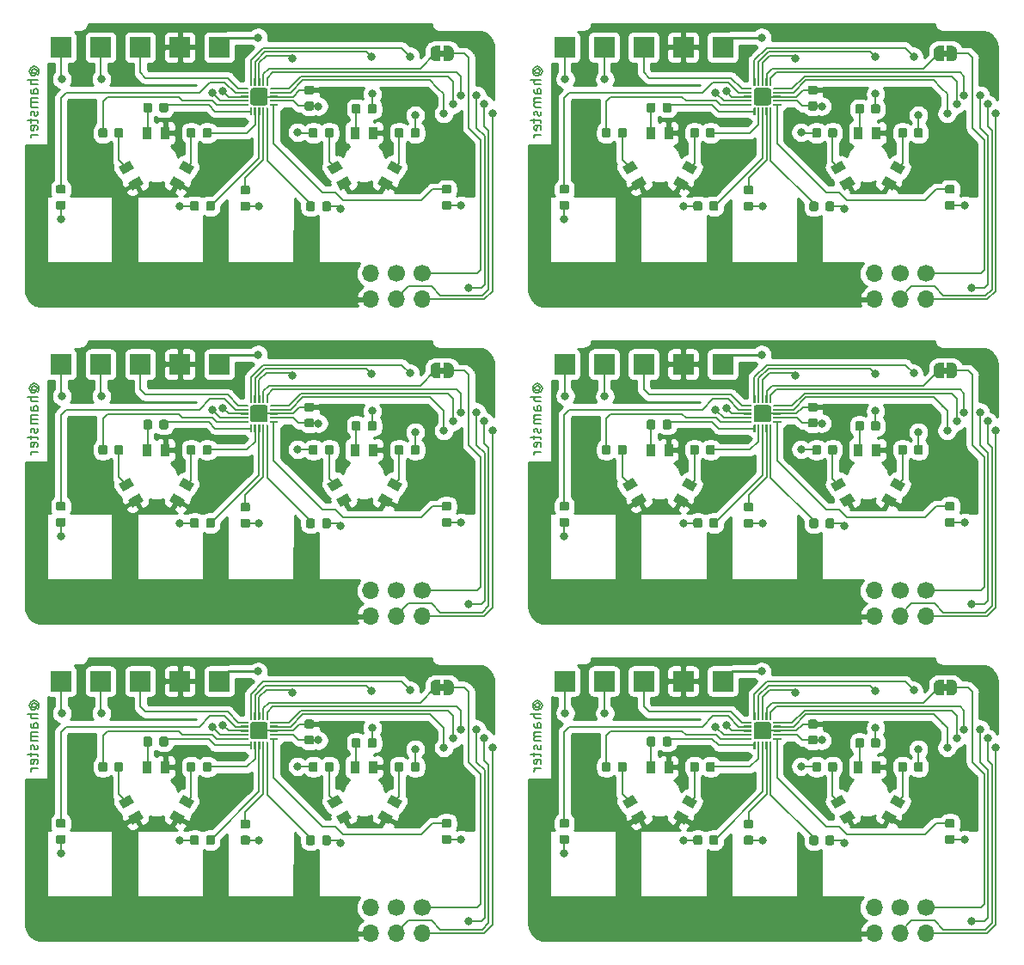
<source format=gbl>
%MOIN*%
%OFA0B0*%
%FSLAX46Y46*%
%IPPOS*%
%LPD*%
%ADD10C,0.005905511811023622*%
%ADD11C,0.0039370078740157488*%
%ADD12C,0.0056468897637795279*%
%ADD13C,0.0078740157480314977*%
%ADD14C,0.066929133858267723*%
%ADD15R,0.07874015748031496X0.07874015748031496*%
%ADD16C,0.034448818897637797*%
%ADD17O,0.066929133858267723X0.066929133858267723*%
%ADD18C,0.01968503937007874*%
%ADD19C,0.035*%
%ADD20R,0.035X0.05*%
%ADD21C,0.031496062992125991*%
%ADD22C,0.007000000000000001*%
%ADD23C,0.01*%
%ADD34C,0.005905511811023622*%
%ADD35C,0.0039370078740157488*%
%ADD36C,0.0056468897637795279*%
%ADD37C,0.0078740157480314977*%
%ADD38C,0.066929133858267723*%
%ADD39R,0.07874015748031496X0.07874015748031496*%
%ADD40C,0.034448818897637797*%
%ADD41O,0.066929133858267723X0.066929133858267723*%
%ADD42C,0.01968503937007874*%
%ADD43C,0.035*%
%ADD44R,0.035X0.05*%
%ADD45C,0.031496062992125991*%
%ADD46C,0.007000000000000001*%
%ADD47C,0.01*%
%ADD48C,0.005905511811023622*%
%ADD49C,0.0039370078740157488*%
%ADD50C,0.0056468897637795279*%
%ADD51C,0.0078740157480314977*%
%ADD52C,0.066929133858267723*%
%ADD53R,0.07874015748031496X0.07874015748031496*%
%ADD54C,0.034448818897637797*%
%ADD55O,0.066929133858267723X0.066929133858267723*%
%ADD56C,0.01968503937007874*%
%ADD57C,0.035*%
%ADD58R,0.035X0.05*%
%ADD59C,0.031496062992125991*%
%ADD60C,0.007000000000000001*%
%ADD61C,0.01*%
%ADD62C,0.005905511811023622*%
%ADD63C,0.0039370078740157488*%
%ADD64C,0.0056468897637795279*%
%ADD65C,0.0078740157480314977*%
%ADD66C,0.066929133858267723*%
%ADD67R,0.07874015748031496X0.07874015748031496*%
%ADD68C,0.034448818897637797*%
%ADD69O,0.066929133858267723X0.066929133858267723*%
%ADD70C,0.01968503937007874*%
%ADD71C,0.035*%
%ADD72R,0.035X0.05*%
%ADD73C,0.031496062992125991*%
%ADD74C,0.007000000000000001*%
%ADD75C,0.01*%
%ADD76C,0.005905511811023622*%
%ADD77C,0.0039370078740157488*%
%ADD78C,0.0056468897637795279*%
%ADD79C,0.0078740157480314977*%
%ADD80C,0.066929133858267723*%
%ADD81R,0.07874015748031496X0.07874015748031496*%
%ADD82C,0.034448818897637797*%
%ADD83O,0.066929133858267723X0.066929133858267723*%
%ADD84C,0.01968503937007874*%
%ADD85C,0.035*%
%ADD86R,0.035X0.05*%
%ADD87C,0.031496062992125991*%
%ADD88C,0.007000000000000001*%
%ADD89C,0.01*%
%ADD90C,0.005905511811023622*%
%ADD91C,0.0039370078740157488*%
%ADD92C,0.0056468897637795279*%
%ADD93C,0.0078740157480314977*%
%ADD94C,0.066929133858267723*%
%ADD95R,0.07874015748031496X0.07874015748031496*%
%ADD96C,0.034448818897637797*%
%ADD97O,0.066929133858267723X0.066929133858267723*%
%ADD98C,0.01968503937007874*%
%ADD99C,0.035*%
%ADD100R,0.035X0.05*%
%ADD101C,0.031496062992125991*%
%ADD102C,0.007000000000000001*%
%ADD103C,0.01*%
D10*
X0000056098Y0000932961D02*
X0000054223Y0000934835D01*
X0000052348Y0000938585D01*
X0000052348Y0000942334D01*
X0000054223Y0000946084D01*
X0000056098Y0000947959D01*
X0000059848Y0000949833D01*
X0000063597Y0000949833D01*
X0000067347Y0000947959D01*
X0000069221Y0000946084D01*
X0000071096Y0000942334D01*
X0000071096Y0000938585D01*
X0000069221Y0000934835D01*
X0000067347Y0000932961D01*
X0000052348Y0000932961D02*
X0000067347Y0000932961D01*
X0000069221Y0000931086D01*
X0000069221Y0000929211D01*
X0000067347Y0000925461D01*
X0000063597Y0000923587D01*
X0000054223Y0000923587D01*
X0000048599Y0000927336D01*
X0000044849Y0000932961D01*
X0000042975Y0000940460D01*
X0000044849Y0000947959D01*
X0000048599Y0000953583D01*
X0000054223Y0000957332D01*
X0000061722Y0000959207D01*
X0000069221Y0000957332D01*
X0000074846Y0000953583D01*
X0000078595Y0000947959D01*
X0000080470Y0000940460D01*
X0000078595Y0000932961D01*
X0000074846Y0000927336D01*
X0000074846Y0000906714D02*
X0000035476Y0000906714D01*
X0000074846Y0000889841D02*
X0000054223Y0000889841D01*
X0000050474Y0000891716D01*
X0000048599Y0000895465D01*
X0000048599Y0000901090D01*
X0000050474Y0000904839D01*
X0000052348Y0000906714D01*
X0000074846Y0000854220D02*
X0000054223Y0000854220D01*
X0000050474Y0000856095D01*
X0000048599Y0000859845D01*
X0000048599Y0000867344D01*
X0000050474Y0000871093D01*
X0000072971Y0000854220D02*
X0000074846Y0000857970D01*
X0000074846Y0000867344D01*
X0000072971Y0000871093D01*
X0000069221Y0000872968D01*
X0000065472Y0000872968D01*
X0000061722Y0000871093D01*
X0000059848Y0000867344D01*
X0000059848Y0000857970D01*
X0000057973Y0000854220D01*
X0000074846Y0000835473D02*
X0000048599Y0000835473D01*
X0000052348Y0000835473D02*
X0000050474Y0000833598D01*
X0000048599Y0000829848D01*
X0000048599Y0000824224D01*
X0000050474Y0000820475D01*
X0000054223Y0000818600D01*
X0000074846Y0000818600D01*
X0000054223Y0000818600D02*
X0000050474Y0000816725D01*
X0000048599Y0000812976D01*
X0000048599Y0000807351D01*
X0000050474Y0000803602D01*
X0000054223Y0000801727D01*
X0000074846Y0000801727D01*
X0000072971Y0000784854D02*
X0000074846Y0000781105D01*
X0000074846Y0000773605D01*
X0000072971Y0000769856D01*
X0000069221Y0000767981D01*
X0000067347Y0000767981D01*
X0000063597Y0000769856D01*
X0000061722Y0000773605D01*
X0000061722Y0000779230D01*
X0000059848Y0000782979D01*
X0000056098Y0000784854D01*
X0000054223Y0000784854D01*
X0000050474Y0000782979D01*
X0000048599Y0000779230D01*
X0000048599Y0000773605D01*
X0000050474Y0000769856D01*
X0000048599Y0000756733D02*
X0000048599Y0000741734D01*
X0000035476Y0000751108D02*
X0000069221Y0000751108D01*
X0000072971Y0000749233D01*
X0000074846Y0000745484D01*
X0000074846Y0000741734D01*
X0000072971Y0000713613D02*
X0000074846Y0000717362D01*
X0000074846Y0000724862D01*
X0000072971Y0000728611D01*
X0000069221Y0000730486D01*
X0000054223Y0000730486D01*
X0000050474Y0000728611D01*
X0000048599Y0000724862D01*
X0000048599Y0000717362D01*
X0000050474Y0000713613D01*
X0000054223Y0000711738D01*
X0000057973Y0000711738D01*
X0000061722Y0000730486D01*
X0000074846Y0000694865D02*
X0000048599Y0000694865D01*
X0000056098Y0000694865D02*
X0000052348Y0000692991D01*
X0000050474Y0000691116D01*
X0000048599Y0000687366D01*
X0000048599Y0000683617D01*
D11*
G36*
X0001633413Y0001021318D02*
G01*
X0001653098Y0001021318D01*
X0001653098Y0000997696D01*
X0001633413Y0000997696D01*
X0001633413Y0001021318D01*
G37*
D12*
X0000965303Y0000898877D03*
D11*
G36*
X0000962951Y0000883167D02*
G01*
X0000962581Y0000883279D01*
X0000962241Y0000883461D01*
X0000961943Y0000883706D01*
X0000961698Y0000884004D01*
X0000961516Y0000884344D01*
X0000961404Y0000884714D01*
X0000961366Y0000885098D01*
X0000961366Y0000912657D01*
X0000961404Y0000913041D01*
X0000961516Y0000913410D01*
X0000961698Y0000913750D01*
X0000961943Y0000914049D01*
X0000962241Y0000914294D01*
X0000962581Y0000914475D01*
X0000962951Y0000914587D01*
X0000963335Y0000914625D01*
X0000967272Y0000914625D01*
X0000967656Y0000914587D01*
X0000968025Y0000914475D01*
X0000968365Y0000914294D01*
X0000968664Y0000914049D01*
X0000968908Y0000913750D01*
X0000969090Y0000913410D01*
X0000969202Y0000913041D01*
X0000969240Y0000912657D01*
X0000969240Y0000887094D01*
X0000969202Y0000886710D01*
X0000969090Y0000886341D01*
X0000968908Y0000886001D01*
X0000968664Y0000885702D01*
X0000966667Y0000883706D01*
X0000966369Y0000883461D01*
X0000966028Y0000883279D01*
X0000965659Y0000883167D01*
X0000965275Y0000883129D01*
X0000963335Y0000883129D01*
X0000962951Y0000883167D01*
X0000962951Y0000883167D01*
G37*
G36*
X0000951717Y0000914616D02*
G01*
X0000951908Y0000914587D01*
X0000952095Y0000914541D01*
X0000952277Y0000914475D01*
X0000952452Y0000914393D01*
X0000952617Y0000914294D01*
X0000952772Y0000914178D01*
X0000952916Y0000914049D01*
X0000953045Y0000913906D01*
X0000953160Y0000913750D01*
X0000953260Y0000913585D01*
X0000953342Y0000913410D01*
X0000953407Y0000913228D01*
X0000953454Y0000913041D01*
X0000953483Y0000912850D01*
X0000953492Y0000912657D01*
X0000953492Y0000885098D01*
X0000953483Y0000884905D01*
X0000953454Y0000884714D01*
X0000953407Y0000884526D01*
X0000953342Y0000884344D01*
X0000953260Y0000884170D01*
X0000953160Y0000884004D01*
X0000953045Y0000883849D01*
X0000952916Y0000883706D01*
X0000952772Y0000883576D01*
X0000952617Y0000883461D01*
X0000952452Y0000883362D01*
X0000952277Y0000883279D01*
X0000952095Y0000883214D01*
X0000951908Y0000883167D01*
X0000951717Y0000883139D01*
X0000951524Y0000883129D01*
X0000947587Y0000883129D01*
X0000947394Y0000883139D01*
X0000947203Y0000883167D01*
X0000947015Y0000883214D01*
X0000946833Y0000883279D01*
X0000946659Y0000883362D01*
X0000946493Y0000883461D01*
X0000946338Y0000883576D01*
X0000946195Y0000883706D01*
X0000946065Y0000883849D01*
X0000945950Y0000884004D01*
X0000945851Y0000884170D01*
X0000945768Y0000884344D01*
X0000945703Y0000884526D01*
X0000945656Y0000884714D01*
X0000945628Y0000884905D01*
X0000945618Y0000885098D01*
X0000945618Y0000912657D01*
X0000945628Y0000912850D01*
X0000945656Y0000913041D01*
X0000945703Y0000913228D01*
X0000945768Y0000913410D01*
X0000945851Y0000913585D01*
X0000945950Y0000913750D01*
X0000946065Y0000913906D01*
X0000946195Y0000914049D01*
X0000946338Y0000914178D01*
X0000946493Y0000914294D01*
X0000946659Y0000914393D01*
X0000946833Y0000914475D01*
X0000947015Y0000914541D01*
X0000947203Y0000914587D01*
X0000947394Y0000914616D01*
X0000947587Y0000914625D01*
X0000951524Y0000914625D01*
X0000951717Y0000914616D01*
X0000951717Y0000914616D01*
G37*
D13*
X0000949555Y0000898877D03*
D11*
G36*
X0000935969Y0000914616D02*
G01*
X0000936160Y0000914587D01*
X0000936347Y0000914541D01*
X0000936529Y0000914475D01*
X0000936704Y0000914393D01*
X0000936869Y0000914294D01*
X0000937024Y0000914178D01*
X0000937167Y0000914049D01*
X0000937297Y0000913906D01*
X0000937412Y0000913750D01*
X0000937512Y0000913585D01*
X0000937594Y0000913410D01*
X0000937659Y0000913228D01*
X0000937706Y0000913041D01*
X0000937735Y0000912850D01*
X0000937744Y0000912657D01*
X0000937744Y0000885098D01*
X0000937735Y0000884905D01*
X0000937706Y0000884714D01*
X0000937659Y0000884526D01*
X0000937594Y0000884344D01*
X0000937512Y0000884170D01*
X0000937412Y0000884004D01*
X0000937297Y0000883849D01*
X0000937167Y0000883706D01*
X0000937024Y0000883576D01*
X0000936869Y0000883461D01*
X0000936704Y0000883362D01*
X0000936529Y0000883279D01*
X0000936347Y0000883214D01*
X0000936160Y0000883167D01*
X0000935969Y0000883139D01*
X0000935776Y0000883129D01*
X0000931839Y0000883129D01*
X0000931646Y0000883139D01*
X0000931455Y0000883167D01*
X0000931267Y0000883214D01*
X0000931085Y0000883279D01*
X0000930911Y0000883362D01*
X0000930745Y0000883461D01*
X0000930590Y0000883576D01*
X0000930447Y0000883706D01*
X0000930317Y0000883849D01*
X0000930202Y0000884004D01*
X0000930102Y0000884170D01*
X0000930020Y0000884344D01*
X0000929955Y0000884526D01*
X0000929908Y0000884714D01*
X0000929880Y0000884905D01*
X0000929870Y0000885098D01*
X0000929870Y0000912657D01*
X0000929880Y0000912850D01*
X0000929908Y0000913041D01*
X0000929955Y0000913228D01*
X0000930020Y0000913410D01*
X0000930102Y0000913585D01*
X0000930202Y0000913750D01*
X0000930317Y0000913906D01*
X0000930447Y0000914049D01*
X0000930590Y0000914178D01*
X0000930745Y0000914294D01*
X0000930911Y0000914393D01*
X0000931085Y0000914475D01*
X0000931267Y0000914541D01*
X0000931455Y0000914587D01*
X0000931646Y0000914616D01*
X0000931839Y0000914625D01*
X0000935776Y0000914625D01*
X0000935969Y0000914616D01*
X0000935969Y0000914616D01*
G37*
D13*
X0000933807Y0000898877D03*
D11*
G36*
X0000920220Y0000914616D02*
G01*
X0000920412Y0000914587D01*
X0000920599Y0000914541D01*
X0000920781Y0000914475D01*
X0000920955Y0000914393D01*
X0000921121Y0000914294D01*
X0000921276Y0000914178D01*
X0000921419Y0000914049D01*
X0000921549Y0000913906D01*
X0000921664Y0000913750D01*
X0000921764Y0000913585D01*
X0000921846Y0000913410D01*
X0000921911Y0000913228D01*
X0000921958Y0000913041D01*
X0000921987Y0000912850D01*
X0000921996Y0000912657D01*
X0000921996Y0000885098D01*
X0000921987Y0000884905D01*
X0000921958Y0000884714D01*
X0000921911Y0000884526D01*
X0000921846Y0000884344D01*
X0000921764Y0000884170D01*
X0000921664Y0000884004D01*
X0000921549Y0000883849D01*
X0000921419Y0000883706D01*
X0000921276Y0000883576D01*
X0000921121Y0000883461D01*
X0000920955Y0000883362D01*
X0000920781Y0000883279D01*
X0000920599Y0000883214D01*
X0000920412Y0000883167D01*
X0000920220Y0000883139D01*
X0000920028Y0000883129D01*
X0000916091Y0000883129D01*
X0000915898Y0000883139D01*
X0000915706Y0000883167D01*
X0000915519Y0000883214D01*
X0000915337Y0000883279D01*
X0000915163Y0000883362D01*
X0000914997Y0000883461D01*
X0000914842Y0000883576D01*
X0000914699Y0000883706D01*
X0000914569Y0000883849D01*
X0000914454Y0000884004D01*
X0000914354Y0000884170D01*
X0000914272Y0000884344D01*
X0000914207Y0000884526D01*
X0000914160Y0000884714D01*
X0000914132Y0000884905D01*
X0000914122Y0000885098D01*
X0000914122Y0000912657D01*
X0000914132Y0000912850D01*
X0000914160Y0000913041D01*
X0000914207Y0000913228D01*
X0000914272Y0000913410D01*
X0000914354Y0000913585D01*
X0000914454Y0000913750D01*
X0000914569Y0000913906D01*
X0000914699Y0000914049D01*
X0000914842Y0000914178D01*
X0000914997Y0000914294D01*
X0000915163Y0000914393D01*
X0000915337Y0000914475D01*
X0000915519Y0000914541D01*
X0000915706Y0000914587D01*
X0000915898Y0000914616D01*
X0000916091Y0000914625D01*
X0000920028Y0000914625D01*
X0000920220Y0000914616D01*
X0000920220Y0000914616D01*
G37*
D13*
X0000918059Y0000898877D03*
D12*
X0000902311Y0000898877D03*
D11*
G36*
X0000901955Y0000883167D02*
G01*
X0000901586Y0000883279D01*
X0000901245Y0000883461D01*
X0000900947Y0000883706D01*
X0000898951Y0000885702D01*
X0000898706Y0000886001D01*
X0000898524Y0000886341D01*
X0000898412Y0000886710D01*
X0000898374Y0000887094D01*
X0000898374Y0000912657D01*
X0000898412Y0000913041D01*
X0000898524Y0000913410D01*
X0000898706Y0000913750D01*
X0000898951Y0000914049D01*
X0000899249Y0000914294D01*
X0000899589Y0000914475D01*
X0000899958Y0000914587D01*
X0000900342Y0000914625D01*
X0000904280Y0000914625D01*
X0000904664Y0000914587D01*
X0000905033Y0000914475D01*
X0000905373Y0000914294D01*
X0000905671Y0000914049D01*
X0000905916Y0000913750D01*
X0000906098Y0000913410D01*
X0000906210Y0000913041D01*
X0000906248Y0000912657D01*
X0000906248Y0000885098D01*
X0000906210Y0000884714D01*
X0000906098Y0000884344D01*
X0000905916Y0000884004D01*
X0000905671Y0000883706D01*
X0000905373Y0000883461D01*
X0000905033Y0000883279D01*
X0000904664Y0000883167D01*
X0000904280Y0000883129D01*
X0000902339Y0000883129D01*
X0000901955Y0000883167D01*
X0000901955Y0000883167D01*
G37*
D12*
X0000876720Y0000873287D03*
D11*
G36*
X0000862557Y0000869388D02*
G01*
X0000862188Y0000869500D01*
X0000861847Y0000869681D01*
X0000861549Y0000869926D01*
X0000861304Y0000870225D01*
X0000861122Y0000870565D01*
X0000861010Y0000870934D01*
X0000860972Y0000871318D01*
X0000860972Y0000875255D01*
X0000861010Y0000875639D01*
X0000861122Y0000876009D01*
X0000861304Y0000876349D01*
X0000861549Y0000876647D01*
X0000861847Y0000876892D01*
X0000862188Y0000877074D01*
X0000862557Y0000877186D01*
X0000862941Y0000877224D01*
X0000888503Y0000877224D01*
X0000888888Y0000877186D01*
X0000889257Y0000877074D01*
X0000889597Y0000876892D01*
X0000889895Y0000876647D01*
X0000891892Y0000874651D01*
X0000892137Y0000874352D01*
X0000892319Y0000874012D01*
X0000892431Y0000873643D01*
X0000892468Y0000873259D01*
X0000892468Y0000871318D01*
X0000892431Y0000870934D01*
X0000892319Y0000870565D01*
X0000892137Y0000870225D01*
X0000891892Y0000869926D01*
X0000891594Y0000869681D01*
X0000891253Y0000869500D01*
X0000890884Y0000869388D01*
X0000890500Y0000869350D01*
X0000862941Y0000869350D01*
X0000862557Y0000869388D01*
X0000862557Y0000869388D01*
G37*
G36*
X0000890693Y0000861466D02*
G01*
X0000890884Y0000861438D01*
X0000891071Y0000861391D01*
X0000891253Y0000861326D01*
X0000891428Y0000861243D01*
X0000891594Y0000861144D01*
X0000891749Y0000861029D01*
X0000891892Y0000860899D01*
X0000892022Y0000860756D01*
X0000892137Y0000860601D01*
X0000892236Y0000860435D01*
X0000892319Y0000860260D01*
X0000892384Y0000860079D01*
X0000892431Y0000859891D01*
X0000892459Y0000859700D01*
X0000892468Y0000859507D01*
X0000892468Y0000855570D01*
X0000892459Y0000855377D01*
X0000892431Y0000855186D01*
X0000892384Y0000854999D01*
X0000892319Y0000854817D01*
X0000892236Y0000854642D01*
X0000892137Y0000854477D01*
X0000892022Y0000854321D01*
X0000891892Y0000854178D01*
X0000891749Y0000854048D01*
X0000891594Y0000853933D01*
X0000891428Y0000853834D01*
X0000891253Y0000853752D01*
X0000891071Y0000853686D01*
X0000890884Y0000853640D01*
X0000890693Y0000853611D01*
X0000890500Y0000853602D01*
X0000862941Y0000853602D01*
X0000862748Y0000853611D01*
X0000862557Y0000853640D01*
X0000862370Y0000853686D01*
X0000862188Y0000853752D01*
X0000862013Y0000853834D01*
X0000861847Y0000853933D01*
X0000861692Y0000854048D01*
X0000861549Y0000854178D01*
X0000861419Y0000854321D01*
X0000861304Y0000854477D01*
X0000861205Y0000854642D01*
X0000861122Y0000854817D01*
X0000861057Y0000854999D01*
X0000861010Y0000855186D01*
X0000860982Y0000855377D01*
X0000860972Y0000855570D01*
X0000860972Y0000859507D01*
X0000860982Y0000859700D01*
X0000861010Y0000859891D01*
X0000861057Y0000860079D01*
X0000861122Y0000860260D01*
X0000861205Y0000860435D01*
X0000861304Y0000860601D01*
X0000861419Y0000860756D01*
X0000861549Y0000860899D01*
X0000861692Y0000861029D01*
X0000861847Y0000861144D01*
X0000862013Y0000861243D01*
X0000862188Y0000861326D01*
X0000862370Y0000861391D01*
X0000862557Y0000861438D01*
X0000862748Y0000861466D01*
X0000862941Y0000861476D01*
X0000890500Y0000861476D01*
X0000890693Y0000861466D01*
X0000890693Y0000861466D01*
G37*
D13*
X0000876720Y0000857539D03*
D11*
G36*
X0000890693Y0000845718D02*
G01*
X0000890884Y0000845690D01*
X0000891071Y0000845643D01*
X0000891253Y0000845578D01*
X0000891428Y0000845495D01*
X0000891594Y0000845396D01*
X0000891749Y0000845281D01*
X0000891892Y0000845151D01*
X0000892022Y0000845008D01*
X0000892137Y0000844853D01*
X0000892236Y0000844687D01*
X0000892319Y0000844512D01*
X0000892384Y0000844331D01*
X0000892431Y0000844143D01*
X0000892459Y0000843952D01*
X0000892468Y0000843759D01*
X0000892468Y0000839822D01*
X0000892459Y0000839629D01*
X0000892431Y0000839438D01*
X0000892384Y0000839251D01*
X0000892319Y0000839069D01*
X0000892236Y0000838894D01*
X0000892137Y0000838728D01*
X0000892022Y0000838573D01*
X0000891892Y0000838430D01*
X0000891749Y0000838300D01*
X0000891594Y0000838185D01*
X0000891428Y0000838086D01*
X0000891253Y0000838003D01*
X0000891071Y0000837938D01*
X0000890884Y0000837891D01*
X0000890693Y0000837863D01*
X0000890500Y0000837854D01*
X0000862941Y0000837854D01*
X0000862748Y0000837863D01*
X0000862557Y0000837891D01*
X0000862370Y0000837938D01*
X0000862188Y0000838003D01*
X0000862013Y0000838086D01*
X0000861847Y0000838185D01*
X0000861692Y0000838300D01*
X0000861549Y0000838430D01*
X0000861419Y0000838573D01*
X0000861304Y0000838728D01*
X0000861205Y0000838894D01*
X0000861122Y0000839069D01*
X0000861057Y0000839251D01*
X0000861010Y0000839438D01*
X0000860982Y0000839629D01*
X0000860972Y0000839822D01*
X0000860972Y0000843759D01*
X0000860982Y0000843952D01*
X0000861010Y0000844143D01*
X0000861057Y0000844331D01*
X0000861122Y0000844512D01*
X0000861205Y0000844687D01*
X0000861304Y0000844853D01*
X0000861419Y0000845008D01*
X0000861549Y0000845151D01*
X0000861692Y0000845281D01*
X0000861847Y0000845396D01*
X0000862013Y0000845495D01*
X0000862188Y0000845578D01*
X0000862370Y0000845643D01*
X0000862557Y0000845690D01*
X0000862748Y0000845718D01*
X0000862941Y0000845728D01*
X0000890500Y0000845728D01*
X0000890693Y0000845718D01*
X0000890693Y0000845718D01*
G37*
D13*
X0000876720Y0000841791D03*
D11*
G36*
X0000890693Y0000829970D02*
G01*
X0000890884Y0000829942D01*
X0000891071Y0000829895D01*
X0000891253Y0000829830D01*
X0000891428Y0000829747D01*
X0000891594Y0000829648D01*
X0000891749Y0000829533D01*
X0000891892Y0000829403D01*
X0000892022Y0000829260D01*
X0000892137Y0000829105D01*
X0000892236Y0000828939D01*
X0000892319Y0000828764D01*
X0000892384Y0000828583D01*
X0000892431Y0000828395D01*
X0000892459Y0000828204D01*
X0000892468Y0000828011D01*
X0000892468Y0000824074D01*
X0000892459Y0000823881D01*
X0000892431Y0000823690D01*
X0000892384Y0000823503D01*
X0000892319Y0000823321D01*
X0000892236Y0000823146D01*
X0000892137Y0000822980D01*
X0000892022Y0000822825D01*
X0000891892Y0000822682D01*
X0000891749Y0000822552D01*
X0000891594Y0000822437D01*
X0000891428Y0000822338D01*
X0000891253Y0000822255D01*
X0000891071Y0000822190D01*
X0000890884Y0000822143D01*
X0000890693Y0000822115D01*
X0000890500Y0000822106D01*
X0000862941Y0000822106D01*
X0000862748Y0000822115D01*
X0000862557Y0000822143D01*
X0000862370Y0000822190D01*
X0000862188Y0000822255D01*
X0000862013Y0000822338D01*
X0000861847Y0000822437D01*
X0000861692Y0000822552D01*
X0000861549Y0000822682D01*
X0000861419Y0000822825D01*
X0000861304Y0000822980D01*
X0000861205Y0000823146D01*
X0000861122Y0000823321D01*
X0000861057Y0000823503D01*
X0000861010Y0000823690D01*
X0000860982Y0000823881D01*
X0000860972Y0000824074D01*
X0000860972Y0000828011D01*
X0000860982Y0000828204D01*
X0000861010Y0000828395D01*
X0000861057Y0000828583D01*
X0000861122Y0000828764D01*
X0000861205Y0000828939D01*
X0000861304Y0000829105D01*
X0000861419Y0000829260D01*
X0000861549Y0000829403D01*
X0000861692Y0000829533D01*
X0000861847Y0000829648D01*
X0000862013Y0000829747D01*
X0000862188Y0000829830D01*
X0000862370Y0000829895D01*
X0000862557Y0000829942D01*
X0000862748Y0000829970D01*
X0000862941Y0000829980D01*
X0000890500Y0000829980D01*
X0000890693Y0000829970D01*
X0000890693Y0000829970D01*
G37*
D13*
X0000876720Y0000826043D03*
D12*
X0000876720Y0000810295D03*
D11*
G36*
X0000862557Y0000806395D02*
G01*
X0000862188Y0000806507D01*
X0000861847Y0000806689D01*
X0000861549Y0000806934D01*
X0000861304Y0000807232D01*
X0000861122Y0000807573D01*
X0000861010Y0000807942D01*
X0000860972Y0000808326D01*
X0000860972Y0000812263D01*
X0000861010Y0000812647D01*
X0000861122Y0000813016D01*
X0000861304Y0000813357D01*
X0000861549Y0000813655D01*
X0000861847Y0000813900D01*
X0000862188Y0000814082D01*
X0000862557Y0000814194D01*
X0000862941Y0000814232D01*
X0000890500Y0000814232D01*
X0000890884Y0000814194D01*
X0000891253Y0000814082D01*
X0000891594Y0000813900D01*
X0000891892Y0000813655D01*
X0000892137Y0000813357D01*
X0000892319Y0000813016D01*
X0000892431Y0000812647D01*
X0000892468Y0000812263D01*
X0000892468Y0000810323D01*
X0000892431Y0000809939D01*
X0000892319Y0000809569D01*
X0000892137Y0000809229D01*
X0000891892Y0000808931D01*
X0000889895Y0000806934D01*
X0000889597Y0000806689D01*
X0000889257Y0000806507D01*
X0000888888Y0000806395D01*
X0000888503Y0000806358D01*
X0000862941Y0000806358D01*
X0000862557Y0000806395D01*
X0000862557Y0000806395D01*
G37*
D12*
X0000902311Y0000784704D03*
D11*
G36*
X0000899958Y0000768994D02*
G01*
X0000899589Y0000769106D01*
X0000899249Y0000769288D01*
X0000898951Y0000769533D01*
X0000898706Y0000769831D01*
X0000898524Y0000770171D01*
X0000898412Y0000770540D01*
X0000898374Y0000770925D01*
X0000898374Y0000796487D01*
X0000898412Y0000796871D01*
X0000898524Y0000797240D01*
X0000898706Y0000797581D01*
X0000898951Y0000797879D01*
X0000900947Y0000799875D01*
X0000901245Y0000800120D01*
X0000901586Y0000800302D01*
X0000901955Y0000800414D01*
X0000902339Y0000800452D01*
X0000904280Y0000800452D01*
X0000904664Y0000800414D01*
X0000905033Y0000800302D01*
X0000905373Y0000800120D01*
X0000905671Y0000799875D01*
X0000905916Y0000799577D01*
X0000906098Y0000799237D01*
X0000906210Y0000798868D01*
X0000906248Y0000798484D01*
X0000906248Y0000770925D01*
X0000906210Y0000770540D01*
X0000906098Y0000770171D01*
X0000905916Y0000769831D01*
X0000905671Y0000769533D01*
X0000905373Y0000769288D01*
X0000905033Y0000769106D01*
X0000904664Y0000768994D01*
X0000904280Y0000768956D01*
X0000900342Y0000768956D01*
X0000899958Y0000768994D01*
X0000899958Y0000768994D01*
G37*
G36*
X0000920220Y0000800443D02*
G01*
X0000920412Y0000800414D01*
X0000920599Y0000800367D01*
X0000920781Y0000800302D01*
X0000920955Y0000800220D01*
X0000921121Y0000800120D01*
X0000921276Y0000800005D01*
X0000921419Y0000799875D01*
X0000921549Y0000799732D01*
X0000921664Y0000799577D01*
X0000921764Y0000799412D01*
X0000921846Y0000799237D01*
X0000921911Y0000799055D01*
X0000921958Y0000798868D01*
X0000921987Y0000798677D01*
X0000921996Y0000798484D01*
X0000921996Y0000770925D01*
X0000921987Y0000770732D01*
X0000921958Y0000770540D01*
X0000921911Y0000770353D01*
X0000921846Y0000770171D01*
X0000921764Y0000769997D01*
X0000921664Y0000769831D01*
X0000921549Y0000769676D01*
X0000921419Y0000769533D01*
X0000921276Y0000769403D01*
X0000921121Y0000769288D01*
X0000920955Y0000769188D01*
X0000920781Y0000769106D01*
X0000920599Y0000769041D01*
X0000920412Y0000768994D01*
X0000920220Y0000768965D01*
X0000920028Y0000768956D01*
X0000916091Y0000768956D01*
X0000915898Y0000768965D01*
X0000915706Y0000768994D01*
X0000915519Y0000769041D01*
X0000915337Y0000769106D01*
X0000915163Y0000769188D01*
X0000914997Y0000769288D01*
X0000914842Y0000769403D01*
X0000914699Y0000769533D01*
X0000914569Y0000769676D01*
X0000914454Y0000769831D01*
X0000914354Y0000769997D01*
X0000914272Y0000770171D01*
X0000914207Y0000770353D01*
X0000914160Y0000770540D01*
X0000914132Y0000770732D01*
X0000914122Y0000770925D01*
X0000914122Y0000798484D01*
X0000914132Y0000798677D01*
X0000914160Y0000798868D01*
X0000914207Y0000799055D01*
X0000914272Y0000799237D01*
X0000914354Y0000799412D01*
X0000914454Y0000799577D01*
X0000914569Y0000799732D01*
X0000914699Y0000799875D01*
X0000914842Y0000800005D01*
X0000914997Y0000800120D01*
X0000915163Y0000800220D01*
X0000915337Y0000800302D01*
X0000915519Y0000800367D01*
X0000915706Y0000800414D01*
X0000915898Y0000800443D01*
X0000916091Y0000800452D01*
X0000920028Y0000800452D01*
X0000920220Y0000800443D01*
X0000920220Y0000800443D01*
G37*
D13*
X0000918059Y0000784704D03*
D11*
G36*
X0000935969Y0000800443D02*
G01*
X0000936160Y0000800414D01*
X0000936347Y0000800367D01*
X0000936529Y0000800302D01*
X0000936704Y0000800220D01*
X0000936869Y0000800120D01*
X0000937024Y0000800005D01*
X0000937167Y0000799875D01*
X0000937297Y0000799732D01*
X0000937412Y0000799577D01*
X0000937512Y0000799412D01*
X0000937594Y0000799237D01*
X0000937659Y0000799055D01*
X0000937706Y0000798868D01*
X0000937735Y0000798677D01*
X0000937744Y0000798484D01*
X0000937744Y0000770925D01*
X0000937735Y0000770732D01*
X0000937706Y0000770540D01*
X0000937659Y0000770353D01*
X0000937594Y0000770171D01*
X0000937512Y0000769997D01*
X0000937412Y0000769831D01*
X0000937297Y0000769676D01*
X0000937167Y0000769533D01*
X0000937024Y0000769403D01*
X0000936869Y0000769288D01*
X0000936704Y0000769188D01*
X0000936529Y0000769106D01*
X0000936347Y0000769041D01*
X0000936160Y0000768994D01*
X0000935969Y0000768965D01*
X0000935776Y0000768956D01*
X0000931839Y0000768956D01*
X0000931646Y0000768965D01*
X0000931455Y0000768994D01*
X0000931267Y0000769041D01*
X0000931085Y0000769106D01*
X0000930911Y0000769188D01*
X0000930745Y0000769288D01*
X0000930590Y0000769403D01*
X0000930447Y0000769533D01*
X0000930317Y0000769676D01*
X0000930202Y0000769831D01*
X0000930102Y0000769997D01*
X0000930020Y0000770171D01*
X0000929955Y0000770353D01*
X0000929908Y0000770540D01*
X0000929880Y0000770732D01*
X0000929870Y0000770925D01*
X0000929870Y0000798484D01*
X0000929880Y0000798677D01*
X0000929908Y0000798868D01*
X0000929955Y0000799055D01*
X0000930020Y0000799237D01*
X0000930102Y0000799412D01*
X0000930202Y0000799577D01*
X0000930317Y0000799732D01*
X0000930447Y0000799875D01*
X0000930590Y0000800005D01*
X0000930745Y0000800120D01*
X0000930911Y0000800220D01*
X0000931085Y0000800302D01*
X0000931267Y0000800367D01*
X0000931455Y0000800414D01*
X0000931646Y0000800443D01*
X0000931839Y0000800452D01*
X0000935776Y0000800452D01*
X0000935969Y0000800443D01*
X0000935969Y0000800443D01*
G37*
D13*
X0000933807Y0000784704D03*
D11*
G36*
X0000951717Y0000800443D02*
G01*
X0000951908Y0000800414D01*
X0000952095Y0000800367D01*
X0000952277Y0000800302D01*
X0000952452Y0000800220D01*
X0000952617Y0000800120D01*
X0000952772Y0000800005D01*
X0000952916Y0000799875D01*
X0000953045Y0000799732D01*
X0000953160Y0000799577D01*
X0000953260Y0000799412D01*
X0000953342Y0000799237D01*
X0000953407Y0000799055D01*
X0000953454Y0000798868D01*
X0000953483Y0000798677D01*
X0000953492Y0000798484D01*
X0000953492Y0000770925D01*
X0000953483Y0000770732D01*
X0000953454Y0000770540D01*
X0000953407Y0000770353D01*
X0000953342Y0000770171D01*
X0000953260Y0000769997D01*
X0000953160Y0000769831D01*
X0000953045Y0000769676D01*
X0000952916Y0000769533D01*
X0000952772Y0000769403D01*
X0000952617Y0000769288D01*
X0000952452Y0000769188D01*
X0000952277Y0000769106D01*
X0000952095Y0000769041D01*
X0000951908Y0000768994D01*
X0000951717Y0000768965D01*
X0000951524Y0000768956D01*
X0000947587Y0000768956D01*
X0000947394Y0000768965D01*
X0000947203Y0000768994D01*
X0000947015Y0000769041D01*
X0000946833Y0000769106D01*
X0000946659Y0000769188D01*
X0000946493Y0000769288D01*
X0000946338Y0000769403D01*
X0000946195Y0000769533D01*
X0000946065Y0000769676D01*
X0000945950Y0000769831D01*
X0000945851Y0000769997D01*
X0000945768Y0000770171D01*
X0000945703Y0000770353D01*
X0000945656Y0000770540D01*
X0000945628Y0000770732D01*
X0000945618Y0000770925D01*
X0000945618Y0000798484D01*
X0000945628Y0000798677D01*
X0000945656Y0000798868D01*
X0000945703Y0000799055D01*
X0000945768Y0000799237D01*
X0000945851Y0000799412D01*
X0000945950Y0000799577D01*
X0000946065Y0000799732D01*
X0000946195Y0000799875D01*
X0000946338Y0000800005D01*
X0000946493Y0000800120D01*
X0000946659Y0000800220D01*
X0000946833Y0000800302D01*
X0000947015Y0000800367D01*
X0000947203Y0000800414D01*
X0000947394Y0000800443D01*
X0000947587Y0000800452D01*
X0000951524Y0000800452D01*
X0000951717Y0000800443D01*
X0000951717Y0000800443D01*
G37*
D13*
X0000949555Y0000784704D03*
D12*
X0000965303Y0000784704D03*
D11*
G36*
X0000962951Y0000768994D02*
G01*
X0000962581Y0000769106D01*
X0000962241Y0000769288D01*
X0000961943Y0000769533D01*
X0000961698Y0000769831D01*
X0000961516Y0000770171D01*
X0000961404Y0000770540D01*
X0000961366Y0000770925D01*
X0000961366Y0000798484D01*
X0000961404Y0000798868D01*
X0000961516Y0000799237D01*
X0000961698Y0000799577D01*
X0000961943Y0000799875D01*
X0000962241Y0000800120D01*
X0000962581Y0000800302D01*
X0000962951Y0000800414D01*
X0000963335Y0000800452D01*
X0000965275Y0000800452D01*
X0000965659Y0000800414D01*
X0000966028Y0000800302D01*
X0000966369Y0000800120D01*
X0000966667Y0000799875D01*
X0000968664Y0000797879D01*
X0000968908Y0000797581D01*
X0000969090Y0000797240D01*
X0000969202Y0000796871D01*
X0000969240Y0000796487D01*
X0000969240Y0000770925D01*
X0000969202Y0000770540D01*
X0000969090Y0000770171D01*
X0000968908Y0000769831D01*
X0000968664Y0000769533D01*
X0000968365Y0000769288D01*
X0000968025Y0000769106D01*
X0000967656Y0000768994D01*
X0000967272Y0000768956D01*
X0000963335Y0000768956D01*
X0000962951Y0000768994D01*
X0000962951Y0000768994D01*
G37*
D12*
X0000990894Y0000810295D03*
D11*
G36*
X0000978727Y0000806395D02*
G01*
X0000978357Y0000806507D01*
X0000978017Y0000806689D01*
X0000977719Y0000806934D01*
X0000975722Y0000808931D01*
X0000975477Y0000809229D01*
X0000975295Y0000809569D01*
X0000975183Y0000809939D01*
X0000975146Y0000810323D01*
X0000975146Y0000812263D01*
X0000975183Y0000812647D01*
X0000975295Y0000813016D01*
X0000975477Y0000813357D01*
X0000975722Y0000813655D01*
X0000976020Y0000813900D01*
X0000976361Y0000814082D01*
X0000976730Y0000814194D01*
X0000977114Y0000814232D01*
X0001004673Y0000814232D01*
X0001005057Y0000814194D01*
X0001005427Y0000814082D01*
X0001005767Y0000813900D01*
X0001006065Y0000813655D01*
X0001006310Y0000813357D01*
X0001006492Y0000813016D01*
X0001006604Y0000812647D01*
X0001006642Y0000812263D01*
X0001006642Y0000808326D01*
X0001006604Y0000807942D01*
X0001006492Y0000807573D01*
X0001006310Y0000807232D01*
X0001006065Y0000806934D01*
X0001005767Y0000806689D01*
X0001005427Y0000806507D01*
X0001005057Y0000806395D01*
X0001004673Y0000806358D01*
X0000979111Y0000806358D01*
X0000978727Y0000806395D01*
X0000978727Y0000806395D01*
G37*
G36*
X0001004866Y0000829970D02*
G01*
X0001005057Y0000829942D01*
X0001005245Y0000829895D01*
X0001005427Y0000829830D01*
X0001005601Y0000829747D01*
X0001005767Y0000829648D01*
X0001005922Y0000829533D01*
X0001006065Y0000829403D01*
X0001006195Y0000829260D01*
X0001006310Y0000829105D01*
X0001006409Y0000828939D01*
X0001006492Y0000828764D01*
X0001006557Y0000828583D01*
X0001006604Y0000828395D01*
X0001006632Y0000828204D01*
X0001006642Y0000828011D01*
X0001006642Y0000824074D01*
X0001006632Y0000823881D01*
X0001006604Y0000823690D01*
X0001006557Y0000823503D01*
X0001006492Y0000823321D01*
X0001006409Y0000823146D01*
X0001006310Y0000822980D01*
X0001006195Y0000822825D01*
X0001006065Y0000822682D01*
X0001005922Y0000822552D01*
X0001005767Y0000822437D01*
X0001005601Y0000822338D01*
X0001005427Y0000822255D01*
X0001005245Y0000822190D01*
X0001005057Y0000822143D01*
X0001004866Y0000822115D01*
X0001004673Y0000822106D01*
X0000977114Y0000822106D01*
X0000976921Y0000822115D01*
X0000976730Y0000822143D01*
X0000976543Y0000822190D01*
X0000976361Y0000822255D01*
X0000976186Y0000822338D01*
X0000976020Y0000822437D01*
X0000975865Y0000822552D01*
X0000975722Y0000822682D01*
X0000975592Y0000822825D01*
X0000975477Y0000822980D01*
X0000975378Y0000823146D01*
X0000975295Y0000823321D01*
X0000975230Y0000823503D01*
X0000975183Y0000823690D01*
X0000975155Y0000823881D01*
X0000975146Y0000824074D01*
X0000975146Y0000828011D01*
X0000975155Y0000828204D01*
X0000975183Y0000828395D01*
X0000975230Y0000828583D01*
X0000975295Y0000828764D01*
X0000975378Y0000828939D01*
X0000975477Y0000829105D01*
X0000975592Y0000829260D01*
X0000975722Y0000829403D01*
X0000975865Y0000829533D01*
X0000976020Y0000829648D01*
X0000976186Y0000829747D01*
X0000976361Y0000829830D01*
X0000976543Y0000829895D01*
X0000976730Y0000829942D01*
X0000976921Y0000829970D01*
X0000977114Y0000829980D01*
X0001004673Y0000829980D01*
X0001004866Y0000829970D01*
X0001004866Y0000829970D01*
G37*
D13*
X0000990894Y0000826043D03*
D11*
G36*
X0001004866Y0000845718D02*
G01*
X0001005057Y0000845690D01*
X0001005245Y0000845643D01*
X0001005427Y0000845578D01*
X0001005601Y0000845495D01*
X0001005767Y0000845396D01*
X0001005922Y0000845281D01*
X0001006065Y0000845151D01*
X0001006195Y0000845008D01*
X0001006310Y0000844853D01*
X0001006409Y0000844687D01*
X0001006492Y0000844512D01*
X0001006557Y0000844331D01*
X0001006604Y0000844143D01*
X0001006632Y0000843952D01*
X0001006642Y0000843759D01*
X0001006642Y0000839822D01*
X0001006632Y0000839629D01*
X0001006604Y0000839438D01*
X0001006557Y0000839251D01*
X0001006492Y0000839069D01*
X0001006409Y0000838894D01*
X0001006310Y0000838728D01*
X0001006195Y0000838573D01*
X0001006065Y0000838430D01*
X0001005922Y0000838300D01*
X0001005767Y0000838185D01*
X0001005601Y0000838086D01*
X0001005427Y0000838003D01*
X0001005245Y0000837938D01*
X0001005057Y0000837891D01*
X0001004866Y0000837863D01*
X0001004673Y0000837854D01*
X0000977114Y0000837854D01*
X0000976921Y0000837863D01*
X0000976730Y0000837891D01*
X0000976543Y0000837938D01*
X0000976361Y0000838003D01*
X0000976186Y0000838086D01*
X0000976020Y0000838185D01*
X0000975865Y0000838300D01*
X0000975722Y0000838430D01*
X0000975592Y0000838573D01*
X0000975477Y0000838728D01*
X0000975378Y0000838894D01*
X0000975295Y0000839069D01*
X0000975230Y0000839251D01*
X0000975183Y0000839438D01*
X0000975155Y0000839629D01*
X0000975146Y0000839822D01*
X0000975146Y0000843759D01*
X0000975155Y0000843952D01*
X0000975183Y0000844143D01*
X0000975230Y0000844331D01*
X0000975295Y0000844512D01*
X0000975378Y0000844687D01*
X0000975477Y0000844853D01*
X0000975592Y0000845008D01*
X0000975722Y0000845151D01*
X0000975865Y0000845281D01*
X0000976020Y0000845396D01*
X0000976186Y0000845495D01*
X0000976361Y0000845578D01*
X0000976543Y0000845643D01*
X0000976730Y0000845690D01*
X0000976921Y0000845718D01*
X0000977114Y0000845728D01*
X0001004673Y0000845728D01*
X0001004866Y0000845718D01*
X0001004866Y0000845718D01*
G37*
D13*
X0000990894Y0000841791D03*
D11*
G36*
X0001004866Y0000861466D02*
G01*
X0001005057Y0000861438D01*
X0001005245Y0000861391D01*
X0001005427Y0000861326D01*
X0001005601Y0000861243D01*
X0001005767Y0000861144D01*
X0001005922Y0000861029D01*
X0001006065Y0000860899D01*
X0001006195Y0000860756D01*
X0001006310Y0000860601D01*
X0001006409Y0000860435D01*
X0001006492Y0000860260D01*
X0001006557Y0000860079D01*
X0001006604Y0000859891D01*
X0001006632Y0000859700D01*
X0001006642Y0000859507D01*
X0001006642Y0000855570D01*
X0001006632Y0000855377D01*
X0001006604Y0000855186D01*
X0001006557Y0000854999D01*
X0001006492Y0000854817D01*
X0001006409Y0000854642D01*
X0001006310Y0000854477D01*
X0001006195Y0000854321D01*
X0001006065Y0000854178D01*
X0001005922Y0000854048D01*
X0001005767Y0000853933D01*
X0001005601Y0000853834D01*
X0001005427Y0000853752D01*
X0001005245Y0000853686D01*
X0001005057Y0000853640D01*
X0001004866Y0000853611D01*
X0001004673Y0000853602D01*
X0000977114Y0000853602D01*
X0000976921Y0000853611D01*
X0000976730Y0000853640D01*
X0000976543Y0000853686D01*
X0000976361Y0000853752D01*
X0000976186Y0000853834D01*
X0000976020Y0000853933D01*
X0000975865Y0000854048D01*
X0000975722Y0000854178D01*
X0000975592Y0000854321D01*
X0000975477Y0000854477D01*
X0000975378Y0000854642D01*
X0000975295Y0000854817D01*
X0000975230Y0000854999D01*
X0000975183Y0000855186D01*
X0000975155Y0000855377D01*
X0000975146Y0000855570D01*
X0000975146Y0000859507D01*
X0000975155Y0000859700D01*
X0000975183Y0000859891D01*
X0000975230Y0000860079D01*
X0000975295Y0000860260D01*
X0000975378Y0000860435D01*
X0000975477Y0000860601D01*
X0000975592Y0000860756D01*
X0000975722Y0000860899D01*
X0000975865Y0000861029D01*
X0000976020Y0000861144D01*
X0000976186Y0000861243D01*
X0000976361Y0000861326D01*
X0000976543Y0000861391D01*
X0000976730Y0000861438D01*
X0000976921Y0000861466D01*
X0000977114Y0000861476D01*
X0001004673Y0000861476D01*
X0001004866Y0000861466D01*
X0001004866Y0000861466D01*
G37*
D13*
X0000990894Y0000857539D03*
D12*
X0000990894Y0000873287D03*
D11*
G36*
X0000976730Y0000869388D02*
G01*
X0000976361Y0000869500D01*
X0000976020Y0000869681D01*
X0000975722Y0000869926D01*
X0000975477Y0000870225D01*
X0000975295Y0000870565D01*
X0000975183Y0000870934D01*
X0000975146Y0000871318D01*
X0000975146Y0000873259D01*
X0000975183Y0000873643D01*
X0000975295Y0000874012D01*
X0000975477Y0000874352D01*
X0000975722Y0000874651D01*
X0000977719Y0000876647D01*
X0000978017Y0000876892D01*
X0000978357Y0000877074D01*
X0000978727Y0000877186D01*
X0000979111Y0000877224D01*
X0001004673Y0000877224D01*
X0001005057Y0000877186D01*
X0001005427Y0000877074D01*
X0001005767Y0000876892D01*
X0001006065Y0000876647D01*
X0001006310Y0000876349D01*
X0001006492Y0000876009D01*
X0001006604Y0000875639D01*
X0001006642Y0000875255D01*
X0001006642Y0000871318D01*
X0001006604Y0000870934D01*
X0001006492Y0000870565D01*
X0001006310Y0000870225D01*
X0001006065Y0000869926D01*
X0001005767Y0000869681D01*
X0001005427Y0000869500D01*
X0001005057Y0000869388D01*
X0001004673Y0000869350D01*
X0000977114Y0000869350D01*
X0000976730Y0000869388D01*
X0000976730Y0000869388D01*
G37*
G36*
X0000958394Y0000875208D02*
G01*
X0000959349Y0000875066D01*
X0000960286Y0000874831D01*
X0000961196Y0000874506D01*
X0000962069Y0000874093D01*
X0000962897Y0000873596D01*
X0000963673Y0000873021D01*
X0000964389Y0000872372D01*
X0000965037Y0000871657D01*
X0000965613Y0000870881D01*
X0000966109Y0000870052D01*
X0000966522Y0000869179D01*
X0000966848Y0000868270D01*
X0000967082Y0000867333D01*
X0000967224Y0000866377D01*
X0000967272Y0000865413D01*
X0000967272Y0000818169D01*
X0000967224Y0000817204D01*
X0000967082Y0000816248D01*
X0000966848Y0000815311D01*
X0000966522Y0000814402D01*
X0000966109Y0000813529D01*
X0000965613Y0000812700D01*
X0000965037Y0000811925D01*
X0000964389Y0000811209D01*
X0000963673Y0000810560D01*
X0000962897Y0000809985D01*
X0000962069Y0000809488D01*
X0000961196Y0000809075D01*
X0000960286Y0000808750D01*
X0000959349Y0000808515D01*
X0000958394Y0000808373D01*
X0000957429Y0000808326D01*
X0000910185Y0000808326D01*
X0000909220Y0000808373D01*
X0000908265Y0000808515D01*
X0000907328Y0000808750D01*
X0000906418Y0000809075D01*
X0000905545Y0000809488D01*
X0000904717Y0000809985D01*
X0000903941Y0000810560D01*
X0000903225Y0000811209D01*
X0000902577Y0000811925D01*
X0000902001Y0000812700D01*
X0000901505Y0000813529D01*
X0000901092Y0000814402D01*
X0000900766Y0000815311D01*
X0000900532Y0000816248D01*
X0000900390Y0000817204D01*
X0000900342Y0000818169D01*
X0000900342Y0000865413D01*
X0000900390Y0000866377D01*
X0000900532Y0000867333D01*
X0000900766Y0000868270D01*
X0000901092Y0000869179D01*
X0000901505Y0000870052D01*
X0000902001Y0000870881D01*
X0000902577Y0000871657D01*
X0000903225Y0000872372D01*
X0000903941Y0000873021D01*
X0000904717Y0000873596D01*
X0000905545Y0000874093D01*
X0000906418Y0000874506D01*
X0000907328Y0000874831D01*
X0000908265Y0000875066D01*
X0000909220Y0000875208D01*
X0000910185Y0000875255D01*
X0000957429Y0000875255D01*
X0000958394Y0000875208D01*
X0000958394Y0000875208D01*
G37*
D14*
X0000933807Y0000841791D03*
D15*
X0000166484Y0001033917D03*
X0000626524Y0001033917D03*
X0000779870Y0001033917D03*
D11*
G36*
X0001671511Y0000499820D02*
G01*
X0001672347Y0000499696D01*
X0001673167Y0000499491D01*
X0001673963Y0000499206D01*
X0001674727Y0000498845D01*
X0001675452Y0000498410D01*
X0001676131Y0000497907D01*
X0001676757Y0000497339D01*
X0001677325Y0000496713D01*
X0001677828Y0000496034D01*
X0001678263Y0000495309D01*
X0001678624Y0000494545D01*
X0001678909Y0000493749D01*
X0001679114Y0000492929D01*
X0001679238Y0000492093D01*
X0001679280Y0000491249D01*
X0001679280Y0000474025D01*
X0001679238Y0000473181D01*
X0001679114Y0000472345D01*
X0001678909Y0000471525D01*
X0001678624Y0000470729D01*
X0001678263Y0000469965D01*
X0001677828Y0000469240D01*
X0001677325Y0000468561D01*
X0001676757Y0000467935D01*
X0001676131Y0000467368D01*
X0001675452Y0000466864D01*
X0001674727Y0000466430D01*
X0001673963Y0000466068D01*
X0001673167Y0000465784D01*
X0001672347Y0000465578D01*
X0001671511Y0000465454D01*
X0001670667Y0000465413D01*
X0001650490Y0000465413D01*
X0001649646Y0000465454D01*
X0001648810Y0000465578D01*
X0001647990Y0000465784D01*
X0001647194Y0000466068D01*
X0001646430Y0000466430D01*
X0001645705Y0000466864D01*
X0001645027Y0000467368D01*
X0001644400Y0000467935D01*
X0001643833Y0000468561D01*
X0001643329Y0000469240D01*
X0001642895Y0000469965D01*
X0001642533Y0000470729D01*
X0001642249Y0000471525D01*
X0001642043Y0000472345D01*
X0001641919Y0000473181D01*
X0001641878Y0000474025D01*
X0001641878Y0000491249D01*
X0001641919Y0000492093D01*
X0001642043Y0000492929D01*
X0001642249Y0000493749D01*
X0001642533Y0000494545D01*
X0001642895Y0000495309D01*
X0001643329Y0000496034D01*
X0001643833Y0000496713D01*
X0001644400Y0000497339D01*
X0001645027Y0000497907D01*
X0001645705Y0000498410D01*
X0001646430Y0000498845D01*
X0001647194Y0000499206D01*
X0001647990Y0000499491D01*
X0001648810Y0000499696D01*
X0001649646Y0000499820D01*
X0001650490Y0000499862D01*
X0001670667Y0000499862D01*
X0001671511Y0000499820D01*
X0001671511Y0000499820D01*
G37*
D16*
X0001660579Y0000482637D03*
D11*
G36*
X0001671511Y0000437812D02*
G01*
X0001672347Y0000437688D01*
X0001673167Y0000437483D01*
X0001673963Y0000437198D01*
X0001674727Y0000436837D01*
X0001675452Y0000436402D01*
X0001676131Y0000435899D01*
X0001676757Y0000435331D01*
X0001677325Y0000434705D01*
X0001677828Y0000434026D01*
X0001678263Y0000433301D01*
X0001678624Y0000432537D01*
X0001678909Y0000431741D01*
X0001679114Y0000430922D01*
X0001679238Y0000430086D01*
X0001679280Y0000429241D01*
X0001679280Y0000412017D01*
X0001679238Y0000411173D01*
X0001679114Y0000410337D01*
X0001678909Y0000409517D01*
X0001678624Y0000408721D01*
X0001678263Y0000407957D01*
X0001677828Y0000407232D01*
X0001677325Y0000406553D01*
X0001676757Y0000405927D01*
X0001676131Y0000405360D01*
X0001675452Y0000404856D01*
X0001674727Y0000404422D01*
X0001673963Y0000404060D01*
X0001673167Y0000403776D01*
X0001672347Y0000403570D01*
X0001671511Y0000403446D01*
X0001670667Y0000403405D01*
X0001650490Y0000403405D01*
X0001649646Y0000403446D01*
X0001648810Y0000403570D01*
X0001647990Y0000403776D01*
X0001647194Y0000404060D01*
X0001646430Y0000404422D01*
X0001645705Y0000404856D01*
X0001645027Y0000405360D01*
X0001644400Y0000405927D01*
X0001643833Y0000406553D01*
X0001643329Y0000407232D01*
X0001642895Y0000407957D01*
X0001642533Y0000408721D01*
X0001642249Y0000409517D01*
X0001642043Y0000410337D01*
X0001641919Y0000411173D01*
X0001641878Y0000412017D01*
X0001641878Y0000429241D01*
X0001641919Y0000430086D01*
X0001642043Y0000430922D01*
X0001642249Y0000431741D01*
X0001642533Y0000432537D01*
X0001642895Y0000433301D01*
X0001643329Y0000434026D01*
X0001643833Y0000434705D01*
X0001644400Y0000435331D01*
X0001645027Y0000435899D01*
X0001645705Y0000436402D01*
X0001646430Y0000436837D01*
X0001647194Y0000437198D01*
X0001647990Y0000437483D01*
X0001648810Y0000437688D01*
X0001649646Y0000437812D01*
X0001650490Y0000437854D01*
X0001670667Y0000437854D01*
X0001671511Y0000437812D01*
X0001671511Y0000437812D01*
G37*
D16*
X0001660579Y0000420629D03*
D11*
G36*
X0001142574Y0000435253D02*
G01*
X0001143410Y0000435129D01*
X0001144230Y0000434924D01*
X0001145026Y0000434639D01*
X0001145790Y0000434278D01*
X0001146515Y0000433843D01*
X0001147194Y0000433340D01*
X0001147820Y0000432772D01*
X0001148388Y0000432146D01*
X0001148891Y0000431467D01*
X0001149326Y0000430742D01*
X0001149687Y0000429978D01*
X0001149972Y0000429182D01*
X0001150177Y0000428363D01*
X0001150301Y0000427527D01*
X0001150342Y0000426682D01*
X0001150342Y0000406505D01*
X0001150301Y0000405661D01*
X0001150177Y0000404825D01*
X0001149972Y0000404005D01*
X0001149687Y0000403209D01*
X0001149326Y0000402445D01*
X0001148891Y0000401721D01*
X0001148388Y0000401042D01*
X0001147820Y0000400415D01*
X0001147194Y0000399848D01*
X0001146515Y0000399344D01*
X0001145790Y0000398910D01*
X0001145026Y0000398549D01*
X0001144230Y0000398264D01*
X0001143410Y0000398058D01*
X0001142574Y0000397934D01*
X0001141730Y0000397893D01*
X0001124506Y0000397893D01*
X0001123662Y0000397934D01*
X0001122826Y0000398058D01*
X0001122006Y0000398264D01*
X0001121210Y0000398549D01*
X0001120446Y0000398910D01*
X0001119721Y0000399344D01*
X0001119042Y0000399848D01*
X0001118416Y0000400415D01*
X0001117849Y0000401042D01*
X0001117345Y0000401721D01*
X0001116911Y0000402445D01*
X0001116549Y0000403209D01*
X0001116265Y0000404005D01*
X0001116059Y0000404825D01*
X0001115935Y0000405661D01*
X0001115894Y0000406505D01*
X0001115894Y0000426682D01*
X0001115935Y0000427527D01*
X0001116059Y0000428363D01*
X0001116265Y0000429182D01*
X0001116549Y0000429978D01*
X0001116911Y0000430742D01*
X0001117345Y0000431467D01*
X0001117849Y0000432146D01*
X0001118416Y0000432772D01*
X0001119042Y0000433340D01*
X0001119721Y0000433843D01*
X0001120446Y0000434278D01*
X0001121210Y0000434639D01*
X0001122006Y0000434924D01*
X0001122826Y0000435129D01*
X0001123662Y0000435253D01*
X0001124506Y0000435295D01*
X0001141730Y0000435295D01*
X0001142574Y0000435253D01*
X0001142574Y0000435253D01*
G37*
D16*
X0001133118Y0000416594D03*
D11*
G36*
X0001204582Y0000435253D02*
G01*
X0001205418Y0000435129D01*
X0001206238Y0000434924D01*
X0001207034Y0000434639D01*
X0001207798Y0000434278D01*
X0001208523Y0000433843D01*
X0001209202Y0000433340D01*
X0001209828Y0000432772D01*
X0001210395Y0000432146D01*
X0001210899Y0000431467D01*
X0001211333Y0000430742D01*
X0001211695Y0000429978D01*
X0001211980Y0000429182D01*
X0001212185Y0000428363D01*
X0001212309Y0000427527D01*
X0001212350Y0000426682D01*
X0001212350Y0000406505D01*
X0001212309Y0000405661D01*
X0001212185Y0000404825D01*
X0001211980Y0000404005D01*
X0001211695Y0000403209D01*
X0001211333Y0000402445D01*
X0001210899Y0000401721D01*
X0001210395Y0000401042D01*
X0001209828Y0000400415D01*
X0001209202Y0000399848D01*
X0001208523Y0000399344D01*
X0001207798Y0000398910D01*
X0001207034Y0000398549D01*
X0001206238Y0000398264D01*
X0001205418Y0000398058D01*
X0001204582Y0000397934D01*
X0001203738Y0000397893D01*
X0001186514Y0000397893D01*
X0001185670Y0000397934D01*
X0001184834Y0000398058D01*
X0001184014Y0000398264D01*
X0001183218Y0000398549D01*
X0001182454Y0000398910D01*
X0001181729Y0000399344D01*
X0001181050Y0000399848D01*
X0001180424Y0000400415D01*
X0001179856Y0000401042D01*
X0001179353Y0000401721D01*
X0001178918Y0000402445D01*
X0001178557Y0000403209D01*
X0001178272Y0000404005D01*
X0001178067Y0000404825D01*
X0001177943Y0000405661D01*
X0001177902Y0000406505D01*
X0001177902Y0000426682D01*
X0001177943Y0000427527D01*
X0001178067Y0000428363D01*
X0001178272Y0000429182D01*
X0001178557Y0000429978D01*
X0001178918Y0000430742D01*
X0001179353Y0000431467D01*
X0001179856Y0000432146D01*
X0001180424Y0000432772D01*
X0001181050Y0000433340D01*
X0001181729Y0000433843D01*
X0001182454Y0000434278D01*
X0001183218Y0000434639D01*
X0001184014Y0000434924D01*
X0001184834Y0000435129D01*
X0001185670Y0000435253D01*
X0001186514Y0000435295D01*
X0001203738Y0000435295D01*
X0001204582Y0000435253D01*
X0001204582Y0000435253D01*
G37*
D16*
X0001195126Y0000416594D03*
D11*
G36*
X0000890803Y0000496670D02*
G01*
X0000891639Y0000496546D01*
X0000892459Y0000496341D01*
X0000893254Y0000496056D01*
X0000894018Y0000495695D01*
X0000894743Y0000495260D01*
X0000895422Y0000494757D01*
X0000896048Y0000494189D01*
X0000896616Y0000493563D01*
X0000897119Y0000492884D01*
X0000897554Y0000492159D01*
X0000897915Y0000491395D01*
X0000898200Y0000490600D01*
X0000898405Y0000489780D01*
X0000898529Y0000488944D01*
X0000898571Y0000488100D01*
X0000898571Y0000470875D01*
X0000898529Y0000470031D01*
X0000898405Y0000469195D01*
X0000898200Y0000468375D01*
X0000897915Y0000467580D01*
X0000897554Y0000466816D01*
X0000897119Y0000466091D01*
X0000896616Y0000465412D01*
X0000896048Y0000464786D01*
X0000895422Y0000464218D01*
X0000894743Y0000463715D01*
X0000894018Y0000463280D01*
X0000893254Y0000462919D01*
X0000892459Y0000462634D01*
X0000891639Y0000462429D01*
X0000890803Y0000462305D01*
X0000889959Y0000462263D01*
X0000869781Y0000462263D01*
X0000868937Y0000462305D01*
X0000868101Y0000462429D01*
X0000867281Y0000462634D01*
X0000866486Y0000462919D01*
X0000865722Y0000463280D01*
X0000864997Y0000463715D01*
X0000864318Y0000464218D01*
X0000863692Y0000464786D01*
X0000863124Y0000465412D01*
X0000862621Y0000466091D01*
X0000862186Y0000466816D01*
X0000861825Y0000467580D01*
X0000861540Y0000468375D01*
X0000861335Y0000469195D01*
X0000861211Y0000470031D01*
X0000861169Y0000470875D01*
X0000861169Y0000488100D01*
X0000861211Y0000488944D01*
X0000861335Y0000489780D01*
X0000861540Y0000490600D01*
X0000861825Y0000491395D01*
X0000862186Y0000492159D01*
X0000862621Y0000492884D01*
X0000863124Y0000493563D01*
X0000863692Y0000494189D01*
X0000864318Y0000494757D01*
X0000864997Y0000495260D01*
X0000865722Y0000495695D01*
X0000866486Y0000496056D01*
X0000867281Y0000496341D01*
X0000868101Y0000496546D01*
X0000868937Y0000496670D01*
X0000869781Y0000496712D01*
X0000889959Y0000496712D01*
X0000890803Y0000496670D01*
X0000890803Y0000496670D01*
G37*
D16*
X0000879870Y0000479487D03*
D11*
G36*
X0000890803Y0000434663D02*
G01*
X0000891639Y0000434539D01*
X0000892459Y0000434333D01*
X0000893254Y0000434048D01*
X0000894018Y0000433687D01*
X0000894743Y0000433253D01*
X0000895422Y0000432749D01*
X0000896048Y0000432182D01*
X0000896616Y0000431555D01*
X0000897119Y0000430877D01*
X0000897554Y0000430152D01*
X0000897915Y0000429388D01*
X0000898200Y0000428592D01*
X0000898405Y0000427772D01*
X0000898529Y0000426936D01*
X0000898571Y0000426092D01*
X0000898571Y0000408867D01*
X0000898529Y0000408023D01*
X0000898405Y0000407187D01*
X0000898200Y0000406367D01*
X0000897915Y0000405572D01*
X0000897554Y0000404808D01*
X0000897119Y0000404083D01*
X0000896616Y0000403404D01*
X0000896048Y0000402778D01*
X0000895422Y0000402210D01*
X0000894743Y0000401707D01*
X0000894018Y0000401272D01*
X0000893254Y0000400911D01*
X0000892459Y0000400626D01*
X0000891639Y0000400421D01*
X0000890803Y0000400297D01*
X0000889959Y0000400255D01*
X0000869781Y0000400255D01*
X0000868937Y0000400297D01*
X0000868101Y0000400421D01*
X0000867281Y0000400626D01*
X0000866486Y0000400911D01*
X0000865722Y0000401272D01*
X0000864997Y0000401707D01*
X0000864318Y0000402210D01*
X0000863692Y0000402778D01*
X0000863124Y0000403404D01*
X0000862621Y0000404083D01*
X0000862186Y0000404808D01*
X0000861825Y0000405572D01*
X0000861540Y0000406367D01*
X0000861335Y0000407187D01*
X0000861211Y0000408023D01*
X0000861169Y0000408867D01*
X0000861169Y0000426092D01*
X0000861211Y0000426936D01*
X0000861335Y0000427772D01*
X0000861540Y0000428592D01*
X0000861825Y0000429388D01*
X0000862186Y0000430152D01*
X0000862621Y0000430877D01*
X0000863124Y0000431555D01*
X0000863692Y0000432182D01*
X0000864318Y0000432749D01*
X0000864997Y0000433253D01*
X0000865722Y0000433687D01*
X0000866486Y0000434048D01*
X0000867281Y0000434333D01*
X0000868101Y0000434539D01*
X0000868937Y0000434663D01*
X0000869781Y0000434704D01*
X0000889959Y0000434704D01*
X0000890803Y0000434663D01*
X0000890803Y0000434663D01*
G37*
D16*
X0000879870Y0000417480D03*
D14*
X0001566878Y0000155570D03*
D17*
X0001566878Y0000055570D03*
D14*
X0001466878Y0000155570D03*
D17*
X0001466878Y0000055570D03*
X0001366878Y0000155570D03*
X0001366878Y0000055570D03*
D11*
G36*
X0001215212Y0000720292D02*
G01*
X0001216048Y0000720168D01*
X0001216868Y0000719963D01*
X0001217664Y0000719678D01*
X0001218428Y0000719317D01*
X0001219153Y0000718883D01*
X0001219832Y0000718379D01*
X0001220458Y0000717812D01*
X0001221025Y0000717185D01*
X0001221529Y0000716506D01*
X0001221963Y0000715782D01*
X0001222325Y0000715017D01*
X0001222609Y0000714222D01*
X0001222815Y0000713402D01*
X0001222939Y0000712566D01*
X0001222980Y0000711722D01*
X0001222980Y0000691545D01*
X0001222939Y0000690700D01*
X0001222815Y0000689864D01*
X0001222609Y0000689045D01*
X0001222325Y0000688249D01*
X0001221963Y0000687485D01*
X0001221529Y0000686760D01*
X0001221025Y0000686081D01*
X0001220458Y0000685455D01*
X0001219832Y0000684887D01*
X0001219153Y0000684384D01*
X0001218428Y0000683949D01*
X0001217664Y0000683588D01*
X0001216868Y0000683303D01*
X0001216048Y0000683098D01*
X0001215212Y0000682974D01*
X0001214368Y0000682932D01*
X0001197144Y0000682932D01*
X0001196300Y0000682974D01*
X0001195464Y0000683098D01*
X0001194644Y0000683303D01*
X0001193848Y0000683588D01*
X0001193084Y0000683949D01*
X0001192359Y0000684384D01*
X0001191680Y0000684887D01*
X0001191054Y0000685455D01*
X0001190486Y0000686081D01*
X0001189983Y0000686760D01*
X0001189548Y0000687485D01*
X0001189187Y0000688249D01*
X0001188902Y0000689045D01*
X0001188697Y0000689864D01*
X0001188573Y0000690700D01*
X0001188531Y0000691545D01*
X0001188531Y0000711722D01*
X0001188573Y0000712566D01*
X0001188697Y0000713402D01*
X0001188902Y0000714222D01*
X0001189187Y0000715017D01*
X0001189548Y0000715782D01*
X0001189983Y0000716506D01*
X0001190486Y0000717185D01*
X0001191054Y0000717812D01*
X0001191680Y0000718379D01*
X0001192359Y0000718883D01*
X0001193084Y0000719317D01*
X0001193848Y0000719678D01*
X0001194644Y0000719963D01*
X0001195464Y0000720168D01*
X0001196300Y0000720292D01*
X0001197144Y0000720334D01*
X0001214368Y0000720334D01*
X0001215212Y0000720292D01*
X0001215212Y0000720292D01*
G37*
D16*
X0001205756Y0000701633D03*
D11*
G36*
X0001153204Y0000720292D02*
G01*
X0001154040Y0000720168D01*
X0001154860Y0000719963D01*
X0001155656Y0000719678D01*
X0001156420Y0000719317D01*
X0001157145Y0000718883D01*
X0001157824Y0000718379D01*
X0001158450Y0000717812D01*
X0001159018Y0000717185D01*
X0001159521Y0000716506D01*
X0001159955Y0000715782D01*
X0001160317Y0000715017D01*
X0001160602Y0000714222D01*
X0001160807Y0000713402D01*
X0001160931Y0000712566D01*
X0001160972Y0000711722D01*
X0001160972Y0000691545D01*
X0001160931Y0000690700D01*
X0001160807Y0000689864D01*
X0001160602Y0000689045D01*
X0001160317Y0000688249D01*
X0001159955Y0000687485D01*
X0001159521Y0000686760D01*
X0001159018Y0000686081D01*
X0001158450Y0000685455D01*
X0001157824Y0000684887D01*
X0001157145Y0000684384D01*
X0001156420Y0000683949D01*
X0001155656Y0000683588D01*
X0001154860Y0000683303D01*
X0001154040Y0000683098D01*
X0001153204Y0000682974D01*
X0001152360Y0000682932D01*
X0001135136Y0000682932D01*
X0001134292Y0000682974D01*
X0001133456Y0000683098D01*
X0001132636Y0000683303D01*
X0001131840Y0000683588D01*
X0001131076Y0000683949D01*
X0001130351Y0000684384D01*
X0001129672Y0000684887D01*
X0001129046Y0000685455D01*
X0001128478Y0000686081D01*
X0001127975Y0000686760D01*
X0001127541Y0000687485D01*
X0001127179Y0000688249D01*
X0001126894Y0000689045D01*
X0001126689Y0000689864D01*
X0001126565Y0000690700D01*
X0001126524Y0000691545D01*
X0001126524Y0000711722D01*
X0001126565Y0000712566D01*
X0001126689Y0000713402D01*
X0001126894Y0000714222D01*
X0001127179Y0000715017D01*
X0001127541Y0000715782D01*
X0001127975Y0000716506D01*
X0001128478Y0000717185D01*
X0001129046Y0000717812D01*
X0001129672Y0000718379D01*
X0001130351Y0000718883D01*
X0001131076Y0000719317D01*
X0001131840Y0000719678D01*
X0001132636Y0000719963D01*
X0001133456Y0000720168D01*
X0001134292Y0000720292D01*
X0001135136Y0000720334D01*
X0001152360Y0000720334D01*
X0001153204Y0000720292D01*
X0001153204Y0000720292D01*
G37*
D16*
X0001143748Y0000701633D03*
D11*
G36*
X0001319740Y0000813206D02*
G01*
X0001320576Y0000813082D01*
X0001321396Y0000812877D01*
X0001322191Y0000812592D01*
X0001322955Y0000812230D01*
X0001323680Y0000811796D01*
X0001324359Y0000811292D01*
X0001324985Y0000810725D01*
X0001325553Y0000810099D01*
X0001326056Y0000809420D01*
X0001326491Y0000808695D01*
X0001326852Y0000807931D01*
X0001327137Y0000807135D01*
X0001327342Y0000806315D01*
X0001327466Y0000805479D01*
X0001327508Y0000804635D01*
X0001327508Y0000784458D01*
X0001327466Y0000783614D01*
X0001327342Y0000782778D01*
X0001327137Y0000781958D01*
X0001326852Y0000781162D01*
X0001326491Y0000780398D01*
X0001326056Y0000779673D01*
X0001325553Y0000778994D01*
X0001324985Y0000778368D01*
X0001324359Y0000777801D01*
X0001323680Y0000777297D01*
X0001322955Y0000776863D01*
X0001322191Y0000776501D01*
X0001321396Y0000776217D01*
X0001320576Y0000776011D01*
X0001319740Y0000775887D01*
X0001318896Y0000775846D01*
X0001301671Y0000775846D01*
X0001300827Y0000775887D01*
X0001299991Y0000776011D01*
X0001299171Y0000776217D01*
X0001298375Y0000776501D01*
X0001297611Y0000776863D01*
X0001296887Y0000777297D01*
X0001296208Y0000777801D01*
X0001295581Y0000778368D01*
X0001295014Y0000778994D01*
X0001294510Y0000779673D01*
X0001294076Y0000780398D01*
X0001293715Y0000781162D01*
X0001293430Y0000781958D01*
X0001293225Y0000782778D01*
X0001293100Y0000783614D01*
X0001293059Y0000784458D01*
X0001293059Y0000804635D01*
X0001293100Y0000805479D01*
X0001293225Y0000806315D01*
X0001293430Y0000807135D01*
X0001293715Y0000807931D01*
X0001294076Y0000808695D01*
X0001294510Y0000809420D01*
X0001295014Y0000810099D01*
X0001295581Y0000810725D01*
X0001296208Y0000811292D01*
X0001296887Y0000811796D01*
X0001297611Y0000812230D01*
X0001298375Y0000812592D01*
X0001299171Y0000812877D01*
X0001299991Y0000813082D01*
X0001300827Y0000813206D01*
X0001301671Y0000813247D01*
X0001318896Y0000813247D01*
X0001319740Y0000813206D01*
X0001319740Y0000813206D01*
G37*
D16*
X0001310283Y0000794547D03*
D11*
G36*
X0001381748Y0000813206D02*
G01*
X0001382584Y0000813082D01*
X0001383404Y0000812877D01*
X0001384199Y0000812592D01*
X0001384963Y0000812230D01*
X0001385688Y0000811796D01*
X0001386367Y0000811292D01*
X0001386993Y0000810725D01*
X0001387561Y0000810099D01*
X0001388064Y0000809420D01*
X0001388499Y0000808695D01*
X0001388860Y0000807931D01*
X0001389145Y0000807135D01*
X0001389350Y0000806315D01*
X0001389474Y0000805479D01*
X0001389516Y0000804635D01*
X0001389516Y0000784458D01*
X0001389474Y0000783614D01*
X0001389350Y0000782778D01*
X0001389145Y0000781958D01*
X0001388860Y0000781162D01*
X0001388499Y0000780398D01*
X0001388064Y0000779673D01*
X0001387561Y0000778994D01*
X0001386993Y0000778368D01*
X0001386367Y0000777801D01*
X0001385688Y0000777297D01*
X0001384963Y0000776863D01*
X0001384199Y0000776501D01*
X0001383404Y0000776217D01*
X0001382584Y0000776011D01*
X0001381748Y0000775887D01*
X0001380904Y0000775846D01*
X0001363679Y0000775846D01*
X0001362835Y0000775887D01*
X0001361999Y0000776011D01*
X0001361179Y0000776217D01*
X0001360383Y0000776501D01*
X0001359619Y0000776863D01*
X0001358894Y0000777297D01*
X0001358216Y0000777801D01*
X0001357589Y0000778368D01*
X0001357022Y0000778994D01*
X0001356518Y0000779673D01*
X0001356084Y0000780398D01*
X0001355722Y0000781162D01*
X0001355438Y0000781958D01*
X0001355232Y0000782778D01*
X0001355108Y0000783614D01*
X0001355067Y0000784458D01*
X0001355067Y0000804635D01*
X0001355108Y0000805479D01*
X0001355232Y0000806315D01*
X0001355438Y0000807135D01*
X0001355722Y0000807931D01*
X0001356084Y0000808695D01*
X0001356518Y0000809420D01*
X0001357022Y0000810099D01*
X0001357589Y0000810725D01*
X0001358216Y0000811292D01*
X0001358894Y0000811796D01*
X0001359619Y0000812230D01*
X0001360383Y0000812592D01*
X0001361179Y0000812877D01*
X0001361999Y0000813082D01*
X0001362835Y0000813206D01*
X0001363679Y0000813247D01*
X0001380904Y0000813247D01*
X0001381748Y0000813206D01*
X0001381748Y0000813206D01*
G37*
D16*
X0001372291Y0000794547D03*
D11*
G36*
X0001486275Y0000720292D02*
G01*
X0001487111Y0000720168D01*
X0001487931Y0000719963D01*
X0001488727Y0000719678D01*
X0001489491Y0000719317D01*
X0001490216Y0000718883D01*
X0001490895Y0000718379D01*
X0001491521Y0000717812D01*
X0001492088Y0000717185D01*
X0001492592Y0000716506D01*
X0001493026Y0000715782D01*
X0001493388Y0000715017D01*
X0001493672Y0000714222D01*
X0001493878Y0000713402D01*
X0001494002Y0000712566D01*
X0001494043Y0000711722D01*
X0001494043Y0000691545D01*
X0001494002Y0000690700D01*
X0001493878Y0000689864D01*
X0001493672Y0000689045D01*
X0001493388Y0000688249D01*
X0001493026Y0000687485D01*
X0001492592Y0000686760D01*
X0001492088Y0000686081D01*
X0001491521Y0000685455D01*
X0001490895Y0000684887D01*
X0001490216Y0000684384D01*
X0001489491Y0000683949D01*
X0001488727Y0000683588D01*
X0001487931Y0000683303D01*
X0001487111Y0000683098D01*
X0001486275Y0000682974D01*
X0001485431Y0000682932D01*
X0001468207Y0000682932D01*
X0001467363Y0000682974D01*
X0001466527Y0000683098D01*
X0001465707Y0000683303D01*
X0001464911Y0000683588D01*
X0001464147Y0000683949D01*
X0001463422Y0000684384D01*
X0001462743Y0000684887D01*
X0001462117Y0000685455D01*
X0001461549Y0000686081D01*
X0001461046Y0000686760D01*
X0001460611Y0000687485D01*
X0001460250Y0000688249D01*
X0001459965Y0000689045D01*
X0001459760Y0000689864D01*
X0001459636Y0000690700D01*
X0001459594Y0000691545D01*
X0001459594Y0000711722D01*
X0001459636Y0000712566D01*
X0001459760Y0000713402D01*
X0001459965Y0000714222D01*
X0001460250Y0000715017D01*
X0001460611Y0000715782D01*
X0001461046Y0000716506D01*
X0001461549Y0000717185D01*
X0001462117Y0000717812D01*
X0001462743Y0000718379D01*
X0001463422Y0000718883D01*
X0001464147Y0000719317D01*
X0001464911Y0000719678D01*
X0001465707Y0000719963D01*
X0001466527Y0000720168D01*
X0001467363Y0000720292D01*
X0001468207Y0000720334D01*
X0001485431Y0000720334D01*
X0001486275Y0000720292D01*
X0001486275Y0000720292D01*
G37*
D16*
X0001476819Y0000701633D03*
D11*
G36*
X0001548283Y0000720292D02*
G01*
X0001549119Y0000720168D01*
X0001549939Y0000719963D01*
X0001550735Y0000719678D01*
X0001551499Y0000719317D01*
X0001552224Y0000718883D01*
X0001552902Y0000718379D01*
X0001553529Y0000717812D01*
X0001554096Y0000717185D01*
X0001554600Y0000716506D01*
X0001555034Y0000715782D01*
X0001555396Y0000715017D01*
X0001555680Y0000714222D01*
X0001555886Y0000713402D01*
X0001556010Y0000712566D01*
X0001556051Y0000711722D01*
X0001556051Y0000691545D01*
X0001556010Y0000690700D01*
X0001555886Y0000689864D01*
X0001555680Y0000689045D01*
X0001555396Y0000688249D01*
X0001555034Y0000687485D01*
X0001554600Y0000686760D01*
X0001554096Y0000686081D01*
X0001553529Y0000685455D01*
X0001552902Y0000684887D01*
X0001552224Y0000684384D01*
X0001551499Y0000683949D01*
X0001550735Y0000683588D01*
X0001549939Y0000683303D01*
X0001549119Y0000683098D01*
X0001548283Y0000682974D01*
X0001547439Y0000682932D01*
X0001530215Y0000682932D01*
X0001529370Y0000682974D01*
X0001528534Y0000683098D01*
X0001527715Y0000683303D01*
X0001526919Y0000683588D01*
X0001526155Y0000683949D01*
X0001525430Y0000684384D01*
X0001524751Y0000684887D01*
X0001524125Y0000685455D01*
X0001523557Y0000686081D01*
X0001523054Y0000686760D01*
X0001522619Y0000687485D01*
X0001522258Y0000688249D01*
X0001521973Y0000689045D01*
X0001521768Y0000689864D01*
X0001521644Y0000690700D01*
X0001521602Y0000691545D01*
X0001521602Y0000711722D01*
X0001521644Y0000712566D01*
X0001521768Y0000713402D01*
X0001521973Y0000714222D01*
X0001522258Y0000715017D01*
X0001522619Y0000715782D01*
X0001523054Y0000716506D01*
X0001523557Y0000717185D01*
X0001524125Y0000717812D01*
X0001524751Y0000718379D01*
X0001525430Y0000718883D01*
X0001526155Y0000719317D01*
X0001526919Y0000719678D01*
X0001527715Y0000719963D01*
X0001528534Y0000720168D01*
X0001529370Y0000720292D01*
X0001530215Y0000720334D01*
X0001547439Y0000720334D01*
X0001548283Y0000720292D01*
X0001548283Y0000720292D01*
G37*
D16*
X0001538827Y0000701633D03*
D11*
G36*
X0000679582Y0000720292D02*
G01*
X0000680418Y0000720168D01*
X0000681238Y0000719963D01*
X0000682034Y0000719678D01*
X0000682798Y0000719317D01*
X0000683523Y0000718883D01*
X0000684202Y0000718379D01*
X0000684828Y0000717812D01*
X0000685395Y0000717185D01*
X0000685899Y0000716506D01*
X0000686333Y0000715782D01*
X0000686695Y0000715017D01*
X0000686980Y0000714222D01*
X0000687185Y0000713402D01*
X0000687309Y0000712566D01*
X0000687350Y0000711722D01*
X0000687350Y0000691545D01*
X0000687309Y0000690700D01*
X0000687185Y0000689864D01*
X0000686980Y0000689045D01*
X0000686695Y0000688249D01*
X0000686333Y0000687485D01*
X0000685899Y0000686760D01*
X0000685395Y0000686081D01*
X0000684828Y0000685455D01*
X0000684202Y0000684887D01*
X0000683523Y0000684384D01*
X0000682798Y0000683949D01*
X0000682034Y0000683588D01*
X0000681238Y0000683303D01*
X0000680418Y0000683098D01*
X0000679582Y0000682974D01*
X0000678738Y0000682932D01*
X0000661514Y0000682932D01*
X0000660670Y0000682974D01*
X0000659834Y0000683098D01*
X0000659014Y0000683303D01*
X0000658218Y0000683588D01*
X0000657454Y0000683949D01*
X0000656729Y0000684384D01*
X0000656050Y0000684887D01*
X0000655424Y0000685455D01*
X0000654856Y0000686081D01*
X0000654353Y0000686760D01*
X0000653918Y0000687485D01*
X0000653557Y0000688249D01*
X0000653272Y0000689045D01*
X0000653067Y0000689864D01*
X0000652943Y0000690700D01*
X0000652902Y0000691545D01*
X0000652902Y0000711722D01*
X0000652943Y0000712566D01*
X0000653067Y0000713402D01*
X0000653272Y0000714222D01*
X0000653557Y0000715017D01*
X0000653918Y0000715782D01*
X0000654353Y0000716506D01*
X0000654856Y0000717185D01*
X0000655424Y0000717812D01*
X0000656050Y0000718379D01*
X0000656729Y0000718883D01*
X0000657454Y0000719317D01*
X0000658218Y0000719678D01*
X0000659014Y0000719963D01*
X0000659834Y0000720168D01*
X0000660670Y0000720292D01*
X0000661514Y0000720334D01*
X0000678738Y0000720334D01*
X0000679582Y0000720292D01*
X0000679582Y0000720292D01*
G37*
D16*
X0000670126Y0000701633D03*
D11*
G36*
X0000741590Y0000720292D02*
G01*
X0000742426Y0000720168D01*
X0000743246Y0000719963D01*
X0000744042Y0000719678D01*
X0000744806Y0000719317D01*
X0000745531Y0000718883D01*
X0000746210Y0000718379D01*
X0000746836Y0000717812D01*
X0000747403Y0000717185D01*
X0000747907Y0000716506D01*
X0000748341Y0000715782D01*
X0000748703Y0000715017D01*
X0000748987Y0000714222D01*
X0000749193Y0000713402D01*
X0000749317Y0000712566D01*
X0000749358Y0000711722D01*
X0000749358Y0000691545D01*
X0000749317Y0000690700D01*
X0000749193Y0000689864D01*
X0000748987Y0000689045D01*
X0000748703Y0000688249D01*
X0000748341Y0000687485D01*
X0000747907Y0000686760D01*
X0000747403Y0000686081D01*
X0000746836Y0000685455D01*
X0000746210Y0000684887D01*
X0000745531Y0000684384D01*
X0000744806Y0000683949D01*
X0000744042Y0000683588D01*
X0000743246Y0000683303D01*
X0000742426Y0000683098D01*
X0000741590Y0000682974D01*
X0000740746Y0000682932D01*
X0000723522Y0000682932D01*
X0000722677Y0000682974D01*
X0000721841Y0000683098D01*
X0000721022Y0000683303D01*
X0000720226Y0000683588D01*
X0000719462Y0000683949D01*
X0000718737Y0000684384D01*
X0000718058Y0000684887D01*
X0000717432Y0000685455D01*
X0000716864Y0000686081D01*
X0000716361Y0000686760D01*
X0000715926Y0000687485D01*
X0000715565Y0000688249D01*
X0000715280Y0000689045D01*
X0000715075Y0000689864D01*
X0000714951Y0000690700D01*
X0000714909Y0000691545D01*
X0000714909Y0000711722D01*
X0000714951Y0000712566D01*
X0000715075Y0000713402D01*
X0000715280Y0000714222D01*
X0000715565Y0000715017D01*
X0000715926Y0000715782D01*
X0000716361Y0000716506D01*
X0000716864Y0000717185D01*
X0000717432Y0000717812D01*
X0000718058Y0000718379D01*
X0000718737Y0000718883D01*
X0000719462Y0000719317D01*
X0000720226Y0000719678D01*
X0000721022Y0000719963D01*
X0000721841Y0000720168D01*
X0000722677Y0000720292D01*
X0000723522Y0000720334D01*
X0000740746Y0000720334D01*
X0000741590Y0000720292D01*
X0000741590Y0000720292D01*
G37*
D16*
X0000732134Y0000701633D03*
D11*
G36*
X0000511472Y0000818324D02*
G01*
X0000512308Y0000818200D01*
X0000513128Y0000817995D01*
X0000513924Y0000817710D01*
X0000514688Y0000817349D01*
X0000515413Y0000816914D01*
X0000516091Y0000816411D01*
X0000516718Y0000815843D01*
X0000517285Y0000815217D01*
X0000517789Y0000814538D01*
X0000518223Y0000813813D01*
X0000518585Y0000813049D01*
X0000518869Y0000812253D01*
X0000519075Y0000811433D01*
X0000519199Y0000810597D01*
X0000519240Y0000809753D01*
X0000519240Y0000789576D01*
X0000519199Y0000788732D01*
X0000519075Y0000787896D01*
X0000518869Y0000787076D01*
X0000518585Y0000786280D01*
X0000518223Y0000785516D01*
X0000517789Y0000784791D01*
X0000517285Y0000784113D01*
X0000516718Y0000783486D01*
X0000516091Y0000782919D01*
X0000515413Y0000782415D01*
X0000514688Y0000781981D01*
X0000513924Y0000781619D01*
X0000513128Y0000781335D01*
X0000512308Y0000781129D01*
X0000511472Y0000781005D01*
X0000510628Y0000780964D01*
X0000493404Y0000780964D01*
X0000492559Y0000781005D01*
X0000491723Y0000781129D01*
X0000490904Y0000781335D01*
X0000490108Y0000781619D01*
X0000489344Y0000781981D01*
X0000488619Y0000782415D01*
X0000487940Y0000782919D01*
X0000487314Y0000783486D01*
X0000486746Y0000784113D01*
X0000486243Y0000784791D01*
X0000485808Y0000785516D01*
X0000485447Y0000786280D01*
X0000485162Y0000787076D01*
X0000484957Y0000787896D01*
X0000484833Y0000788732D01*
X0000484791Y0000789576D01*
X0000484791Y0000809753D01*
X0000484833Y0000810597D01*
X0000484957Y0000811433D01*
X0000485162Y0000812253D01*
X0000485447Y0000813049D01*
X0000485808Y0000813813D01*
X0000486243Y0000814538D01*
X0000486746Y0000815217D01*
X0000487314Y0000815843D01*
X0000487940Y0000816411D01*
X0000488619Y0000816914D01*
X0000489344Y0000817349D01*
X0000490108Y0000817710D01*
X0000490904Y0000817995D01*
X0000491723Y0000818200D01*
X0000492559Y0000818324D01*
X0000493404Y0000818365D01*
X0000510628Y0000818365D01*
X0000511472Y0000818324D01*
X0000511472Y0000818324D01*
G37*
D16*
X0000502016Y0000799665D03*
D11*
G36*
X0000573480Y0000818324D02*
G01*
X0000574316Y0000818200D01*
X0000575136Y0000817995D01*
X0000575932Y0000817710D01*
X0000576696Y0000817349D01*
X0000577420Y0000816914D01*
X0000578099Y0000816411D01*
X0000578726Y0000815843D01*
X0000579293Y0000815217D01*
X0000579797Y0000814538D01*
X0000580231Y0000813813D01*
X0000580592Y0000813049D01*
X0000580877Y0000812253D01*
X0000581083Y0000811433D01*
X0000581207Y0000810597D01*
X0000581248Y0000809753D01*
X0000581248Y0000789576D01*
X0000581207Y0000788732D01*
X0000581083Y0000787896D01*
X0000580877Y0000787076D01*
X0000580592Y0000786280D01*
X0000580231Y0000785516D01*
X0000579797Y0000784791D01*
X0000579293Y0000784113D01*
X0000578726Y0000783486D01*
X0000578099Y0000782919D01*
X0000577420Y0000782415D01*
X0000576696Y0000781981D01*
X0000575932Y0000781619D01*
X0000575136Y0000781335D01*
X0000574316Y0000781129D01*
X0000573480Y0000781005D01*
X0000572636Y0000780964D01*
X0000555411Y0000780964D01*
X0000554567Y0000781005D01*
X0000553731Y0000781129D01*
X0000552911Y0000781335D01*
X0000552116Y0000781619D01*
X0000551352Y0000781981D01*
X0000550627Y0000782415D01*
X0000549948Y0000782919D01*
X0000549322Y0000783486D01*
X0000548754Y0000784113D01*
X0000548251Y0000784791D01*
X0000547816Y0000785516D01*
X0000547455Y0000786280D01*
X0000547170Y0000787076D01*
X0000546965Y0000787896D01*
X0000546841Y0000788732D01*
X0000546799Y0000789576D01*
X0000546799Y0000809753D01*
X0000546841Y0000810597D01*
X0000546965Y0000811433D01*
X0000547170Y0000812253D01*
X0000547455Y0000813049D01*
X0000547816Y0000813813D01*
X0000548251Y0000814538D01*
X0000548754Y0000815217D01*
X0000549322Y0000815843D01*
X0000549948Y0000816411D01*
X0000550627Y0000816914D01*
X0000551352Y0000817349D01*
X0000552116Y0000817710D01*
X0000552911Y0000817995D01*
X0000553731Y0000818200D01*
X0000554567Y0000818324D01*
X0000555411Y0000818365D01*
X0000572636Y0000818365D01*
X0000573480Y0000818324D01*
X0000573480Y0000818324D01*
G37*
D16*
X0000564024Y0000799665D03*
D11*
G36*
X0000399464Y0000720292D02*
G01*
X0000400300Y0000720168D01*
X0000401120Y0000719963D01*
X0000401916Y0000719678D01*
X0000402680Y0000719317D01*
X0000403405Y0000718883D01*
X0000404084Y0000718379D01*
X0000404710Y0000717812D01*
X0000405277Y0000717185D01*
X0000405781Y0000716506D01*
X0000406215Y0000715782D01*
X0000406577Y0000715017D01*
X0000406861Y0000714222D01*
X0000407067Y0000713402D01*
X0000407191Y0000712566D01*
X0000407232Y0000711722D01*
X0000407232Y0000691545D01*
X0000407191Y0000690700D01*
X0000407067Y0000689864D01*
X0000406861Y0000689045D01*
X0000406577Y0000688249D01*
X0000406215Y0000687485D01*
X0000405781Y0000686760D01*
X0000405277Y0000686081D01*
X0000404710Y0000685455D01*
X0000404084Y0000684887D01*
X0000403405Y0000684384D01*
X0000402680Y0000683949D01*
X0000401916Y0000683588D01*
X0000401120Y0000683303D01*
X0000400300Y0000683098D01*
X0000399464Y0000682974D01*
X0000398620Y0000682932D01*
X0000381396Y0000682932D01*
X0000380552Y0000682974D01*
X0000379715Y0000683098D01*
X0000378896Y0000683303D01*
X0000378100Y0000683588D01*
X0000377336Y0000683949D01*
X0000376611Y0000684384D01*
X0000375932Y0000684887D01*
X0000375306Y0000685455D01*
X0000374738Y0000686081D01*
X0000374235Y0000686760D01*
X0000373800Y0000687485D01*
X0000373439Y0000688249D01*
X0000373154Y0000689045D01*
X0000372949Y0000689864D01*
X0000372825Y0000690700D01*
X0000372783Y0000691545D01*
X0000372783Y0000711722D01*
X0000372825Y0000712566D01*
X0000372949Y0000713402D01*
X0000373154Y0000714222D01*
X0000373439Y0000715017D01*
X0000373800Y0000715782D01*
X0000374235Y0000716506D01*
X0000374738Y0000717185D01*
X0000375306Y0000717812D01*
X0000375932Y0000718379D01*
X0000376611Y0000718883D01*
X0000377336Y0000719317D01*
X0000378100Y0000719678D01*
X0000378896Y0000719963D01*
X0000379715Y0000720168D01*
X0000380552Y0000720292D01*
X0000381396Y0000720334D01*
X0000398620Y0000720334D01*
X0000399464Y0000720292D01*
X0000399464Y0000720292D01*
G37*
D16*
X0000390008Y0000701633D03*
D11*
G36*
X0000337456Y0000720292D02*
G01*
X0000338292Y0000720168D01*
X0000339112Y0000719963D01*
X0000339908Y0000719678D01*
X0000340672Y0000719317D01*
X0000341397Y0000718883D01*
X0000342076Y0000718379D01*
X0000342702Y0000717812D01*
X0000343270Y0000717185D01*
X0000343773Y0000716506D01*
X0000344207Y0000715782D01*
X0000344569Y0000715017D01*
X0000344854Y0000714222D01*
X0000345059Y0000713402D01*
X0000345183Y0000712566D01*
X0000345224Y0000711722D01*
X0000345224Y0000691545D01*
X0000345183Y0000690700D01*
X0000345059Y0000689864D01*
X0000344854Y0000689045D01*
X0000344569Y0000688249D01*
X0000344207Y0000687485D01*
X0000343773Y0000686760D01*
X0000343270Y0000686081D01*
X0000342702Y0000685455D01*
X0000342076Y0000684887D01*
X0000341397Y0000684384D01*
X0000340672Y0000683949D01*
X0000339908Y0000683588D01*
X0000339112Y0000683303D01*
X0000338292Y0000683098D01*
X0000337456Y0000682974D01*
X0000336612Y0000682932D01*
X0000319388Y0000682932D01*
X0000318544Y0000682974D01*
X0000317708Y0000683098D01*
X0000316888Y0000683303D01*
X0000316092Y0000683588D01*
X0000315328Y0000683949D01*
X0000314603Y0000684384D01*
X0000313924Y0000684887D01*
X0000313298Y0000685455D01*
X0000312730Y0000686081D01*
X0000312227Y0000686760D01*
X0000311792Y0000687485D01*
X0000311431Y0000688249D01*
X0000311146Y0000689045D01*
X0000310941Y0000689864D01*
X0000310817Y0000690700D01*
X0000310776Y0000691545D01*
X0000310776Y0000711722D01*
X0000310817Y0000712566D01*
X0000310941Y0000713402D01*
X0000311146Y0000714222D01*
X0000311431Y0000715017D01*
X0000311792Y0000715782D01*
X0000312227Y0000716506D01*
X0000312730Y0000717185D01*
X0000313298Y0000717812D01*
X0000313924Y0000718379D01*
X0000314603Y0000718883D01*
X0000315328Y0000719317D01*
X0000316092Y0000719678D01*
X0000316888Y0000719963D01*
X0000317708Y0000720168D01*
X0000318544Y0000720292D01*
X0000319388Y0000720334D01*
X0000336612Y0000720334D01*
X0000337456Y0000720292D01*
X0000337456Y0000720292D01*
G37*
D16*
X0000328000Y0000701633D03*
D11*
G36*
X0000754582Y0000436434D02*
G01*
X0000755418Y0000436310D01*
X0000756238Y0000436105D01*
X0000757034Y0000435820D01*
X0000757798Y0000435459D01*
X0000758523Y0000435024D01*
X0000759202Y0000434521D01*
X0000759828Y0000433953D01*
X0000760395Y0000433327D01*
X0000760899Y0000432648D01*
X0000761333Y0000431923D01*
X0000761695Y0000431159D01*
X0000761980Y0000430363D01*
X0000762185Y0000429544D01*
X0000762309Y0000428708D01*
X0000762350Y0000427863D01*
X0000762350Y0000407686D01*
X0000762309Y0000406842D01*
X0000762185Y0000406006D01*
X0000761980Y0000405186D01*
X0000761695Y0000404391D01*
X0000761333Y0000403627D01*
X0000760899Y0000402902D01*
X0000760395Y0000402223D01*
X0000759828Y0000401597D01*
X0000759202Y0000401029D01*
X0000758523Y0000400526D01*
X0000757798Y0000400091D01*
X0000757034Y0000399730D01*
X0000756238Y0000399445D01*
X0000755418Y0000399240D01*
X0000754582Y0000399116D01*
X0000753738Y0000399074D01*
X0000736514Y0000399074D01*
X0000735670Y0000399116D01*
X0000734834Y0000399240D01*
X0000734014Y0000399445D01*
X0000733218Y0000399730D01*
X0000732454Y0000400091D01*
X0000731729Y0000400526D01*
X0000731050Y0000401029D01*
X0000730424Y0000401597D01*
X0000729856Y0000402223D01*
X0000729353Y0000402902D01*
X0000728918Y0000403627D01*
X0000728557Y0000404391D01*
X0000728272Y0000405186D01*
X0000728067Y0000406006D01*
X0000727943Y0000406842D01*
X0000727902Y0000407686D01*
X0000727902Y0000427863D01*
X0000727943Y0000428708D01*
X0000728067Y0000429544D01*
X0000728272Y0000430363D01*
X0000728557Y0000431159D01*
X0000728918Y0000431923D01*
X0000729353Y0000432648D01*
X0000729856Y0000433327D01*
X0000730424Y0000433953D01*
X0000731050Y0000434521D01*
X0000731729Y0000435024D01*
X0000732454Y0000435459D01*
X0000733218Y0000435820D01*
X0000734014Y0000436105D01*
X0000734834Y0000436310D01*
X0000735670Y0000436434D01*
X0000736514Y0000436476D01*
X0000753738Y0000436476D01*
X0000754582Y0000436434D01*
X0000754582Y0000436434D01*
G37*
D16*
X0000745126Y0000417775D03*
D11*
G36*
X0000692574Y0000436434D02*
G01*
X0000693410Y0000436310D01*
X0000694230Y0000436105D01*
X0000695026Y0000435820D01*
X0000695790Y0000435459D01*
X0000696515Y0000435024D01*
X0000697194Y0000434521D01*
X0000697820Y0000433953D01*
X0000698388Y0000433327D01*
X0000698891Y0000432648D01*
X0000699326Y0000431923D01*
X0000699687Y0000431159D01*
X0000699972Y0000430363D01*
X0000700177Y0000429544D01*
X0000700301Y0000428708D01*
X0000700342Y0000427863D01*
X0000700342Y0000407686D01*
X0000700301Y0000406842D01*
X0000700177Y0000406006D01*
X0000699972Y0000405186D01*
X0000699687Y0000404391D01*
X0000699326Y0000403627D01*
X0000698891Y0000402902D01*
X0000698388Y0000402223D01*
X0000697820Y0000401597D01*
X0000697194Y0000401029D01*
X0000696515Y0000400526D01*
X0000695790Y0000400091D01*
X0000695026Y0000399730D01*
X0000694230Y0000399445D01*
X0000693410Y0000399240D01*
X0000692574Y0000399116D01*
X0000691730Y0000399074D01*
X0000674506Y0000399074D01*
X0000673662Y0000399116D01*
X0000672826Y0000399240D01*
X0000672006Y0000399445D01*
X0000671210Y0000399730D01*
X0000670446Y0000400091D01*
X0000669721Y0000400526D01*
X0000669042Y0000401029D01*
X0000668416Y0000401597D01*
X0000667849Y0000402223D01*
X0000667345Y0000402902D01*
X0000666911Y0000403627D01*
X0000666549Y0000404391D01*
X0000666265Y0000405186D01*
X0000666059Y0000406006D01*
X0000665935Y0000406842D01*
X0000665894Y0000407686D01*
X0000665894Y0000427863D01*
X0000665935Y0000428708D01*
X0000666059Y0000429544D01*
X0000666265Y0000430363D01*
X0000666549Y0000431159D01*
X0000666911Y0000431923D01*
X0000667345Y0000432648D01*
X0000667849Y0000433327D01*
X0000668416Y0000433953D01*
X0000669042Y0000434521D01*
X0000669721Y0000435024D01*
X0000670446Y0000435459D01*
X0000671210Y0000435820D01*
X0000672006Y0000436105D01*
X0000672826Y0000436310D01*
X0000673662Y0000436434D01*
X0000674506Y0000436476D01*
X0000691730Y0000436476D01*
X0000692574Y0000436434D01*
X0000692574Y0000436434D01*
G37*
D16*
X0000683118Y0000417775D03*
D11*
G36*
X0000176236Y0000499820D02*
G01*
X0000177072Y0000499696D01*
X0000177892Y0000499491D01*
X0000178687Y0000499206D01*
X0000179451Y0000498845D01*
X0000180176Y0000498410D01*
X0000180855Y0000497907D01*
X0000181481Y0000497339D01*
X0000182049Y0000496713D01*
X0000182552Y0000496034D01*
X0000182987Y0000495309D01*
X0000183348Y0000494545D01*
X0000183633Y0000493749D01*
X0000183838Y0000492929D01*
X0000183962Y0000492093D01*
X0000184004Y0000491249D01*
X0000184004Y0000474025D01*
X0000183962Y0000473181D01*
X0000183838Y0000472345D01*
X0000183633Y0000471525D01*
X0000183348Y0000470729D01*
X0000182987Y0000469965D01*
X0000182552Y0000469240D01*
X0000182049Y0000468561D01*
X0000181481Y0000467935D01*
X0000180855Y0000467368D01*
X0000180176Y0000466864D01*
X0000179451Y0000466430D01*
X0000178687Y0000466068D01*
X0000177892Y0000465784D01*
X0000177072Y0000465578D01*
X0000176236Y0000465454D01*
X0000175392Y0000465413D01*
X0000155215Y0000465413D01*
X0000154370Y0000465454D01*
X0000153534Y0000465578D01*
X0000152715Y0000465784D01*
X0000151919Y0000466068D01*
X0000151155Y0000466430D01*
X0000150430Y0000466864D01*
X0000149751Y0000467368D01*
X0000149125Y0000467935D01*
X0000148557Y0000468561D01*
X0000148054Y0000469240D01*
X0000147619Y0000469965D01*
X0000147258Y0000470729D01*
X0000146973Y0000471525D01*
X0000146768Y0000472345D01*
X0000146644Y0000473181D01*
X0000146602Y0000474025D01*
X0000146602Y0000491249D01*
X0000146644Y0000492093D01*
X0000146768Y0000492929D01*
X0000146973Y0000493749D01*
X0000147258Y0000494545D01*
X0000147619Y0000495309D01*
X0000148054Y0000496034D01*
X0000148557Y0000496713D01*
X0000149125Y0000497339D01*
X0000149751Y0000497907D01*
X0000150430Y0000498410D01*
X0000151155Y0000498845D01*
X0000151919Y0000499206D01*
X0000152715Y0000499491D01*
X0000153534Y0000499696D01*
X0000154370Y0000499820D01*
X0000155215Y0000499862D01*
X0000175392Y0000499862D01*
X0000176236Y0000499820D01*
X0000176236Y0000499820D01*
G37*
D16*
X0000165303Y0000482637D03*
D11*
G36*
X0000176236Y0000437812D02*
G01*
X0000177072Y0000437688D01*
X0000177892Y0000437483D01*
X0000178687Y0000437198D01*
X0000179451Y0000436837D01*
X0000180176Y0000436402D01*
X0000180855Y0000435899D01*
X0000181481Y0000435331D01*
X0000182049Y0000434705D01*
X0000182552Y0000434026D01*
X0000182987Y0000433301D01*
X0000183348Y0000432537D01*
X0000183633Y0000431741D01*
X0000183838Y0000430922D01*
X0000183962Y0000430086D01*
X0000184004Y0000429241D01*
X0000184004Y0000412017D01*
X0000183962Y0000411173D01*
X0000183838Y0000410337D01*
X0000183633Y0000409517D01*
X0000183348Y0000408721D01*
X0000182987Y0000407957D01*
X0000182552Y0000407232D01*
X0000182049Y0000406553D01*
X0000181481Y0000405927D01*
X0000180855Y0000405360D01*
X0000180176Y0000404856D01*
X0000179451Y0000404422D01*
X0000178687Y0000404060D01*
X0000177892Y0000403776D01*
X0000177072Y0000403570D01*
X0000176236Y0000403446D01*
X0000175392Y0000403405D01*
X0000155215Y0000403405D01*
X0000154370Y0000403446D01*
X0000153534Y0000403570D01*
X0000152715Y0000403776D01*
X0000151919Y0000404060D01*
X0000151155Y0000404422D01*
X0000150430Y0000404856D01*
X0000149751Y0000405360D01*
X0000149125Y0000405927D01*
X0000148557Y0000406553D01*
X0000148054Y0000407232D01*
X0000147619Y0000407957D01*
X0000147258Y0000408721D01*
X0000146973Y0000409517D01*
X0000146768Y0000410337D01*
X0000146644Y0000411173D01*
X0000146602Y0000412017D01*
X0000146602Y0000429241D01*
X0000146644Y0000430086D01*
X0000146768Y0000430922D01*
X0000146973Y0000431741D01*
X0000147258Y0000432537D01*
X0000147619Y0000433301D01*
X0000148054Y0000434026D01*
X0000148557Y0000434705D01*
X0000149125Y0000435331D01*
X0000149751Y0000435899D01*
X0000150430Y0000436402D01*
X0000151155Y0000436837D01*
X0000151919Y0000437198D01*
X0000152715Y0000437483D01*
X0000153534Y0000437688D01*
X0000154370Y0000437812D01*
X0000155215Y0000437854D01*
X0000175392Y0000437854D01*
X0000176236Y0000437812D01*
X0000176236Y0000437812D01*
G37*
D16*
X0000165303Y0000420629D03*
D18*
X0001668846Y0001009507D03*
D11*
G36*
X0001649161Y0001039035D02*
G01*
X0001668846Y0001039035D01*
X0001668846Y0001039011D01*
X0001669812Y0001039011D01*
X0001671735Y0001038822D01*
X0001673630Y0001038445D01*
X0001675478Y0001037884D01*
X0001677263Y0001037145D01*
X0001678967Y0001036234D01*
X0001680573Y0001035161D01*
X0001682066Y0001033935D01*
X0001683432Y0001032569D01*
X0001684658Y0001031076D01*
X0001685731Y0001029470D01*
X0001686642Y0001027766D01*
X0001687381Y0001025981D01*
X0001687942Y0001024133D01*
X0001688318Y0001022238D01*
X0001688508Y0001020316D01*
X0001688508Y0001019350D01*
X0001688531Y0001019350D01*
X0001688531Y0000999665D01*
X0001688508Y0000999665D01*
X0001688508Y0000998699D01*
X0001688318Y0000996776D01*
X0001687942Y0000994882D01*
X0001687381Y0000993033D01*
X0001686642Y0000991248D01*
X0001685731Y0000989545D01*
X0001684658Y0000987938D01*
X0001683432Y0000986445D01*
X0001682066Y0000985079D01*
X0001680573Y0000983853D01*
X0001678967Y0000982780D01*
X0001677263Y0000981870D01*
X0001675478Y0000981130D01*
X0001673630Y0000980570D01*
X0001671735Y0000980193D01*
X0001669812Y0000980003D01*
X0001668846Y0000980003D01*
X0001668846Y0000979980D01*
X0001649161Y0000979980D01*
X0001649161Y0001039035D01*
X0001649161Y0001039035D01*
G37*
D18*
X0001617665Y0001009507D03*
D11*
G36*
X0001617665Y0000980003D02*
G01*
X0001616699Y0000980003D01*
X0001614777Y0000980193D01*
X0001612882Y0000980570D01*
X0001611034Y0000981130D01*
X0001609249Y0000981870D01*
X0001607545Y0000982780D01*
X0001605939Y0000983853D01*
X0001604446Y0000985079D01*
X0001603080Y0000986445D01*
X0001601854Y0000987938D01*
X0001600781Y0000989545D01*
X0001599870Y0000991248D01*
X0001599131Y0000993033D01*
X0001598570Y0000994882D01*
X0001598193Y0000996776D01*
X0001598004Y0000998699D01*
X0001598004Y0000999665D01*
X0001597980Y0000999665D01*
X0001597980Y0001019350D01*
X0001598004Y0001019350D01*
X0001598004Y0001020316D01*
X0001598193Y0001022238D01*
X0001598570Y0001024133D01*
X0001599131Y0001025981D01*
X0001599870Y0001027766D01*
X0001600781Y0001029470D01*
X0001601854Y0001031076D01*
X0001603080Y0001032569D01*
X0001604446Y0001033935D01*
X0001605939Y0001035161D01*
X0001607545Y0001036234D01*
X0001609249Y0001037145D01*
X0001611034Y0001037884D01*
X0001612882Y0001038445D01*
X0001614777Y0001038822D01*
X0001616699Y0001039011D01*
X0001617665Y0001039011D01*
X0001617665Y0001039035D01*
X0001637350Y0001039035D01*
X0001637350Y0000979980D01*
X0001617665Y0000979980D01*
X0001617665Y0000980003D01*
X0001617665Y0000980003D01*
G37*
D15*
X0000473177Y0001033917D03*
X0000319831Y0001033917D03*
D19*
X0001227724Y0000566590D03*
D11*
G36*
X0001197324Y0000569245D02*
G01*
X0001240625Y0000594245D01*
X0001258125Y0000563934D01*
X0001214824Y0000538934D01*
X0001197324Y0000569245D01*
X0001197324Y0000569245D01*
G37*
D19*
X0001262724Y0000505968D03*
D11*
G36*
X0001232324Y0000508623D02*
G01*
X0001275625Y0000533623D01*
X0001293125Y0000503312D01*
X0001249824Y0000478312D01*
X0001232324Y0000508623D01*
X0001232324Y0000508623D01*
G37*
D20*
X0001305894Y0000701239D03*
X0001375894Y0000701239D03*
D19*
X0001458394Y0000566590D03*
D11*
G36*
X0001445493Y0000594245D02*
G01*
X0001488794Y0000569245D01*
X0001471294Y0000538934D01*
X0001427993Y0000563934D01*
X0001445493Y0000594245D01*
X0001445493Y0000594245D01*
G37*
D19*
X0001423394Y0000505968D03*
D11*
G36*
X0001410493Y0000533623D02*
G01*
X0001453794Y0000508623D01*
X0001436294Y0000478312D01*
X0001392993Y0000503312D01*
X0001410493Y0000533623D01*
X0001410493Y0000533623D01*
G37*
D19*
X0000651701Y0000566196D03*
D11*
G36*
X0000638800Y0000593851D02*
G01*
X0000682101Y0000568851D01*
X0000664601Y0000538541D01*
X0000621300Y0000563541D01*
X0000638800Y0000593851D01*
X0000638800Y0000593851D01*
G37*
D19*
X0000616701Y0000505574D03*
D11*
G36*
X0000603800Y0000533230D02*
G01*
X0000647101Y0000508230D01*
X0000629601Y0000477919D01*
X0000586300Y0000502919D01*
X0000603800Y0000533230D01*
X0000603800Y0000533230D01*
G37*
D20*
X0000499594Y0000700846D03*
X0000569594Y0000700846D03*
D19*
X0000419850Y0000566196D03*
D11*
G36*
X0000389450Y0000568851D02*
G01*
X0000432751Y0000593851D01*
X0000450251Y0000563541D01*
X0000406950Y0000538541D01*
X0000389450Y0000568851D01*
X0000389450Y0000568851D01*
G37*
D19*
X0000454850Y0000505574D03*
D11*
G36*
X0000424450Y0000508230D02*
G01*
X0000467751Y0000533230D01*
X0000485251Y0000502919D01*
X0000441950Y0000477919D01*
X0000424450Y0000508230D01*
X0000424450Y0000508230D01*
G37*
G36*
X0001139622Y0000884859D02*
G01*
X0001140458Y0000884735D01*
X0001141278Y0000884530D01*
X0001142073Y0000884245D01*
X0001142837Y0000883884D01*
X0001143562Y0000883449D01*
X0001144241Y0000882946D01*
X0001144867Y0000882378D01*
X0001145435Y0000881752D01*
X0001145938Y0000881073D01*
X0001146373Y0000880348D01*
X0001146734Y0000879584D01*
X0001147019Y0000878789D01*
X0001147224Y0000877969D01*
X0001147348Y0000877133D01*
X0001147390Y0000876289D01*
X0001147390Y0000859064D01*
X0001147348Y0000858220D01*
X0001147224Y0000857384D01*
X0001147019Y0000856564D01*
X0001146734Y0000855769D01*
X0001146373Y0000855005D01*
X0001145938Y0000854280D01*
X0001145435Y0000853601D01*
X0001144867Y0000852975D01*
X0001144241Y0000852407D01*
X0001143562Y0000851903D01*
X0001142837Y0000851469D01*
X0001142073Y0000851108D01*
X0001141278Y0000850823D01*
X0001140458Y0000850618D01*
X0001139622Y0000850494D01*
X0001138778Y0000850452D01*
X0001118600Y0000850452D01*
X0001117756Y0000850494D01*
X0001116920Y0000850618D01*
X0001116100Y0000850823D01*
X0001115305Y0000851108D01*
X0001114541Y0000851469D01*
X0001113816Y0000851903D01*
X0001113137Y0000852407D01*
X0001112511Y0000852975D01*
X0001111943Y0000853601D01*
X0001111440Y0000854280D01*
X0001111005Y0000855005D01*
X0001110644Y0000855769D01*
X0001110359Y0000856564D01*
X0001110154Y0000857384D01*
X0001110030Y0000858220D01*
X0001109988Y0000859064D01*
X0001109988Y0000876289D01*
X0001110030Y0000877133D01*
X0001110154Y0000877969D01*
X0001110359Y0000878789D01*
X0001110644Y0000879584D01*
X0001111005Y0000880348D01*
X0001111440Y0000881073D01*
X0001111943Y0000881752D01*
X0001112511Y0000882378D01*
X0001113137Y0000882946D01*
X0001113816Y0000883449D01*
X0001114541Y0000883884D01*
X0001115305Y0000884245D01*
X0001116100Y0000884530D01*
X0001116920Y0000884735D01*
X0001117756Y0000884859D01*
X0001118600Y0000884901D01*
X0001138778Y0000884901D01*
X0001139622Y0000884859D01*
X0001139622Y0000884859D01*
G37*
D16*
X0001128689Y0000867676D03*
D11*
G36*
X0001139622Y0000822852D02*
G01*
X0001140458Y0000822728D01*
X0001141278Y0000822522D01*
X0001142073Y0000822237D01*
X0001142837Y0000821876D01*
X0001143562Y0000821442D01*
X0001144241Y0000820938D01*
X0001144867Y0000820371D01*
X0001145435Y0000819744D01*
X0001145938Y0000819065D01*
X0001146373Y0000818341D01*
X0001146734Y0000817577D01*
X0001147019Y0000816781D01*
X0001147224Y0000815961D01*
X0001147348Y0000815125D01*
X0001147390Y0000814281D01*
X0001147390Y0000797056D01*
X0001147348Y0000796212D01*
X0001147224Y0000795376D01*
X0001147019Y0000794556D01*
X0001146734Y0000793761D01*
X0001146373Y0000792997D01*
X0001145938Y0000792272D01*
X0001145435Y0000791593D01*
X0001144867Y0000790967D01*
X0001144241Y0000790399D01*
X0001143562Y0000789896D01*
X0001142837Y0000789461D01*
X0001142073Y0000789100D01*
X0001141278Y0000788815D01*
X0001140458Y0000788610D01*
X0001139622Y0000788486D01*
X0001138778Y0000788444D01*
X0001118600Y0000788444D01*
X0001117756Y0000788486D01*
X0001116920Y0000788610D01*
X0001116100Y0000788815D01*
X0001115305Y0000789100D01*
X0001114541Y0000789461D01*
X0001113816Y0000789896D01*
X0001113137Y0000790399D01*
X0001112511Y0000790967D01*
X0001111943Y0000791593D01*
X0001111440Y0000792272D01*
X0001111005Y0000792997D01*
X0001110644Y0000793761D01*
X0001110359Y0000794556D01*
X0001110154Y0000795376D01*
X0001110030Y0000796212D01*
X0001109988Y0000797056D01*
X0001109988Y0000814281D01*
X0001110030Y0000815125D01*
X0001110154Y0000815961D01*
X0001110359Y0000816781D01*
X0001110644Y0000817577D01*
X0001111005Y0000818341D01*
X0001111440Y0000819065D01*
X0001111943Y0000819744D01*
X0001112511Y0000820371D01*
X0001113137Y0000820938D01*
X0001113816Y0000821442D01*
X0001114541Y0000821876D01*
X0001115305Y0000822237D01*
X0001116100Y0000822522D01*
X0001116920Y0000822728D01*
X0001117756Y0000822852D01*
X0001118600Y0000822893D01*
X0001138778Y0000822893D01*
X0001139622Y0000822852D01*
X0001139622Y0000822852D01*
G37*
D16*
X0001128689Y0000805669D03*
D21*
X0001457429Y0000794547D03*
X0001233807Y0000795728D03*
X0000863335Y0000955964D03*
X0000933807Y0000841791D03*
X0000862941Y0000738641D03*
X0001031445Y0000739035D03*
X0000667665Y0000763050D03*
X0000272390Y0000761082D03*
X0001163728Y0000804783D03*
X0000930264Y0001071318D03*
X0000794043Y0000863444D03*
X0000322390Y0000909507D03*
X0000168846Y0000910295D03*
X0000752705Y0000856751D03*
X0001746012Y0000101633D03*
X0001777508Y0000847696D03*
X0001715303Y0000847696D03*
X0001061760Y0000989035D03*
X0001083020Y0000703602D03*
X0001370815Y0000995334D03*
X0001371996Y0000852027D03*
X0001519634Y0000998484D03*
X0001538531Y0000770137D03*
X0001838138Y0000776043D03*
X0001649555Y0000776436D03*
X0001807035Y0000811869D03*
X0001686169Y0000811869D03*
X0000165303Y0000366987D03*
X0000626720Y0000417381D03*
X0000933413Y0000417775D03*
X0001249949Y0000407932D03*
X0001717272Y0000420137D03*
D22*
X0000990894Y0000841791D02*
X0000933807Y0000841791D01*
X0000990894Y0000841791D02*
X0001064909Y0000841791D01*
X0001090795Y0000867676D02*
X0001128689Y0000867676D01*
X0001064909Y0000841791D02*
X0001090795Y0000867676D01*
X0000990894Y0000826043D02*
X0001066484Y0000826043D01*
X0001086858Y0000805669D02*
X0001128689Y0000805669D01*
X0001066484Y0000826043D02*
X0001086858Y0000805669D01*
D23*
X0001162842Y0000805669D02*
X0001128689Y0000805669D01*
X0001163728Y0000804783D02*
X0001162842Y0000805669D01*
X0000817272Y0001071318D02*
X0000779870Y0001033917D01*
X0000930264Y0001071318D02*
X0000817272Y0001071318D01*
D22*
X0000990894Y0000810295D02*
X0000990894Y0000659507D01*
X0000990894Y0000659507D02*
X0001180264Y0000470137D01*
X0001180264Y0000470137D02*
X0001229870Y0000470137D01*
X0001229870Y0000470137D02*
X0001259791Y0000440216D01*
X0001259791Y0000440216D02*
X0001564122Y0000440216D01*
X0001606543Y0000482637D02*
X0001660579Y0000482637D01*
X0001564122Y0000440216D02*
X0001606543Y0000482637D01*
X0001133118Y0000425944D02*
X0001133118Y0000416594D01*
X0000965303Y0000784704D02*
X0000965303Y0000593759D01*
X0000965303Y0000593759D02*
X0001133118Y0000425944D01*
X0000165303Y0000837854D02*
X0000165303Y0000482637D01*
X0000841287Y0000857539D02*
X0000800342Y0000898484D01*
X0000876720Y0000857539D02*
X0000841287Y0000857539D01*
X0000800342Y0000898484D02*
X0000742468Y0000898484D01*
X0000742468Y0000898484D02*
X0000701524Y0000857539D01*
X0000701524Y0000857539D02*
X0000184988Y0000857539D01*
X0000184988Y0000857539D02*
X0000165303Y0000837854D01*
X0000876720Y0000841791D02*
X0000815697Y0000841791D01*
X0000815697Y0000841791D02*
X0000794043Y0000863444D01*
X0000319831Y0000912066D02*
X0000319831Y0001033917D01*
X0000322390Y0000909507D02*
X0000319831Y0000912066D01*
X0000876720Y0000826043D02*
X0000795618Y0000826043D01*
X0000166484Y0000912657D02*
X0000166484Y0001033917D01*
X0000168846Y0000910295D02*
X0000166484Y0000912657D01*
X0000795618Y0000826043D02*
X0000783413Y0000826043D01*
X0000783413Y0000826043D02*
X0000752705Y0000856751D01*
X0000636957Y0000826043D02*
X0000621996Y0000841003D01*
X0000621996Y0000841003D02*
X0000345618Y0000841003D01*
X0000328000Y0000823385D02*
X0000328000Y0000701633D01*
X0000345618Y0000841003D02*
X0000328000Y0000823385D01*
X0000769634Y0000810295D02*
X0000753886Y0000826043D01*
X0000876720Y0000810295D02*
X0000769634Y0000810295D01*
X0000753886Y0000826043D02*
X0000636957Y0000826043D01*
X0001730264Y0001009507D02*
X0001668846Y0001009507D01*
X0001780264Y0000155570D02*
X0001793256Y0000168562D01*
X0001793256Y0000168562D02*
X0001793256Y0000673287D01*
X0001793256Y0000673287D02*
X0001747587Y0000718956D01*
X0001566878Y0000155570D02*
X0001780264Y0000155570D01*
X0001747587Y0000718956D02*
X0001747587Y0000992184D01*
X0001747587Y0000992184D02*
X0001730264Y0001009507D01*
X0000949555Y0000898877D02*
X0000949555Y0000928799D01*
X0000949555Y0000928799D02*
X0000971602Y0000950846D01*
X0001559004Y0000950846D02*
X0001617665Y0001009507D01*
X0000971602Y0000950846D02*
X0001559004Y0000950846D01*
X0000879870Y0000526436D02*
X0000879870Y0000479487D01*
X0000949555Y0000596121D02*
X0000879870Y0000526436D01*
X0000949555Y0000784704D02*
X0000949555Y0000596121D01*
X0000746799Y0000417775D02*
X0000745126Y0000417775D01*
X0000933807Y0000784704D02*
X0000933807Y0000604783D01*
X0000933807Y0000604783D02*
X0000746799Y0000417775D01*
X0001746012Y0000101633D02*
X0001784988Y0000101633D01*
X0001784988Y0000101633D02*
X0001794831Y0000101633D01*
X0001794831Y0000101633D02*
X0001808303Y0000115105D01*
X0001808303Y0000659421D02*
X0001808303Y0000689342D01*
X0001808303Y0000115105D02*
X0001808303Y0000659421D01*
X0001808303Y0000689342D02*
X0001777508Y0000720137D01*
X0001777508Y0000720137D02*
X0001777508Y0000847696D01*
X0000965303Y0000914232D02*
X0000965303Y0000898877D01*
X0000986957Y0000935885D02*
X0000965303Y0000914232D01*
X0001699949Y0000935885D02*
X0000986957Y0000935885D01*
X0001715303Y0000847696D02*
X0001715303Y0000920531D01*
X0001715303Y0000920531D02*
X0001699949Y0000935885D01*
X0000933807Y0000898877D02*
X0000933807Y0000972499D01*
X0000933807Y0000972499D02*
X0000962547Y0001001239D01*
X0000962547Y0001001239D02*
X0001049555Y0001001239D01*
X0001049555Y0001001239D02*
X0001061760Y0000989035D01*
X0001084988Y0000701633D02*
X0001143748Y0000701633D01*
X0001083020Y0000703602D02*
X0001084988Y0000701633D01*
X0000918059Y0000898877D02*
X0000918059Y0000978405D01*
X0000918059Y0000978405D02*
X0000956248Y0001016594D01*
X0000956248Y0001016594D02*
X0001349555Y0001016594D01*
X0001349555Y0001016594D02*
X0001370815Y0000995334D01*
X0001371996Y0000794842D02*
X0001372291Y0000794547D01*
X0001371996Y0000852027D02*
X0001371996Y0000794842D01*
X0000902311Y0000983917D02*
X0000902311Y0000898877D01*
X0000949949Y0001031554D02*
X0000902311Y0000983917D01*
X0000949949Y0001031554D02*
X0001486563Y0001031554D01*
X0001486563Y0001031554D02*
X0001519634Y0000998484D01*
X0001538531Y0000701928D02*
X0001538827Y0000701633D01*
X0001538531Y0000770137D02*
X0001538531Y0000701928D01*
X0000857429Y0000873287D02*
X0000876720Y0000873287D01*
X0000876720Y0000873287D02*
X0000853098Y0000873287D01*
X0000853098Y0000873287D02*
X0000811366Y0000915019D01*
X0000811366Y0000915019D02*
X0000493650Y0000915019D01*
X0000473177Y0000935491D02*
X0000473177Y0001033917D01*
X0000493650Y0000915019D02*
X0000473177Y0000935491D01*
X0000574654Y0000810295D02*
X0000564024Y0000799665D01*
X0000764122Y0000784704D02*
X0000738531Y0000810295D01*
X0000902311Y0000784704D02*
X0000764122Y0000784704D01*
X0000738531Y0000810295D02*
X0000574654Y0000810295D01*
X0001054673Y0000857539D02*
X0000990894Y0000857539D01*
X0001102705Y0000905570D02*
X0001054673Y0000857539D01*
X0001566878Y0000055570D02*
X0001805461Y0000055570D01*
X0001805461Y0000055570D02*
X0001838138Y0000088247D01*
X0001838138Y0000708326D02*
X0001838138Y0000776043D01*
X0001838138Y0000088247D02*
X0001838138Y0000708326D01*
X0001596799Y0000905570D02*
X0001102705Y0000905570D01*
X0001649555Y0000852814D02*
X0001627311Y0000875058D01*
X0001649555Y0000776436D02*
X0001649555Y0000852814D01*
X0001631445Y0000870925D02*
X0001627311Y0000875058D01*
X0001627311Y0000875058D02*
X0001596799Y0000905570D01*
X0000990894Y0000873287D02*
X0001049161Y0000873287D01*
X0001049161Y0000873287D02*
X0001096799Y0000920925D01*
X0001635382Y0000070925D02*
X0001799161Y0000070925D01*
X0001466878Y0000055570D02*
X0001466878Y0000059901D01*
X0001466878Y0000059901D02*
X0001512154Y0000105176D01*
X0001512154Y0000105176D02*
X0001601130Y0000105176D01*
X0001799161Y0000070925D02*
X0001823177Y0000094940D01*
X0001601130Y0000105176D02*
X0001635382Y0000070925D01*
X0001823177Y0000655964D02*
X0001823177Y0000709113D01*
X0001823177Y0000094940D02*
X0001823177Y0000655964D01*
X0001823177Y0000709113D02*
X0001807035Y0000725255D01*
X0001807035Y0000725255D02*
X0001807035Y0000811869D01*
X0001686169Y0000811869D02*
X0001686169Y0000901239D01*
X0001686169Y0000901239D02*
X0001666484Y0000920925D01*
X0001666484Y0000920925D02*
X0001096799Y0000920925D01*
X0000165303Y0000420629D02*
X0000165303Y0000366987D01*
X0000683118Y0000417775D02*
X0000627114Y0000417775D01*
X0000627114Y0000417775D02*
X0000626720Y0000417381D01*
X0000879870Y0000417480D02*
X0000933118Y0000417480D01*
X0000933118Y0000417480D02*
X0000933413Y0000417775D01*
X0001195126Y0000416594D02*
X0001241287Y0000416594D01*
X0001241287Y0000416594D02*
X0001249949Y0000407932D01*
X0001660579Y0000420629D02*
X0001716780Y0000420629D01*
X0001716780Y0000420629D02*
X0001717272Y0000420137D01*
X0000390008Y0000596039D02*
X0000419850Y0000566196D01*
X0000390008Y0000701633D02*
X0000390008Y0000596039D01*
X0000502016Y0000703267D02*
X0000499594Y0000700846D01*
X0000502016Y0000799665D02*
X0000502016Y0000703267D01*
X0000670126Y0000584621D02*
X0000651701Y0000566196D01*
X0000670126Y0000701633D02*
X0000670126Y0000584621D01*
X0001476819Y0000585015D02*
X0001458394Y0000566590D01*
X0001476819Y0000701633D02*
X0001476819Y0000585015D01*
X0001310283Y0000705629D02*
X0001305894Y0000701239D01*
X0001310283Y0000794547D02*
X0001310283Y0000705629D01*
X0001205756Y0000588558D02*
X0001227724Y0000566590D01*
X0001205756Y0000701633D02*
X0001205756Y0000588558D01*
X0000918059Y0000734310D02*
X0000918059Y0000784704D01*
X0000732134Y0000701633D02*
X0000885382Y0000701633D01*
X0000885382Y0000701633D02*
X0000918059Y0000734310D01*
D23*
G36*
X0000117501Y0000971338D02*
G01*
X0000122213Y0000969908D01*
X0000127114Y0000969426D01*
X0000137984Y0000969426D01*
X0000137984Y0000937059D01*
X0000137195Y0000936270D01*
X0000132736Y0000929596D01*
X0000129664Y0000922180D01*
X0000128098Y0000914308D01*
X0000128098Y0000906281D01*
X0000129664Y0000898409D01*
X0000132736Y0000890993D01*
X0000137195Y0000884319D01*
X0000142871Y0000878644D01*
X0000149545Y0000874184D01*
X0000156961Y0000871112D01*
X0000158042Y0000870897D01*
X0000146141Y0000858996D01*
X0000145053Y0000858104D01*
X0000141492Y0000853764D01*
X0000139438Y0000849923D01*
X0000138845Y0000848813D01*
X0000137216Y0000843441D01*
X0000136665Y0000837854D01*
X0000136803Y0000836454D01*
X0000136803Y0000519474D01*
X0000136473Y0000519297D01*
X0000131362Y0000515102D01*
X0000127166Y0000509990D01*
X0000124049Y0000504158D01*
X0000122130Y0000497830D01*
X0000121481Y0000491249D01*
X0000121481Y0000474025D01*
X0000122130Y0000467444D01*
X0000124049Y0000461116D01*
X0000126866Y0000455846D01*
X0000112941Y0000455846D01*
X0000111965Y0000455750D01*
X0000111027Y0000455465D01*
X0000110163Y0000455003D01*
X0000109405Y0000454381D01*
X0000108784Y0000453624D01*
X0000108322Y0000452759D01*
X0000108037Y0000451821D01*
X0000107941Y0000450846D01*
X0000107941Y0000200846D01*
X0000108037Y0000199870D01*
X0000108322Y0000198932D01*
X0000108784Y0000198068D01*
X0000109405Y0000197310D01*
X0000110163Y0000196688D01*
X0000111027Y0000196226D01*
X0000111965Y0000195942D01*
X0000112941Y0000195846D01*
X0000362547Y0000195846D01*
X0000363523Y0000195942D01*
X0000364461Y0000196226D01*
X0000365325Y0000196688D01*
X0000366083Y0000197310D01*
X0000366705Y0000198068D01*
X0000367167Y0000198932D01*
X0000367451Y0000199870D01*
X0000367547Y0000200846D01*
X0000367547Y0000450846D01*
X0000367451Y0000451821D01*
X0000367167Y0000452759D01*
X0000366705Y0000453624D01*
X0000366083Y0000454381D01*
X0000365325Y0000455003D01*
X0000364461Y0000455465D01*
X0000363523Y0000455750D01*
X0000362547Y0000455846D01*
X0000203740Y0000455846D01*
X0000206557Y0000461116D01*
X0000208477Y0000467444D01*
X0000208810Y0000470831D01*
X0000417174Y0000470831D01*
X0000420194Y0000465358D01*
X0000423063Y0000461355D01*
X0000426657Y0000457989D01*
X0000430839Y0000455388D01*
X0000435448Y0000453654D01*
X0000440307Y0000452852D01*
X0000445229Y0000453013D01*
X0000450025Y0000454131D01*
X0000454510Y0000456163D01*
X0000466358Y0000463143D01*
X0000468645Y0000471681D01*
X0000453020Y0000498744D01*
X0000419462Y0000479369D01*
X0000417174Y0000470831D01*
X0000208810Y0000470831D01*
X0000209125Y0000474025D01*
X0000209125Y0000491249D01*
X0000208477Y0000497830D01*
X0000206557Y0000504158D01*
X0000203440Y0000509990D01*
X0000199245Y0000515102D01*
X0000194133Y0000519297D01*
X0000193803Y0000519474D01*
X0000193803Y0000826049D01*
X0000196793Y0000829039D01*
X0000299933Y0000829039D01*
X0000299912Y0000828972D01*
X0000299362Y0000823385D01*
X0000299500Y0000821985D01*
X0000299500Y0000738829D01*
X0000295535Y0000735575D01*
X0000291340Y0000730463D01*
X0000288222Y0000724631D01*
X0000286303Y0000718303D01*
X0000285655Y0000711722D01*
X0000285655Y0000691545D01*
X0000286303Y0000684964D01*
X0000288222Y0000678635D01*
X0000291340Y0000672803D01*
X0000295535Y0000667692D01*
X0000300647Y0000663497D01*
X0000306479Y0000660379D01*
X0000312807Y0000658460D01*
X0000319388Y0000657811D01*
X0000336612Y0000657811D01*
X0000343193Y0000658460D01*
X0000349521Y0000660379D01*
X0000355353Y0000663497D01*
X0000359004Y0000666492D01*
X0000361508Y0000664438D01*
X0000361508Y0000597439D01*
X0000361370Y0000596039D01*
X0000361920Y0000590452D01*
X0000363550Y0000585079D01*
X0000364051Y0000584142D01*
X0000366196Y0000580128D01*
X0000366735Y0000579472D01*
X0000365185Y0000575353D01*
X0000364383Y0000570494D01*
X0000364544Y0000565573D01*
X0000365662Y0000560777D01*
X0000367694Y0000556291D01*
X0000385194Y0000525980D01*
X0000388063Y0000521977D01*
X0000391657Y0000518611D01*
X0000395839Y0000516010D01*
X0000400129Y0000514396D01*
X0000399383Y0000509873D01*
X0000399544Y0000504951D01*
X0000400662Y0000500155D01*
X0000402694Y0000495669D01*
X0000405924Y0000490317D01*
X0000414462Y0000488029D01*
X0000448020Y0000507404D01*
X0000447627Y0000508086D01*
X0000456287Y0000513086D01*
X0000456680Y0000512404D01*
X0000457362Y0000512798D01*
X0000462362Y0000504138D01*
X0000461680Y0000503744D01*
X0000477305Y0000476681D01*
X0000485843Y0000474393D01*
X0000497811Y0000481163D01*
X0000501814Y0000484032D01*
X0000505181Y0000487626D01*
X0000507781Y0000491808D01*
X0000509516Y0000496417D01*
X0000510318Y0000501276D01*
X0000510157Y0000506198D01*
X0000509311Y0000509825D01*
X0000522972Y0000505884D01*
X0000524272Y0000505689D01*
X0000547107Y0000505295D01*
X0000547626Y0000505313D01*
X0000548590Y0000505494D01*
X0000562150Y0000509438D01*
X0000561394Y0000506198D01*
X0000561233Y0000501276D01*
X0000562035Y0000496417D01*
X0000563770Y0000491808D01*
X0000566370Y0000487626D01*
X0000569737Y0000484032D01*
X0000573740Y0000481163D01*
X0000585708Y0000474393D01*
X0000594246Y0000476681D01*
X0000609871Y0000503744D01*
X0000609189Y0000504138D01*
X0000614189Y0000512798D01*
X0000614871Y0000512404D01*
X0000615264Y0000513086D01*
X0000623925Y0000508086D01*
X0000623531Y0000507404D01*
X0000657089Y0000488029D01*
X0000665627Y0000490317D01*
X0000668857Y0000495669D01*
X0000670889Y0000500155D01*
X0000672007Y0000504951D01*
X0000672169Y0000509873D01*
X0000671422Y0000514396D01*
X0000675712Y0000516010D01*
X0000679894Y0000518611D01*
X0000683488Y0000521977D01*
X0000686357Y0000525980D01*
X0000703857Y0000556291D01*
X0000705889Y0000560777D01*
X0000707007Y0000565573D01*
X0000707169Y0000570494D01*
X0000706366Y0000575353D01*
X0000704632Y0000579962D01*
X0000702031Y0000584144D01*
X0000698665Y0000587738D01*
X0000698626Y0000587766D01*
X0000698626Y0000664438D01*
X0000701130Y0000666492D01*
X0000704780Y0000663497D01*
X0000710612Y0000660379D01*
X0000716941Y0000658460D01*
X0000723522Y0000657811D01*
X0000740746Y0000657811D01*
X0000747327Y0000658460D01*
X0000753655Y0000660379D01*
X0000759487Y0000663497D01*
X0000764599Y0000667692D01*
X0000768794Y0000672803D01*
X0000768970Y0000673133D01*
X0000883982Y0000673133D01*
X0000885382Y0000672995D01*
X0000890969Y0000673546D01*
X0000894541Y0000674629D01*
X0000896341Y0000675175D01*
X0000901292Y0000677822D01*
X0000905307Y0000681117D01*
X0000905307Y0000616588D01*
X0000750316Y0000461597D01*
X0000736514Y0000461597D01*
X0000729933Y0000460948D01*
X0000723605Y0000459029D01*
X0000717773Y0000455912D01*
X0000717459Y0000455654D01*
X0000717287Y0000455795D01*
X0000716422Y0000456256D01*
X0000715483Y0000456539D01*
X0000714508Y0000456633D01*
X0000709137Y0000456625D01*
X0000704639Y0000459029D01*
X0000698311Y0000460948D01*
X0000691730Y0000461597D01*
X0000674506Y0000461597D01*
X0000667925Y0000460948D01*
X0000661597Y0000459029D01*
X0000656946Y0000456543D01*
X0000642532Y0000456520D01*
X0000644894Y0000457989D01*
X0000648488Y0000461355D01*
X0000651357Y0000465358D01*
X0000654377Y0000470831D01*
X0000652089Y0000479369D01*
X0000618531Y0000498744D01*
X0000602906Y0000471681D01*
X0000605194Y0000463143D01*
X0000615977Y0000456790D01*
X0000614835Y0000456563D01*
X0000614625Y0000456476D01*
X0000463720Y0000456239D01*
X0000462753Y0000456143D01*
X0000461815Y0000455859D01*
X0000460950Y0000455397D01*
X0000460193Y0000454775D01*
X0000459571Y0000454017D01*
X0000459109Y0000453153D01*
X0000458824Y0000452215D01*
X0000458728Y0000451239D01*
X0000458728Y0000200452D01*
X0000458824Y0000199477D01*
X0000459109Y0000198539D01*
X0000459571Y0000197674D01*
X0000460193Y0000196917D01*
X0000460950Y0000196295D01*
X0000461815Y0000195833D01*
X0000462753Y0000195548D01*
X0000463728Y0000195452D01*
X0000714516Y0000195452D01*
X0000715491Y0000195548D01*
X0000716429Y0000195833D01*
X0000717294Y0000196295D01*
X0000718051Y0000196917D01*
X0000718673Y0000197674D01*
X0000719135Y0000198539D01*
X0000719420Y0000199477D01*
X0000719516Y0000200452D01*
X0000719516Y0000378707D01*
X0000723605Y0000376521D01*
X0000729933Y0000374601D01*
X0000736514Y0000373953D01*
X0000753738Y0000373953D01*
X0000760319Y0000374601D01*
X0000766647Y0000376521D01*
X0000772479Y0000379638D01*
X0000777591Y0000383833D01*
X0000781786Y0000388945D01*
X0000784904Y0000394777D01*
X0000786823Y0000401105D01*
X0000787471Y0000407686D01*
X0000787471Y0000418142D01*
X0000809909Y0000440580D01*
X0000809909Y0000200846D01*
X0000810005Y0000199870D01*
X0000810290Y0000198932D01*
X0000810752Y0000198068D01*
X0000811374Y0000197310D01*
X0000812132Y0000196688D01*
X0000812996Y0000196226D01*
X0000813934Y0000195942D01*
X0000814909Y0000195846D01*
X0001065697Y0000195846D01*
X0001066665Y0000195940D01*
X0001067603Y0000196223D01*
X0001068468Y0000196684D01*
X0001069227Y0000197305D01*
X0001069850Y0000198061D01*
X0001070313Y0000198925D01*
X0001070599Y0000199863D01*
X0001070697Y0000200838D01*
X0001071084Y0000447673D01*
X0001090889Y0000427868D01*
X0001090773Y0000426682D01*
X0001090773Y0000406505D01*
X0001091421Y0000399924D01*
X0001093341Y0000393596D01*
X0001096458Y0000387764D01*
X0001100653Y0000382652D01*
X0001105765Y0000378457D01*
X0001111597Y0000375340D01*
X0001117925Y0000373420D01*
X0001124506Y0000372772D01*
X0001141730Y0000372772D01*
X0001148311Y0000373420D01*
X0001154639Y0000375340D01*
X0001160471Y0000378457D01*
X0001161371Y0000379195D01*
X0001161091Y0000200460D01*
X0001161187Y0000199477D01*
X0001161471Y0000198539D01*
X0001161933Y0000197674D01*
X0001162555Y0000196917D01*
X0001163313Y0000196295D01*
X0001164177Y0000195833D01*
X0001165115Y0000195548D01*
X0001166091Y0000195452D01*
X0001323976Y0000195452D01*
X0001318031Y0000188209D01*
X0001312602Y0000178052D01*
X0001309259Y0000167031D01*
X0001308130Y0000155570D01*
X0001309259Y0000144109D01*
X0001312602Y0000133089D01*
X0001318031Y0000122932D01*
X0001325337Y0000114029D01*
X0001334240Y0000106723D01*
X0001336780Y0000105365D01*
X0001332179Y0000102624D01*
X0001323666Y0000094951D01*
X0001316813Y0000085764D01*
X0001311885Y0000075417D01*
X0001310127Y0000069621D01*
X0001314903Y0000060570D01*
X0001361878Y0000060570D01*
X0001361878Y0000061358D01*
X0001371878Y0000061358D01*
X0001371878Y0000060570D01*
X0001372665Y0000060570D01*
X0001372665Y0000050570D01*
X0001371878Y0000050570D01*
X0001371878Y0000049783D01*
X0001361878Y0000049783D01*
X0001361878Y0000050570D01*
X0001314903Y0000050570D01*
X0001310127Y0000041519D01*
X0001311885Y0000035724D01*
X0001315118Y0000028936D01*
X0000088662Y0000028936D01*
X0000088534Y0000028978D01*
X0000088463Y0000028993D01*
X0000088413Y0000029009D01*
X0000088204Y0000029050D01*
X0000088016Y0000029104D01*
X0000087922Y0000029132D01*
X0000087651Y0000029186D01*
X0000087392Y0000029256D01*
X0000087363Y0000029261D01*
X0000087326Y0000029271D01*
X0000087109Y0000029310D01*
X0000087061Y0000029324D01*
X0000087042Y0000029325D01*
X0000086841Y0000029376D01*
X0000086782Y0000029385D01*
X0000086731Y0000029399D01*
X0000086656Y0000029404D01*
X0000086639Y0000029407D01*
X0000086379Y0000029475D01*
X0000086318Y0000029478D01*
X0000086258Y0000029493D01*
X0000086197Y0000029501D01*
X0000085990Y0000029553D01*
X0000085878Y0000029558D01*
X0000085581Y0000029629D01*
X0000085461Y0000029633D01*
X0000085156Y0000029702D01*
X0000085025Y0000029706D01*
X0000084709Y0000029773D01*
X0000084560Y0000029775D01*
X0000084223Y0000029842D01*
X0000084138Y0000029842D01*
X0000082822Y0000030078D01*
X0000080203Y0000030624D01*
X0000077677Y0000031228D01*
X0000075240Y0000031889D01*
X0000072893Y0000032605D01*
X0000070631Y0000033373D01*
X0000068453Y0000034193D01*
X0000066356Y0000035063D01*
X0000064335Y0000035983D01*
X0000062389Y0000036952D01*
X0000060513Y0000037970D01*
X0000058703Y0000039036D01*
X0000056955Y0000040153D01*
X0000055267Y0000041321D01*
X0000053633Y0000042542D01*
X0000052050Y0000043817D01*
X0000050514Y0000045150D01*
X0000049023Y0000046544D01*
X0000047574Y0000048001D01*
X0000046164Y0000049526D01*
X0000044792Y0000051121D01*
X0000043456Y0000052789D01*
X0000042156Y0000054536D01*
X0000040890Y0000056364D01*
X0000039658Y0000058277D01*
X0000038462Y0000060278D01*
X0000037301Y0000062370D01*
X0000036177Y0000064554D01*
X0000035090Y0000066836D01*
X0000034042Y0000069216D01*
X0000033035Y0000071696D01*
X0000032039Y0000074360D01*
X0000031990Y0000074501D01*
X0000031894Y0000074784D01*
X0000031795Y0000075089D01*
X0000031696Y0000075403D01*
X0000031595Y0000075734D01*
X0000031494Y0000076079D01*
X0000031388Y0000076447D01*
X0000031284Y0000076824D01*
X0000031178Y0000077219D01*
X0000031070Y0000077631D01*
X0000030960Y0000078061D01*
X0000030851Y0000078501D01*
X0000030739Y0000078960D01*
X0000030626Y0000079434D01*
X0000030510Y0000079927D01*
X0000030393Y0000080437D01*
X0000030274Y0000080962D01*
X0000030156Y0000081487D01*
X0000030031Y0000082050D01*
X0000029909Y0000082602D01*
X0000029817Y0000083022D01*
X0000029816Y0000083032D01*
X0000029680Y0000083650D01*
X0000029678Y0000083666D01*
X0000029539Y0000084293D01*
X0000029536Y0000084317D01*
X0000029395Y0000084953D01*
X0000029390Y0000084985D01*
X0000029246Y0000085627D01*
X0000029241Y0000085664D01*
X0000029108Y0000086248D01*
X0000029093Y0000086319D01*
X0000029087Y0000086360D01*
X0000028971Y0000086862D01*
X0000028938Y0000087012D01*
X0000028938Y0000651914D01*
X0000117173Y0000651914D01*
X0000117173Y0000971513D01*
X0000117501Y0000971338D01*
X0000117501Y0000971338D01*
G37*
X0000117501Y0000971338D02*
X0000122213Y0000969908D01*
X0000127114Y0000969426D01*
X0000137984Y0000969426D01*
X0000137984Y0000937059D01*
X0000137195Y0000936270D01*
X0000132736Y0000929596D01*
X0000129664Y0000922180D01*
X0000128098Y0000914308D01*
X0000128098Y0000906281D01*
X0000129664Y0000898409D01*
X0000132736Y0000890993D01*
X0000137195Y0000884319D01*
X0000142871Y0000878644D01*
X0000149545Y0000874184D01*
X0000156961Y0000871112D01*
X0000158042Y0000870897D01*
X0000146141Y0000858996D01*
X0000145053Y0000858104D01*
X0000141492Y0000853764D01*
X0000139438Y0000849923D01*
X0000138845Y0000848813D01*
X0000137216Y0000843441D01*
X0000136665Y0000837854D01*
X0000136803Y0000836454D01*
X0000136803Y0000519474D01*
X0000136473Y0000519297D01*
X0000131362Y0000515102D01*
X0000127166Y0000509990D01*
X0000124049Y0000504158D01*
X0000122130Y0000497830D01*
X0000121481Y0000491249D01*
X0000121481Y0000474025D01*
X0000122130Y0000467444D01*
X0000124049Y0000461116D01*
X0000126866Y0000455846D01*
X0000112941Y0000455846D01*
X0000111965Y0000455750D01*
X0000111027Y0000455465D01*
X0000110163Y0000455003D01*
X0000109405Y0000454381D01*
X0000108784Y0000453624D01*
X0000108322Y0000452759D01*
X0000108037Y0000451821D01*
X0000107941Y0000450846D01*
X0000107941Y0000200846D01*
X0000108037Y0000199870D01*
X0000108322Y0000198932D01*
X0000108784Y0000198068D01*
X0000109405Y0000197310D01*
X0000110163Y0000196688D01*
X0000111027Y0000196226D01*
X0000111965Y0000195942D01*
X0000112941Y0000195846D01*
X0000362547Y0000195846D01*
X0000363523Y0000195942D01*
X0000364461Y0000196226D01*
X0000365325Y0000196688D01*
X0000366083Y0000197310D01*
X0000366705Y0000198068D01*
X0000367167Y0000198932D01*
X0000367451Y0000199870D01*
X0000367547Y0000200846D01*
X0000367547Y0000450846D01*
X0000367451Y0000451821D01*
X0000367167Y0000452759D01*
X0000366705Y0000453624D01*
X0000366083Y0000454381D01*
X0000365325Y0000455003D01*
X0000364461Y0000455465D01*
X0000363523Y0000455750D01*
X0000362547Y0000455846D01*
X0000203740Y0000455846D01*
X0000206557Y0000461116D01*
X0000208477Y0000467444D01*
X0000208810Y0000470831D01*
X0000417174Y0000470831D01*
X0000420194Y0000465358D01*
X0000423063Y0000461355D01*
X0000426657Y0000457989D01*
X0000430839Y0000455388D01*
X0000435448Y0000453654D01*
X0000440307Y0000452852D01*
X0000445229Y0000453013D01*
X0000450025Y0000454131D01*
X0000454510Y0000456163D01*
X0000466358Y0000463143D01*
X0000468645Y0000471681D01*
X0000453020Y0000498744D01*
X0000419462Y0000479369D01*
X0000417174Y0000470831D01*
X0000208810Y0000470831D01*
X0000209125Y0000474025D01*
X0000209125Y0000491249D01*
X0000208477Y0000497830D01*
X0000206557Y0000504158D01*
X0000203440Y0000509990D01*
X0000199245Y0000515102D01*
X0000194133Y0000519297D01*
X0000193803Y0000519474D01*
X0000193803Y0000826049D01*
X0000196793Y0000829039D01*
X0000299933Y0000829039D01*
X0000299912Y0000828972D01*
X0000299362Y0000823385D01*
X0000299500Y0000821985D01*
X0000299500Y0000738829D01*
X0000295535Y0000735575D01*
X0000291340Y0000730463D01*
X0000288222Y0000724631D01*
X0000286303Y0000718303D01*
X0000285655Y0000711722D01*
X0000285655Y0000691545D01*
X0000286303Y0000684964D01*
X0000288222Y0000678635D01*
X0000291340Y0000672803D01*
X0000295535Y0000667692D01*
X0000300647Y0000663497D01*
X0000306479Y0000660379D01*
X0000312807Y0000658460D01*
X0000319388Y0000657811D01*
X0000336612Y0000657811D01*
X0000343193Y0000658460D01*
X0000349521Y0000660379D01*
X0000355353Y0000663497D01*
X0000359004Y0000666492D01*
X0000361508Y0000664438D01*
X0000361508Y0000597439D01*
X0000361370Y0000596039D01*
X0000361920Y0000590452D01*
X0000363550Y0000585079D01*
X0000364051Y0000584142D01*
X0000366196Y0000580128D01*
X0000366735Y0000579472D01*
X0000365185Y0000575353D01*
X0000364383Y0000570494D01*
X0000364544Y0000565573D01*
X0000365662Y0000560777D01*
X0000367694Y0000556291D01*
X0000385194Y0000525980D01*
X0000388063Y0000521977D01*
X0000391657Y0000518611D01*
X0000395839Y0000516010D01*
X0000400129Y0000514396D01*
X0000399383Y0000509873D01*
X0000399544Y0000504951D01*
X0000400662Y0000500155D01*
X0000402694Y0000495669D01*
X0000405924Y0000490317D01*
X0000414462Y0000488029D01*
X0000448020Y0000507404D01*
X0000447627Y0000508086D01*
X0000456287Y0000513086D01*
X0000456680Y0000512404D01*
X0000457362Y0000512798D01*
X0000462362Y0000504138D01*
X0000461680Y0000503744D01*
X0000477305Y0000476681D01*
X0000485843Y0000474393D01*
X0000497811Y0000481163D01*
X0000501814Y0000484032D01*
X0000505181Y0000487626D01*
X0000507781Y0000491808D01*
X0000509516Y0000496417D01*
X0000510318Y0000501276D01*
X0000510157Y0000506198D01*
X0000509311Y0000509825D01*
X0000522972Y0000505884D01*
X0000524272Y0000505689D01*
X0000547107Y0000505295D01*
X0000547626Y0000505313D01*
X0000548590Y0000505494D01*
X0000562150Y0000509438D01*
X0000561394Y0000506198D01*
X0000561233Y0000501276D01*
X0000562035Y0000496417D01*
X0000563770Y0000491808D01*
X0000566370Y0000487626D01*
X0000569737Y0000484032D01*
X0000573740Y0000481163D01*
X0000585708Y0000474393D01*
X0000594246Y0000476681D01*
X0000609871Y0000503744D01*
X0000609189Y0000504138D01*
X0000614189Y0000512798D01*
X0000614871Y0000512404D01*
X0000615264Y0000513086D01*
X0000623925Y0000508086D01*
X0000623531Y0000507404D01*
X0000657089Y0000488029D01*
X0000665627Y0000490317D01*
X0000668857Y0000495669D01*
X0000670889Y0000500155D01*
X0000672007Y0000504951D01*
X0000672169Y0000509873D01*
X0000671422Y0000514396D01*
X0000675712Y0000516010D01*
X0000679894Y0000518611D01*
X0000683488Y0000521977D01*
X0000686357Y0000525980D01*
X0000703857Y0000556291D01*
X0000705889Y0000560777D01*
X0000707007Y0000565573D01*
X0000707169Y0000570494D01*
X0000706366Y0000575353D01*
X0000704632Y0000579962D01*
X0000702031Y0000584144D01*
X0000698665Y0000587738D01*
X0000698626Y0000587766D01*
X0000698626Y0000664438D01*
X0000701130Y0000666492D01*
X0000704780Y0000663497D01*
X0000710612Y0000660379D01*
X0000716941Y0000658460D01*
X0000723522Y0000657811D01*
X0000740746Y0000657811D01*
X0000747327Y0000658460D01*
X0000753655Y0000660379D01*
X0000759487Y0000663497D01*
X0000764599Y0000667692D01*
X0000768794Y0000672803D01*
X0000768970Y0000673133D01*
X0000883982Y0000673133D01*
X0000885382Y0000672995D01*
X0000890969Y0000673546D01*
X0000894541Y0000674629D01*
X0000896341Y0000675175D01*
X0000901292Y0000677822D01*
X0000905307Y0000681117D01*
X0000905307Y0000616588D01*
X0000750316Y0000461597D01*
X0000736514Y0000461597D01*
X0000729933Y0000460948D01*
X0000723605Y0000459029D01*
X0000717773Y0000455912D01*
X0000717459Y0000455654D01*
X0000717287Y0000455795D01*
X0000716422Y0000456256D01*
X0000715483Y0000456539D01*
X0000714508Y0000456633D01*
X0000709137Y0000456625D01*
X0000704639Y0000459029D01*
X0000698311Y0000460948D01*
X0000691730Y0000461597D01*
X0000674506Y0000461597D01*
X0000667925Y0000460948D01*
X0000661597Y0000459029D01*
X0000656946Y0000456543D01*
X0000642532Y0000456520D01*
X0000644894Y0000457989D01*
X0000648488Y0000461355D01*
X0000651357Y0000465358D01*
X0000654377Y0000470831D01*
X0000652089Y0000479369D01*
X0000618531Y0000498744D01*
X0000602906Y0000471681D01*
X0000605194Y0000463143D01*
X0000615977Y0000456790D01*
X0000614835Y0000456563D01*
X0000614625Y0000456476D01*
X0000463720Y0000456239D01*
X0000462753Y0000456143D01*
X0000461815Y0000455859D01*
X0000460950Y0000455397D01*
X0000460193Y0000454775D01*
X0000459571Y0000454017D01*
X0000459109Y0000453153D01*
X0000458824Y0000452215D01*
X0000458728Y0000451239D01*
X0000458728Y0000200452D01*
X0000458824Y0000199477D01*
X0000459109Y0000198539D01*
X0000459571Y0000197674D01*
X0000460193Y0000196917D01*
X0000460950Y0000196295D01*
X0000461815Y0000195833D01*
X0000462753Y0000195548D01*
X0000463728Y0000195452D01*
X0000714516Y0000195452D01*
X0000715491Y0000195548D01*
X0000716429Y0000195833D01*
X0000717294Y0000196295D01*
X0000718051Y0000196917D01*
X0000718673Y0000197674D01*
X0000719135Y0000198539D01*
X0000719420Y0000199477D01*
X0000719516Y0000200452D01*
X0000719516Y0000378707D01*
X0000723605Y0000376521D01*
X0000729933Y0000374601D01*
X0000736514Y0000373953D01*
X0000753738Y0000373953D01*
X0000760319Y0000374601D01*
X0000766647Y0000376521D01*
X0000772479Y0000379638D01*
X0000777591Y0000383833D01*
X0000781786Y0000388945D01*
X0000784904Y0000394777D01*
X0000786823Y0000401105D01*
X0000787471Y0000407686D01*
X0000787471Y0000418142D01*
X0000809909Y0000440580D01*
X0000809909Y0000200846D01*
X0000810005Y0000199870D01*
X0000810290Y0000198932D01*
X0000810752Y0000198068D01*
X0000811374Y0000197310D01*
X0000812132Y0000196688D01*
X0000812996Y0000196226D01*
X0000813934Y0000195942D01*
X0000814909Y0000195846D01*
X0001065697Y0000195846D01*
X0001066665Y0000195940D01*
X0001067603Y0000196223D01*
X0001068468Y0000196684D01*
X0001069227Y0000197305D01*
X0001069850Y0000198061D01*
X0001070313Y0000198925D01*
X0001070599Y0000199863D01*
X0001070697Y0000200838D01*
X0001071084Y0000447673D01*
X0001090889Y0000427868D01*
X0001090773Y0000426682D01*
X0001090773Y0000406505D01*
X0001091421Y0000399924D01*
X0001093341Y0000393596D01*
X0001096458Y0000387764D01*
X0001100653Y0000382652D01*
X0001105765Y0000378457D01*
X0001111597Y0000375340D01*
X0001117925Y0000373420D01*
X0001124506Y0000372772D01*
X0001141730Y0000372772D01*
X0001148311Y0000373420D01*
X0001154639Y0000375340D01*
X0001160471Y0000378457D01*
X0001161371Y0000379195D01*
X0001161091Y0000200460D01*
X0001161187Y0000199477D01*
X0001161471Y0000198539D01*
X0001161933Y0000197674D01*
X0001162555Y0000196917D01*
X0001163313Y0000196295D01*
X0001164177Y0000195833D01*
X0001165115Y0000195548D01*
X0001166091Y0000195452D01*
X0001323976Y0000195452D01*
X0001318031Y0000188209D01*
X0001312602Y0000178052D01*
X0001309259Y0000167031D01*
X0001308130Y0000155570D01*
X0001309259Y0000144109D01*
X0001312602Y0000133089D01*
X0001318031Y0000122932D01*
X0001325337Y0000114029D01*
X0001334240Y0000106723D01*
X0001336780Y0000105365D01*
X0001332179Y0000102624D01*
X0001323666Y0000094951D01*
X0001316813Y0000085764D01*
X0001311885Y0000075417D01*
X0001310127Y0000069621D01*
X0001314903Y0000060570D01*
X0001361878Y0000060570D01*
X0001361878Y0000061358D01*
X0001371878Y0000061358D01*
X0001371878Y0000060570D01*
X0001372665Y0000060570D01*
X0001372665Y0000050570D01*
X0001371878Y0000050570D01*
X0001371878Y0000049783D01*
X0001361878Y0000049783D01*
X0001361878Y0000050570D01*
X0001314903Y0000050570D01*
X0001310127Y0000041519D01*
X0001311885Y0000035724D01*
X0001315118Y0000028936D01*
X0000088662Y0000028936D01*
X0000088534Y0000028978D01*
X0000088463Y0000028993D01*
X0000088413Y0000029009D01*
X0000088204Y0000029050D01*
X0000088016Y0000029104D01*
X0000087922Y0000029132D01*
X0000087651Y0000029186D01*
X0000087392Y0000029256D01*
X0000087363Y0000029261D01*
X0000087326Y0000029271D01*
X0000087109Y0000029310D01*
X0000087061Y0000029324D01*
X0000087042Y0000029325D01*
X0000086841Y0000029376D01*
X0000086782Y0000029385D01*
X0000086731Y0000029399D01*
X0000086656Y0000029404D01*
X0000086639Y0000029407D01*
X0000086379Y0000029475D01*
X0000086318Y0000029478D01*
X0000086258Y0000029493D01*
X0000086197Y0000029501D01*
X0000085990Y0000029553D01*
X0000085878Y0000029558D01*
X0000085581Y0000029629D01*
X0000085461Y0000029633D01*
X0000085156Y0000029702D01*
X0000085025Y0000029706D01*
X0000084709Y0000029773D01*
X0000084560Y0000029775D01*
X0000084223Y0000029842D01*
X0000084138Y0000029842D01*
X0000082822Y0000030078D01*
X0000080203Y0000030624D01*
X0000077677Y0000031228D01*
X0000075240Y0000031889D01*
X0000072893Y0000032605D01*
X0000070631Y0000033373D01*
X0000068453Y0000034193D01*
X0000066356Y0000035063D01*
X0000064335Y0000035983D01*
X0000062389Y0000036952D01*
X0000060513Y0000037970D01*
X0000058703Y0000039036D01*
X0000056955Y0000040153D01*
X0000055267Y0000041321D01*
X0000053633Y0000042542D01*
X0000052050Y0000043817D01*
X0000050514Y0000045150D01*
X0000049023Y0000046544D01*
X0000047574Y0000048001D01*
X0000046164Y0000049526D01*
X0000044792Y0000051121D01*
X0000043456Y0000052789D01*
X0000042156Y0000054536D01*
X0000040890Y0000056364D01*
X0000039658Y0000058277D01*
X0000038462Y0000060278D01*
X0000037301Y0000062370D01*
X0000036177Y0000064554D01*
X0000035090Y0000066836D01*
X0000034042Y0000069216D01*
X0000033035Y0000071696D01*
X0000032039Y0000074360D01*
X0000031990Y0000074501D01*
X0000031894Y0000074784D01*
X0000031795Y0000075089D01*
X0000031696Y0000075403D01*
X0000031595Y0000075734D01*
X0000031494Y0000076079D01*
X0000031388Y0000076447D01*
X0000031284Y0000076824D01*
X0000031178Y0000077219D01*
X0000031070Y0000077631D01*
X0000030960Y0000078061D01*
X0000030851Y0000078501D01*
X0000030739Y0000078960D01*
X0000030626Y0000079434D01*
X0000030510Y0000079927D01*
X0000030393Y0000080437D01*
X0000030274Y0000080962D01*
X0000030156Y0000081487D01*
X0000030031Y0000082050D01*
X0000029909Y0000082602D01*
X0000029817Y0000083022D01*
X0000029816Y0000083032D01*
X0000029680Y0000083650D01*
X0000029678Y0000083666D01*
X0000029539Y0000084293D01*
X0000029536Y0000084317D01*
X0000029395Y0000084953D01*
X0000029390Y0000084985D01*
X0000029246Y0000085627D01*
X0000029241Y0000085664D01*
X0000029108Y0000086248D01*
X0000029093Y0000086319D01*
X0000029087Y0000086360D01*
X0000028971Y0000086862D01*
X0000028938Y0000087012D01*
X0000028938Y0000651914D01*
X0000117173Y0000651914D01*
X0000117173Y0000971513D01*
X0000117501Y0000971338D01*
G36*
X0001608148Y0000853916D02*
G01*
X0001608148Y0000853916D01*
X0001612282Y0000849782D01*
X0001612282Y0000849782D01*
X0001621055Y0000841009D01*
X0001621055Y0000805563D01*
X0001617904Y0000802412D01*
X0001613445Y0000795738D01*
X0001610373Y0000788322D01*
X0001608807Y0000780450D01*
X0001608807Y0000772423D01*
X0001610373Y0000764551D01*
X0001613445Y0000757135D01*
X0001617904Y0000750461D01*
X0001623580Y0000744785D01*
X0001630254Y0000740326D01*
X0001637669Y0000737254D01*
X0001645542Y0000735688D01*
X0001653568Y0000735688D01*
X0001661441Y0000737254D01*
X0001668857Y0000740326D01*
X0001675530Y0000744785D01*
X0001681206Y0000750461D01*
X0001685666Y0000757135D01*
X0001688737Y0000764551D01*
X0001690044Y0000771121D01*
X0001690183Y0000771121D01*
X0001698055Y0000772687D01*
X0001705471Y0000775759D01*
X0001712145Y0000780218D01*
X0001717820Y0000785894D01*
X0001719087Y0000787789D01*
X0001719087Y0000720356D01*
X0001718949Y0000718956D01*
X0001719499Y0000713369D01*
X0001720604Y0000709726D01*
X0001721129Y0000707997D01*
X0001723775Y0000703046D01*
X0001727337Y0000698706D01*
X0001728424Y0000697814D01*
X0001764756Y0000661482D01*
X0001764756Y0000456245D01*
X0001736473Y0000456289D01*
X0001729157Y0000459319D01*
X0001721285Y0000460885D01*
X0001713258Y0000460885D01*
X0001705386Y0000459319D01*
X0001699589Y0000456918D01*
X0001701833Y0000461116D01*
X0001703752Y0000467444D01*
X0001704400Y0000474025D01*
X0001704400Y0000491249D01*
X0001703752Y0000497830D01*
X0001701833Y0000504158D01*
X0001698715Y0000509990D01*
X0001694520Y0000515102D01*
X0001689408Y0000519297D01*
X0001683576Y0000522415D01*
X0001677248Y0000524334D01*
X0001670667Y0000524982D01*
X0001650490Y0000524982D01*
X0001643909Y0000524334D01*
X0001637581Y0000522415D01*
X0001631749Y0000519297D01*
X0001626637Y0000515102D01*
X0001623383Y0000511137D01*
X0001607943Y0000511137D01*
X0001606543Y0000511275D01*
X0001600956Y0000510725D01*
X0001598536Y0000509990D01*
X0001595584Y0000509095D01*
X0001590633Y0000506449D01*
X0001586293Y0000502887D01*
X0001585401Y0000501800D01*
X0001552317Y0000468716D01*
X0001459685Y0000468716D01*
X0001461070Y0000471225D01*
X0001458782Y0000479763D01*
X0001425224Y0000499138D01*
X0001409599Y0000472075D01*
X0001410499Y0000468716D01*
X0001275619Y0000468716D01*
X0001276519Y0000472075D01*
X0001260894Y0000499138D01*
X0001260212Y0000498744D01*
X0001255212Y0000507404D01*
X0001255894Y0000507798D01*
X0001255501Y0000508480D01*
X0001264161Y0000513480D01*
X0001264555Y0000512798D01*
X0001265236Y0000513192D01*
X0001270236Y0000504532D01*
X0001269555Y0000504138D01*
X0001285180Y0000477075D01*
X0001293717Y0000474787D01*
X0001305685Y0000481557D01*
X0001309688Y0000484426D01*
X0001313055Y0000488020D01*
X0001315655Y0000492202D01*
X0001317390Y0000496811D01*
X0001318192Y0000501669D01*
X0001318031Y0000506591D01*
X0001316990Y0000511055D01*
X0001328091Y0000507853D01*
X0001329390Y0000507658D01*
X0001352225Y0000507264D01*
X0001352744Y0000507282D01*
X0001353708Y0000507462D01*
X0001369510Y0000512059D01*
X0001369205Y0000511387D01*
X0001368087Y0000506591D01*
X0001367926Y0000501669D01*
X0001368728Y0000496811D01*
X0001370463Y0000492202D01*
X0001373063Y0000488020D01*
X0001376430Y0000484426D01*
X0001380433Y0000481557D01*
X0001392401Y0000474787D01*
X0001400939Y0000477075D01*
X0001416564Y0000504138D01*
X0001415882Y0000504532D01*
X0001420882Y0000513192D01*
X0001421564Y0000512798D01*
X0001421957Y0000513480D01*
X0001430617Y0000508480D01*
X0001430224Y0000507798D01*
X0001463782Y0000488423D01*
X0001472320Y0000490711D01*
X0001475550Y0000496063D01*
X0001477582Y0000500549D01*
X0001478700Y0000505344D01*
X0001478861Y0000510266D01*
X0001478115Y0000514789D01*
X0001482405Y0000516404D01*
X0001486587Y0000519005D01*
X0001490181Y0000522371D01*
X0001493050Y0000526374D01*
X0001510550Y0000556685D01*
X0001512582Y0000561170D01*
X0001513700Y0000565966D01*
X0001513861Y0000570888D01*
X0001513059Y0000575747D01*
X0001511325Y0000580356D01*
X0001508724Y0000584538D01*
X0001505358Y0000588132D01*
X0001505319Y0000588160D01*
X0001505319Y0000664438D01*
X0001507823Y0000666492D01*
X0001511473Y0000663497D01*
X0001517305Y0000660379D01*
X0001523634Y0000658460D01*
X0001530215Y0000657811D01*
X0001547439Y0000657811D01*
X0001554020Y0000658460D01*
X0001560348Y0000660379D01*
X0001566180Y0000663497D01*
X0001571292Y0000667692D01*
X0001575487Y0000672803D01*
X0001578604Y0000678635D01*
X0001580524Y0000684964D01*
X0001581172Y0000691545D01*
X0001581172Y0000711722D01*
X0001580524Y0000718303D01*
X0001578604Y0000724631D01*
X0001575487Y0000730463D01*
X0001571292Y0000735575D01*
X0001567031Y0000739071D01*
X0001567031Y0000741011D01*
X0001570183Y0000744162D01*
X0001574642Y0000750836D01*
X0001577714Y0000758251D01*
X0001579280Y0000766124D01*
X0001579280Y0000774150D01*
X0001577714Y0000782023D01*
X0001574642Y0000789439D01*
X0001570183Y0000796112D01*
X0001564507Y0000801788D01*
X0001557833Y0000806248D01*
X0001550417Y0000809319D01*
X0001542545Y0000810885D01*
X0001534518Y0000810885D01*
X0001526646Y0000809319D01*
X0001519230Y0000806248D01*
X0001512556Y0000801788D01*
X0001506880Y0000796112D01*
X0001502421Y0000789439D01*
X0001499349Y0000782023D01*
X0001497783Y0000774150D01*
X0001497783Y0000766124D01*
X0001499349Y0000758251D01*
X0001502421Y0000750836D01*
X0001506880Y0000744162D01*
X0001510031Y0000741011D01*
X0001510031Y0000738586D01*
X0001507823Y0000736774D01*
X0001504172Y0000739770D01*
X0001498340Y0000742887D01*
X0001492012Y0000744807D01*
X0001485431Y0000745455D01*
X0001468207Y0000745455D01*
X0001461626Y0000744807D01*
X0001455298Y0000742887D01*
X0001449466Y0000739770D01*
X0001444354Y0000735575D01*
X0001440159Y0000730463D01*
X0001437041Y0000724631D01*
X0001435122Y0000718303D01*
X0001434474Y0000711722D01*
X0001434474Y0000691545D01*
X0001435122Y0000684964D01*
X0001437041Y0000678635D01*
X0001440159Y0000672803D01*
X0001444354Y0000667692D01*
X0001448319Y0000664438D01*
X0001448319Y0000619166D01*
X0001443850Y0000619312D01*
X0001438991Y0000618510D01*
X0001434382Y0000616775D01*
X0001430200Y0000614175D01*
X0001426606Y0000610809D01*
X0001423866Y0000606985D01*
X0001420554Y0000620537D01*
X0001420169Y0000621586D01*
X0001411901Y0000638121D01*
X0001411627Y0000638601D01*
X0001411017Y0000639367D01*
X0001398950Y0000651800D01*
X0001403007Y0000653031D01*
X0001407350Y0000655352D01*
X0001411157Y0000658476D01*
X0001414281Y0000662283D01*
X0001416602Y0000666626D01*
X0001418032Y0000671339D01*
X0001418515Y0000676239D01*
X0001418394Y0000689989D01*
X0001412144Y0000696239D01*
X0001380894Y0000696239D01*
X0001380894Y0000695452D01*
X0001370894Y0000695452D01*
X0001370894Y0000696239D01*
X0001370106Y0000696239D01*
X0001370106Y0000706239D01*
X0001370894Y0000706239D01*
X0001370894Y0000707027D01*
X0001380894Y0000707027D01*
X0001380894Y0000706239D01*
X0001412144Y0000706239D01*
X0001418394Y0000712489D01*
X0001418515Y0000726239D01*
X0001418032Y0000731140D01*
X0001416602Y0000735853D01*
X0001414281Y0000740196D01*
X0001411157Y0000744003D01*
X0001407350Y0000747127D01*
X0001403007Y0000749448D01*
X0001398295Y0000750878D01*
X0001393394Y0000751360D01*
X0001387144Y0000751239D01*
X0001380894Y0000744990D01*
X0001380894Y0000750725D01*
X0001380904Y0000750725D01*
X0001387485Y0000751373D01*
X0001393813Y0000753293D01*
X0001399645Y0000756410D01*
X0001404756Y0000760605D01*
X0001408952Y0000765717D01*
X0001412069Y0000771549D01*
X0001413988Y0000777877D01*
X0001414637Y0000784458D01*
X0001414637Y0000804635D01*
X0001413988Y0000811216D01*
X0001412069Y0000817544D01*
X0001408952Y0000823376D01*
X0001405042Y0000828140D01*
X0001408106Y0000832725D01*
X0001411178Y0000840141D01*
X0001412744Y0000848014D01*
X0001412744Y0000856040D01*
X0001411178Y0000863913D01*
X0001408106Y0000871328D01*
X0001404270Y0000877070D01*
X0001584994Y0000877070D01*
X0001608148Y0000853916D01*
X0001608148Y0000853916D01*
G37*
X0001608148Y0000853916D02*
X0001608148Y0000853916D01*
X0001612282Y0000849782D01*
X0001612282Y0000849782D01*
X0001621055Y0000841009D01*
X0001621055Y0000805563D01*
X0001617904Y0000802412D01*
X0001613445Y0000795738D01*
X0001610373Y0000788322D01*
X0001608807Y0000780450D01*
X0001608807Y0000772423D01*
X0001610373Y0000764551D01*
X0001613445Y0000757135D01*
X0001617904Y0000750461D01*
X0001623580Y0000744785D01*
X0001630254Y0000740326D01*
X0001637669Y0000737254D01*
X0001645542Y0000735688D01*
X0001653568Y0000735688D01*
X0001661441Y0000737254D01*
X0001668857Y0000740326D01*
X0001675530Y0000744785D01*
X0001681206Y0000750461D01*
X0001685666Y0000757135D01*
X0001688737Y0000764551D01*
X0001690044Y0000771121D01*
X0001690183Y0000771121D01*
X0001698055Y0000772687D01*
X0001705471Y0000775759D01*
X0001712145Y0000780218D01*
X0001717820Y0000785894D01*
X0001719087Y0000787789D01*
X0001719087Y0000720356D01*
X0001718949Y0000718956D01*
X0001719499Y0000713369D01*
X0001720604Y0000709726D01*
X0001721129Y0000707997D01*
X0001723775Y0000703046D01*
X0001727337Y0000698706D01*
X0001728424Y0000697814D01*
X0001764756Y0000661482D01*
X0001764756Y0000456245D01*
X0001736473Y0000456289D01*
X0001729157Y0000459319D01*
X0001721285Y0000460885D01*
X0001713258Y0000460885D01*
X0001705386Y0000459319D01*
X0001699589Y0000456918D01*
X0001701833Y0000461116D01*
X0001703752Y0000467444D01*
X0001704400Y0000474025D01*
X0001704400Y0000491249D01*
X0001703752Y0000497830D01*
X0001701833Y0000504158D01*
X0001698715Y0000509990D01*
X0001694520Y0000515102D01*
X0001689408Y0000519297D01*
X0001683576Y0000522415D01*
X0001677248Y0000524334D01*
X0001670667Y0000524982D01*
X0001650490Y0000524982D01*
X0001643909Y0000524334D01*
X0001637581Y0000522415D01*
X0001631749Y0000519297D01*
X0001626637Y0000515102D01*
X0001623383Y0000511137D01*
X0001607943Y0000511137D01*
X0001606543Y0000511275D01*
X0001600956Y0000510725D01*
X0001598536Y0000509990D01*
X0001595584Y0000509095D01*
X0001590633Y0000506449D01*
X0001586293Y0000502887D01*
X0001585401Y0000501800D01*
X0001552317Y0000468716D01*
X0001459685Y0000468716D01*
X0001461070Y0000471225D01*
X0001458782Y0000479763D01*
X0001425224Y0000499138D01*
X0001409599Y0000472075D01*
X0001410499Y0000468716D01*
X0001275619Y0000468716D01*
X0001276519Y0000472075D01*
X0001260894Y0000499138D01*
X0001260212Y0000498744D01*
X0001255212Y0000507404D01*
X0001255894Y0000507798D01*
X0001255501Y0000508480D01*
X0001264161Y0000513480D01*
X0001264555Y0000512798D01*
X0001265236Y0000513192D01*
X0001270236Y0000504532D01*
X0001269555Y0000504138D01*
X0001285180Y0000477075D01*
X0001293717Y0000474787D01*
X0001305685Y0000481557D01*
X0001309688Y0000484426D01*
X0001313055Y0000488020D01*
X0001315655Y0000492202D01*
X0001317390Y0000496811D01*
X0001318192Y0000501669D01*
X0001318031Y0000506591D01*
X0001316990Y0000511055D01*
X0001328091Y0000507853D01*
X0001329390Y0000507658D01*
X0001352225Y0000507264D01*
X0001352744Y0000507282D01*
X0001353708Y0000507462D01*
X0001369510Y0000512059D01*
X0001369205Y0000511387D01*
X0001368087Y0000506591D01*
X0001367926Y0000501669D01*
X0001368728Y0000496811D01*
X0001370463Y0000492202D01*
X0001373063Y0000488020D01*
X0001376430Y0000484426D01*
X0001380433Y0000481557D01*
X0001392401Y0000474787D01*
X0001400939Y0000477075D01*
X0001416564Y0000504138D01*
X0001415882Y0000504532D01*
X0001420882Y0000513192D01*
X0001421564Y0000512798D01*
X0001421957Y0000513480D01*
X0001430617Y0000508480D01*
X0001430224Y0000507798D01*
X0001463782Y0000488423D01*
X0001472320Y0000490711D01*
X0001475550Y0000496063D01*
X0001477582Y0000500549D01*
X0001478700Y0000505344D01*
X0001478861Y0000510266D01*
X0001478115Y0000514789D01*
X0001482405Y0000516404D01*
X0001486587Y0000519005D01*
X0001490181Y0000522371D01*
X0001493050Y0000526374D01*
X0001510550Y0000556685D01*
X0001512582Y0000561170D01*
X0001513700Y0000565966D01*
X0001513861Y0000570888D01*
X0001513059Y0000575747D01*
X0001511325Y0000580356D01*
X0001508724Y0000584538D01*
X0001505358Y0000588132D01*
X0001505319Y0000588160D01*
X0001505319Y0000664438D01*
X0001507823Y0000666492D01*
X0001511473Y0000663497D01*
X0001517305Y0000660379D01*
X0001523634Y0000658460D01*
X0001530215Y0000657811D01*
X0001547439Y0000657811D01*
X0001554020Y0000658460D01*
X0001560348Y0000660379D01*
X0001566180Y0000663497D01*
X0001571292Y0000667692D01*
X0001575487Y0000672803D01*
X0001578604Y0000678635D01*
X0001580524Y0000684964D01*
X0001581172Y0000691545D01*
X0001581172Y0000711722D01*
X0001580524Y0000718303D01*
X0001578604Y0000724631D01*
X0001575487Y0000730463D01*
X0001571292Y0000735575D01*
X0001567031Y0000739071D01*
X0001567031Y0000741011D01*
X0001570183Y0000744162D01*
X0001574642Y0000750836D01*
X0001577714Y0000758251D01*
X0001579280Y0000766124D01*
X0001579280Y0000774150D01*
X0001577714Y0000782023D01*
X0001574642Y0000789439D01*
X0001570183Y0000796112D01*
X0001564507Y0000801788D01*
X0001557833Y0000806248D01*
X0001550417Y0000809319D01*
X0001542545Y0000810885D01*
X0001534518Y0000810885D01*
X0001526646Y0000809319D01*
X0001519230Y0000806248D01*
X0001512556Y0000801788D01*
X0001506880Y0000796112D01*
X0001502421Y0000789439D01*
X0001499349Y0000782023D01*
X0001497783Y0000774150D01*
X0001497783Y0000766124D01*
X0001499349Y0000758251D01*
X0001502421Y0000750836D01*
X0001506880Y0000744162D01*
X0001510031Y0000741011D01*
X0001510031Y0000738586D01*
X0001507823Y0000736774D01*
X0001504172Y0000739770D01*
X0001498340Y0000742887D01*
X0001492012Y0000744807D01*
X0001485431Y0000745455D01*
X0001468207Y0000745455D01*
X0001461626Y0000744807D01*
X0001455298Y0000742887D01*
X0001449466Y0000739770D01*
X0001444354Y0000735575D01*
X0001440159Y0000730463D01*
X0001437041Y0000724631D01*
X0001435122Y0000718303D01*
X0001434474Y0000711722D01*
X0001434474Y0000691545D01*
X0001435122Y0000684964D01*
X0001437041Y0000678635D01*
X0001440159Y0000672803D01*
X0001444354Y0000667692D01*
X0001448319Y0000664438D01*
X0001448319Y0000619166D01*
X0001443850Y0000619312D01*
X0001438991Y0000618510D01*
X0001434382Y0000616775D01*
X0001430200Y0000614175D01*
X0001426606Y0000610809D01*
X0001423866Y0000606985D01*
X0001420554Y0000620537D01*
X0001420169Y0000621586D01*
X0001411901Y0000638121D01*
X0001411627Y0000638601D01*
X0001411017Y0000639367D01*
X0001398950Y0000651800D01*
X0001403007Y0000653031D01*
X0001407350Y0000655352D01*
X0001411157Y0000658476D01*
X0001414281Y0000662283D01*
X0001416602Y0000666626D01*
X0001418032Y0000671339D01*
X0001418515Y0000676239D01*
X0001418394Y0000689989D01*
X0001412144Y0000696239D01*
X0001380894Y0000696239D01*
X0001380894Y0000695452D01*
X0001370894Y0000695452D01*
X0001370894Y0000696239D01*
X0001370106Y0000696239D01*
X0001370106Y0000706239D01*
X0001370894Y0000706239D01*
X0001370894Y0000707027D01*
X0001380894Y0000707027D01*
X0001380894Y0000706239D01*
X0001412144Y0000706239D01*
X0001418394Y0000712489D01*
X0001418515Y0000726239D01*
X0001418032Y0000731140D01*
X0001416602Y0000735853D01*
X0001414281Y0000740196D01*
X0001411157Y0000744003D01*
X0001407350Y0000747127D01*
X0001403007Y0000749448D01*
X0001398295Y0000750878D01*
X0001393394Y0000751360D01*
X0001387144Y0000751239D01*
X0001380894Y0000744990D01*
X0001380894Y0000750725D01*
X0001380904Y0000750725D01*
X0001387485Y0000751373D01*
X0001393813Y0000753293D01*
X0001399645Y0000756410D01*
X0001404756Y0000760605D01*
X0001408952Y0000765717D01*
X0001412069Y0000771549D01*
X0001413988Y0000777877D01*
X0001414637Y0000784458D01*
X0001414637Y0000804635D01*
X0001413988Y0000811216D01*
X0001412069Y0000817544D01*
X0001408952Y0000823376D01*
X0001405042Y0000828140D01*
X0001408106Y0000832725D01*
X0001411178Y0000840141D01*
X0001412744Y0000848014D01*
X0001412744Y0000856040D01*
X0001411178Y0000863913D01*
X0001408106Y0000871328D01*
X0001404270Y0000877070D01*
X0001584994Y0000877070D01*
X0001608148Y0000853916D01*
G36*
X0001335886Y0000871328D02*
G01*
X0001332814Y0000863913D01*
X0001331248Y0000856040D01*
X0001331248Y0000848014D01*
X0001332814Y0000840141D01*
X0001335410Y0000833873D01*
X0001331805Y0000835800D01*
X0001325477Y0000837720D01*
X0001318896Y0000838368D01*
X0001301671Y0000838368D01*
X0001295090Y0000837720D01*
X0001288762Y0000835800D01*
X0001282930Y0000832683D01*
X0001277818Y0000828488D01*
X0001273623Y0000823376D01*
X0001270506Y0000817544D01*
X0001268586Y0000811216D01*
X0001267938Y0000804635D01*
X0001267938Y0000784458D01*
X0001268586Y0000777877D01*
X0001270506Y0000771549D01*
X0001273623Y0000765717D01*
X0001277818Y0000760605D01*
X0001281783Y0000757351D01*
X0001281783Y0000750359D01*
X0001278780Y0000749448D01*
X0001274437Y0000747127D01*
X0001270630Y0000744003D01*
X0001267506Y0000740196D01*
X0001265185Y0000735853D01*
X0001263755Y0000731140D01*
X0001263273Y0000726239D01*
X0001263273Y0000676239D01*
X0001263755Y0000671339D01*
X0001265185Y0000666626D01*
X0001267506Y0000662283D01*
X0001270630Y0000658476D01*
X0001274437Y0000655352D01*
X0001278780Y0000653031D01*
X0001283493Y0000651601D01*
X0001283955Y0000651556D01*
X0001274654Y0000641674D01*
X0001273924Y0000640676D01*
X0001264082Y0000622959D01*
X0001263645Y0000621904D01*
X0001260200Y0000609848D01*
X0001259512Y0000610809D01*
X0001255918Y0000614175D01*
X0001251736Y0000616775D01*
X0001247127Y0000618510D01*
X0001242268Y0000619312D01*
X0001237346Y0000619151D01*
X0001234256Y0000618431D01*
X0001234256Y0000664438D01*
X0001238221Y0000667692D01*
X0001242416Y0000672803D01*
X0001245533Y0000678635D01*
X0001247453Y0000684964D01*
X0001248101Y0000691545D01*
X0001248101Y0000711722D01*
X0001247453Y0000718303D01*
X0001245533Y0000724631D01*
X0001242416Y0000730463D01*
X0001238221Y0000735575D01*
X0001233109Y0000739770D01*
X0001227277Y0000742887D01*
X0001220949Y0000744807D01*
X0001214368Y0000745455D01*
X0001197144Y0000745455D01*
X0001190563Y0000744807D01*
X0001184235Y0000742887D01*
X0001178403Y0000739770D01*
X0001174752Y0000736774D01*
X0001171101Y0000739770D01*
X0001165269Y0000742887D01*
X0001158941Y0000744807D01*
X0001152360Y0000745455D01*
X0001135136Y0000745455D01*
X0001128555Y0000744807D01*
X0001122227Y0000742887D01*
X0001116395Y0000739770D01*
X0001111283Y0000735575D01*
X0001110106Y0000734141D01*
X0001108995Y0000735253D01*
X0001102321Y0000739712D01*
X0001094905Y0000742784D01*
X0001087033Y0000744350D01*
X0001079006Y0000744350D01*
X0001071134Y0000742784D01*
X0001063718Y0000739712D01*
X0001057044Y0000735253D01*
X0001051369Y0000729577D01*
X0001046909Y0000722903D01*
X0001043838Y0000715487D01*
X0001042272Y0000707615D01*
X0001042272Y0000699588D01*
X0001043838Y0000691716D01*
X0001046909Y0000684300D01*
X0001051369Y0000677626D01*
X0001057044Y0000671951D01*
X0001063718Y0000667491D01*
X0001071134Y0000664420D01*
X0001079006Y0000662854D01*
X0001087033Y0000662854D01*
X0001094905Y0000664420D01*
X0001102321Y0000667491D01*
X0001108215Y0000671430D01*
X0001111283Y0000667692D01*
X0001116395Y0000663497D01*
X0001122227Y0000660379D01*
X0001128555Y0000658460D01*
X0001135136Y0000657811D01*
X0001152360Y0000657811D01*
X0001158941Y0000658460D01*
X0001165269Y0000660379D01*
X0001171101Y0000663497D01*
X0001174752Y0000666492D01*
X0001177256Y0000664438D01*
X0001177256Y0000589958D01*
X0001177118Y0000588558D01*
X0001177503Y0000584654D01*
X0001177394Y0000584538D01*
X0001174793Y0000580356D01*
X0001173059Y0000575747D01*
X0001172257Y0000570888D01*
X0001172418Y0000565966D01*
X0001173536Y0000561170D01*
X0001175568Y0000556685D01*
X0001193068Y0000526374D01*
X0001195937Y0000522371D01*
X0001199531Y0000519005D01*
X0001203713Y0000516404D01*
X0001208003Y0000514789D01*
X0001207257Y0000510266D01*
X0001207418Y0000505344D01*
X0001208536Y0000500549D01*
X0001209402Y0000498637D01*
X0001192069Y0000498637D01*
X0001019394Y0000671312D01*
X0001019394Y0000785727D01*
X0001021704Y0000787271D01*
X0001022003Y0000787516D01*
X0001025483Y0000790997D01*
X0001025728Y0000791295D01*
X0001028464Y0000795390D01*
X0001028646Y0000795731D01*
X0001029397Y0000797543D01*
X0001054679Y0000797543D01*
X0001065716Y0000786506D01*
X0001066608Y0000785419D01*
X0001070948Y0000781857D01*
X0001074950Y0000779718D01*
X0001075899Y0000779211D01*
X0001081271Y0000777581D01*
X0001086858Y0000777031D01*
X0001088258Y0000777169D01*
X0001091493Y0000777169D01*
X0001094747Y0000773203D01*
X0001099859Y0000769008D01*
X0001105691Y0000765891D01*
X0001112019Y0000763971D01*
X0001118600Y0000763323D01*
X0001138778Y0000763323D01*
X0001145359Y0000763971D01*
X0001151372Y0000765796D01*
X0001151843Y0000765601D01*
X0001159715Y0000764035D01*
X0001167742Y0000764035D01*
X0001175614Y0000765601D01*
X0001183030Y0000768672D01*
X0001189704Y0000773132D01*
X0001195379Y0000778807D01*
X0001199839Y0000785481D01*
X0001202910Y0000792897D01*
X0001204476Y0000800769D01*
X0001204476Y0000808796D01*
X0001202910Y0000816669D01*
X0001199839Y0000824084D01*
X0001195379Y0000830758D01*
X0001189704Y0000836434D01*
X0001183030Y0000840893D01*
X0001175614Y0000843965D01*
X0001171778Y0000844728D01*
X0001172028Y0000845551D01*
X0001172511Y0000850452D01*
X0001172390Y0000856426D01*
X0001166140Y0000862676D01*
X0001133689Y0000862676D01*
X0001133689Y0000861889D01*
X0001123689Y0000861889D01*
X0001123689Y0000862676D01*
X0001122902Y0000862676D01*
X0001122902Y0000872676D01*
X0001123689Y0000872676D01*
X0001123689Y0000873464D01*
X0001133689Y0000873464D01*
X0001133689Y0000872676D01*
X0001166140Y0000872676D01*
X0001170533Y0000877070D01*
X0001339722Y0000877070D01*
X0001335886Y0000871328D01*
X0001335886Y0000871328D01*
G37*
X0001335886Y0000871328D02*
X0001332814Y0000863913D01*
X0001331248Y0000856040D01*
X0001331248Y0000848014D01*
X0001332814Y0000840141D01*
X0001335410Y0000833873D01*
X0001331805Y0000835800D01*
X0001325477Y0000837720D01*
X0001318896Y0000838368D01*
X0001301671Y0000838368D01*
X0001295090Y0000837720D01*
X0001288762Y0000835800D01*
X0001282930Y0000832683D01*
X0001277818Y0000828488D01*
X0001273623Y0000823376D01*
X0001270506Y0000817544D01*
X0001268586Y0000811216D01*
X0001267938Y0000804635D01*
X0001267938Y0000784458D01*
X0001268586Y0000777877D01*
X0001270506Y0000771549D01*
X0001273623Y0000765717D01*
X0001277818Y0000760605D01*
X0001281783Y0000757351D01*
X0001281783Y0000750359D01*
X0001278780Y0000749448D01*
X0001274437Y0000747127D01*
X0001270630Y0000744003D01*
X0001267506Y0000740196D01*
X0001265185Y0000735853D01*
X0001263755Y0000731140D01*
X0001263273Y0000726239D01*
X0001263273Y0000676239D01*
X0001263755Y0000671339D01*
X0001265185Y0000666626D01*
X0001267506Y0000662283D01*
X0001270630Y0000658476D01*
X0001274437Y0000655352D01*
X0001278780Y0000653031D01*
X0001283493Y0000651601D01*
X0001283955Y0000651556D01*
X0001274654Y0000641674D01*
X0001273924Y0000640676D01*
X0001264082Y0000622959D01*
X0001263645Y0000621904D01*
X0001260200Y0000609848D01*
X0001259512Y0000610809D01*
X0001255918Y0000614175D01*
X0001251736Y0000616775D01*
X0001247127Y0000618510D01*
X0001242268Y0000619312D01*
X0001237346Y0000619151D01*
X0001234256Y0000618431D01*
X0001234256Y0000664438D01*
X0001238221Y0000667692D01*
X0001242416Y0000672803D01*
X0001245533Y0000678635D01*
X0001247453Y0000684964D01*
X0001248101Y0000691545D01*
X0001248101Y0000711722D01*
X0001247453Y0000718303D01*
X0001245533Y0000724631D01*
X0001242416Y0000730463D01*
X0001238221Y0000735575D01*
X0001233109Y0000739770D01*
X0001227277Y0000742887D01*
X0001220949Y0000744807D01*
X0001214368Y0000745455D01*
X0001197144Y0000745455D01*
X0001190563Y0000744807D01*
X0001184235Y0000742887D01*
X0001178403Y0000739770D01*
X0001174752Y0000736774D01*
X0001171101Y0000739770D01*
X0001165269Y0000742887D01*
X0001158941Y0000744807D01*
X0001152360Y0000745455D01*
X0001135136Y0000745455D01*
X0001128555Y0000744807D01*
X0001122227Y0000742887D01*
X0001116395Y0000739770D01*
X0001111283Y0000735575D01*
X0001110106Y0000734141D01*
X0001108995Y0000735253D01*
X0001102321Y0000739712D01*
X0001094905Y0000742784D01*
X0001087033Y0000744350D01*
X0001079006Y0000744350D01*
X0001071134Y0000742784D01*
X0001063718Y0000739712D01*
X0001057044Y0000735253D01*
X0001051369Y0000729577D01*
X0001046909Y0000722903D01*
X0001043838Y0000715487D01*
X0001042272Y0000707615D01*
X0001042272Y0000699588D01*
X0001043838Y0000691716D01*
X0001046909Y0000684300D01*
X0001051369Y0000677626D01*
X0001057044Y0000671951D01*
X0001063718Y0000667491D01*
X0001071134Y0000664420D01*
X0001079006Y0000662854D01*
X0001087033Y0000662854D01*
X0001094905Y0000664420D01*
X0001102321Y0000667491D01*
X0001108215Y0000671430D01*
X0001111283Y0000667692D01*
X0001116395Y0000663497D01*
X0001122227Y0000660379D01*
X0001128555Y0000658460D01*
X0001135136Y0000657811D01*
X0001152360Y0000657811D01*
X0001158941Y0000658460D01*
X0001165269Y0000660379D01*
X0001171101Y0000663497D01*
X0001174752Y0000666492D01*
X0001177256Y0000664438D01*
X0001177256Y0000589958D01*
X0001177118Y0000588558D01*
X0001177503Y0000584654D01*
X0001177394Y0000584538D01*
X0001174793Y0000580356D01*
X0001173059Y0000575747D01*
X0001172257Y0000570888D01*
X0001172418Y0000565966D01*
X0001173536Y0000561170D01*
X0001175568Y0000556685D01*
X0001193068Y0000526374D01*
X0001195937Y0000522371D01*
X0001199531Y0000519005D01*
X0001203713Y0000516404D01*
X0001208003Y0000514789D01*
X0001207257Y0000510266D01*
X0001207418Y0000505344D01*
X0001208536Y0000500549D01*
X0001209402Y0000498637D01*
X0001192069Y0000498637D01*
X0001019394Y0000671312D01*
X0001019394Y0000785727D01*
X0001021704Y0000787271D01*
X0001022003Y0000787516D01*
X0001025483Y0000790997D01*
X0001025728Y0000791295D01*
X0001028464Y0000795390D01*
X0001028646Y0000795731D01*
X0001029397Y0000797543D01*
X0001054679Y0000797543D01*
X0001065716Y0000786506D01*
X0001066608Y0000785419D01*
X0001070948Y0000781857D01*
X0001074950Y0000779718D01*
X0001075899Y0000779211D01*
X0001081271Y0000777581D01*
X0001086858Y0000777031D01*
X0001088258Y0000777169D01*
X0001091493Y0000777169D01*
X0001094747Y0000773203D01*
X0001099859Y0000769008D01*
X0001105691Y0000765891D01*
X0001112019Y0000763971D01*
X0001118600Y0000763323D01*
X0001138778Y0000763323D01*
X0001145359Y0000763971D01*
X0001151372Y0000765796D01*
X0001151843Y0000765601D01*
X0001159715Y0000764035D01*
X0001167742Y0000764035D01*
X0001175614Y0000765601D01*
X0001183030Y0000768672D01*
X0001189704Y0000773132D01*
X0001195379Y0000778807D01*
X0001199839Y0000785481D01*
X0001202910Y0000792897D01*
X0001204476Y0000800769D01*
X0001204476Y0000808796D01*
X0001202910Y0000816669D01*
X0001199839Y0000824084D01*
X0001195379Y0000830758D01*
X0001189704Y0000836434D01*
X0001183030Y0000840893D01*
X0001175614Y0000843965D01*
X0001171778Y0000844728D01*
X0001172028Y0000845551D01*
X0001172511Y0000850452D01*
X0001172390Y0000856426D01*
X0001166140Y0000862676D01*
X0001133689Y0000862676D01*
X0001133689Y0000861889D01*
X0001123689Y0000861889D01*
X0001123689Y0000862676D01*
X0001122902Y0000862676D01*
X0001122902Y0000872676D01*
X0001123689Y0000872676D01*
X0001123689Y0000873464D01*
X0001133689Y0000873464D01*
X0001133689Y0000872676D01*
X0001166140Y0000872676D01*
X0001170533Y0000877070D01*
X0001339722Y0000877070D01*
X0001335886Y0000871328D01*
G36*
X0000742980Y0000765541D02*
G01*
X0000743872Y0000764454D01*
X0000748212Y0000760892D01*
X0000752543Y0000758577D01*
X0000753163Y0000758246D01*
X0000758535Y0000756616D01*
X0000764122Y0000756066D01*
X0000765522Y0000756204D01*
X0000877744Y0000756204D01*
X0000879288Y0000753893D01*
X0000879532Y0000753595D01*
X0000883013Y0000750115D01*
X0000883311Y0000749870D01*
X0000887407Y0000747133D01*
X0000887747Y0000746951D01*
X0000889559Y0000746201D01*
X0000889559Y0000746115D01*
X0000873577Y0000730133D01*
X0000768970Y0000730133D01*
X0000768794Y0000730463D01*
X0000764599Y0000735575D01*
X0000759487Y0000739770D01*
X0000753655Y0000742887D01*
X0000747327Y0000744807D01*
X0000740746Y0000745455D01*
X0000723522Y0000745455D01*
X0000716941Y0000744807D01*
X0000710612Y0000742887D01*
X0000704780Y0000739770D01*
X0000701130Y0000736774D01*
X0000697479Y0000739770D01*
X0000691647Y0000742887D01*
X0000685319Y0000744807D01*
X0000678738Y0000745455D01*
X0000661514Y0000745455D01*
X0000654933Y0000744807D01*
X0000648605Y0000742887D01*
X0000642773Y0000739770D01*
X0000637661Y0000735575D01*
X0000633466Y0000730463D01*
X0000630348Y0000724631D01*
X0000628429Y0000718303D01*
X0000627781Y0000711722D01*
X0000627781Y0000691545D01*
X0000628429Y0000684964D01*
X0000630348Y0000678635D01*
X0000633466Y0000672803D01*
X0000637661Y0000667692D01*
X0000641626Y0000664438D01*
X0000641626Y0000618772D01*
X0000637157Y0000618919D01*
X0000632298Y0000618116D01*
X0000627689Y0000616382D01*
X0000623507Y0000613781D01*
X0000619913Y0000610415D01*
X0000618061Y0000607830D01*
X0000615436Y0000618568D01*
X0000615051Y0000619617D01*
X0000606783Y0000636153D01*
X0000606509Y0000636632D01*
X0000605899Y0000637399D01*
X0000592907Y0000650785D01*
X0000592311Y0000651303D01*
X0000596708Y0000652637D01*
X0000601051Y0000654958D01*
X0000604858Y0000658083D01*
X0000607982Y0000661889D01*
X0000610303Y0000666232D01*
X0000611733Y0000670945D01*
X0000612215Y0000675846D01*
X0000612094Y0000689596D01*
X0000605844Y0000695846D01*
X0000574594Y0000695846D01*
X0000574594Y0000695058D01*
X0000564594Y0000695058D01*
X0000564594Y0000695846D01*
X0000563807Y0000695846D01*
X0000563807Y0000705846D01*
X0000564594Y0000705846D01*
X0000564594Y0000744596D01*
X0000574594Y0000744596D01*
X0000574594Y0000705846D01*
X0000605844Y0000705846D01*
X0000612094Y0000712096D01*
X0000612215Y0000725846D01*
X0000611733Y0000730747D01*
X0000610303Y0000735459D01*
X0000607982Y0000739802D01*
X0000604858Y0000743609D01*
X0000601051Y0000746733D01*
X0000596708Y0000749055D01*
X0000591995Y0000750484D01*
X0000587094Y0000750967D01*
X0000580844Y0000750846D01*
X0000574594Y0000744596D01*
X0000564594Y0000744596D01*
X0000558344Y0000750846D01*
X0000552094Y0000750967D01*
X0000547194Y0000750484D01*
X0000542481Y0000749055D01*
X0000538138Y0000746733D01*
X0000534594Y0000743825D01*
X0000531051Y0000746733D01*
X0000530516Y0000747019D01*
X0000530516Y0000762469D01*
X0000533020Y0000764524D01*
X0000536670Y0000761528D01*
X0000542502Y0000758411D01*
X0000548830Y0000756491D01*
X0000555411Y0000755843D01*
X0000572636Y0000755843D01*
X0000579217Y0000756491D01*
X0000585545Y0000758411D01*
X0000591377Y0000761528D01*
X0000596489Y0000765723D01*
X0000600684Y0000770835D01*
X0000603801Y0000776667D01*
X0000605357Y0000781795D01*
X0000726726Y0000781795D01*
X0000742980Y0000765541D01*
X0000742980Y0000765541D01*
G37*
X0000742980Y0000765541D02*
X0000743872Y0000764454D01*
X0000748212Y0000760892D01*
X0000752543Y0000758577D01*
X0000753163Y0000758246D01*
X0000758535Y0000756616D01*
X0000764122Y0000756066D01*
X0000765522Y0000756204D01*
X0000877744Y0000756204D01*
X0000879288Y0000753893D01*
X0000879532Y0000753595D01*
X0000883013Y0000750115D01*
X0000883311Y0000749870D01*
X0000887407Y0000747133D01*
X0000887747Y0000746951D01*
X0000889559Y0000746201D01*
X0000889559Y0000746115D01*
X0000873577Y0000730133D01*
X0000768970Y0000730133D01*
X0000768794Y0000730463D01*
X0000764599Y0000735575D01*
X0000759487Y0000739770D01*
X0000753655Y0000742887D01*
X0000747327Y0000744807D01*
X0000740746Y0000745455D01*
X0000723522Y0000745455D01*
X0000716941Y0000744807D01*
X0000710612Y0000742887D01*
X0000704780Y0000739770D01*
X0000701130Y0000736774D01*
X0000697479Y0000739770D01*
X0000691647Y0000742887D01*
X0000685319Y0000744807D01*
X0000678738Y0000745455D01*
X0000661514Y0000745455D01*
X0000654933Y0000744807D01*
X0000648605Y0000742887D01*
X0000642773Y0000739770D01*
X0000637661Y0000735575D01*
X0000633466Y0000730463D01*
X0000630348Y0000724631D01*
X0000628429Y0000718303D01*
X0000627781Y0000711722D01*
X0000627781Y0000691545D01*
X0000628429Y0000684964D01*
X0000630348Y0000678635D01*
X0000633466Y0000672803D01*
X0000637661Y0000667692D01*
X0000641626Y0000664438D01*
X0000641626Y0000618772D01*
X0000637157Y0000618919D01*
X0000632298Y0000618116D01*
X0000627689Y0000616382D01*
X0000623507Y0000613781D01*
X0000619913Y0000610415D01*
X0000618061Y0000607830D01*
X0000615436Y0000618568D01*
X0000615051Y0000619617D01*
X0000606783Y0000636153D01*
X0000606509Y0000636632D01*
X0000605899Y0000637399D01*
X0000592907Y0000650785D01*
X0000592311Y0000651303D01*
X0000596708Y0000652637D01*
X0000601051Y0000654958D01*
X0000604858Y0000658083D01*
X0000607982Y0000661889D01*
X0000610303Y0000666232D01*
X0000611733Y0000670945D01*
X0000612215Y0000675846D01*
X0000612094Y0000689596D01*
X0000605844Y0000695846D01*
X0000574594Y0000695846D01*
X0000574594Y0000695058D01*
X0000564594Y0000695058D01*
X0000564594Y0000695846D01*
X0000563807Y0000695846D01*
X0000563807Y0000705846D01*
X0000564594Y0000705846D01*
X0000564594Y0000744596D01*
X0000574594Y0000744596D01*
X0000574594Y0000705846D01*
X0000605844Y0000705846D01*
X0000612094Y0000712096D01*
X0000612215Y0000725846D01*
X0000611733Y0000730747D01*
X0000610303Y0000735459D01*
X0000607982Y0000739802D01*
X0000604858Y0000743609D01*
X0000601051Y0000746733D01*
X0000596708Y0000749055D01*
X0000591995Y0000750484D01*
X0000587094Y0000750967D01*
X0000580844Y0000750846D01*
X0000574594Y0000744596D01*
X0000564594Y0000744596D01*
X0000558344Y0000750846D01*
X0000552094Y0000750967D01*
X0000547194Y0000750484D01*
X0000542481Y0000749055D01*
X0000538138Y0000746733D01*
X0000534594Y0000743825D01*
X0000531051Y0000746733D01*
X0000530516Y0000747019D01*
X0000530516Y0000762469D01*
X0000533020Y0000764524D01*
X0000536670Y0000761528D01*
X0000542502Y0000758411D01*
X0000548830Y0000756491D01*
X0000555411Y0000755843D01*
X0000572636Y0000755843D01*
X0000579217Y0000756491D01*
X0000585545Y0000758411D01*
X0000591377Y0000761528D01*
X0000596489Y0000765723D01*
X0000600684Y0000770835D01*
X0000603801Y0000776667D01*
X0000605357Y0000781795D01*
X0000726726Y0000781795D01*
X0000742980Y0000765541D01*
G36*
X0001601093Y0001122048D02*
G01*
X0001601103Y0001120519D01*
X0001601370Y0001119219D01*
X0001601500Y0001117897D01*
X0001601943Y0001116434D01*
X0001602251Y0001114936D01*
X0001602767Y0001113713D01*
X0001603152Y0001112442D01*
X0001603873Y0001111093D01*
X0001604467Y0001109684D01*
X0001605212Y0001108585D01*
X0001605837Y0001107414D01*
X0001606807Y0001106231D01*
X0001607665Y0001104965D01*
X0001608610Y0001104033D01*
X0001609452Y0001103006D01*
X0001610633Y0001102036D01*
X0001611722Y0001100961D01*
X0001612830Y0001100231D01*
X0001613856Y0001099388D01*
X0001615205Y0001098667D01*
X0001616482Y0001097826D01*
X0001617712Y0001097326D01*
X0001618882Y0001096699D01*
X0001620346Y0001096255D01*
X0001621762Y0001095679D01*
X0001623066Y0001095428D01*
X0001624336Y0001095042D01*
X0001625858Y0001094892D01*
X0001627360Y0001094603D01*
X0001630107Y0001094621D01*
X0001636087Y0001094619D01*
X0001636087Y0001094619D01*
X0001637900Y0001094618D01*
X0001637900Y0001094618D01*
X0001645399Y0001094615D01*
X0001645399Y0001094615D01*
X0001647213Y0001094614D01*
X0001647213Y0001094614D01*
X0001654712Y0001094611D01*
X0001654712Y0001094611D01*
X0001656525Y0001094610D01*
X0001656526Y0001094610D01*
X0001664025Y0001094607D01*
X0001664025Y0001094607D01*
X0001665838Y0001094607D01*
X0001665839Y0001094607D01*
X0001670495Y0001094605D01*
X0001670495Y0001094605D01*
X0001677994Y0001094602D01*
X0001677994Y0001094602D01*
X0001679808Y0001094601D01*
X0001679808Y0001094601D01*
X0001687307Y0001094598D01*
X0001687307Y0001094598D01*
X0001689120Y0001094597D01*
X0001689121Y0001094597D01*
X0001696620Y0001094594D01*
X0001696620Y0001094594D01*
X0001698433Y0001094593D01*
X0001698434Y0001094593D01*
X0001705933Y0001094590D01*
X0001705933Y0001094590D01*
X0001707746Y0001094590D01*
X0001707746Y0001094589D01*
X0001712403Y0001094588D01*
X0001712403Y0001094588D01*
X0001719902Y0001094585D01*
X0001719902Y0001094585D01*
X0001721715Y0001094584D01*
X0001721716Y0001094584D01*
X0001729215Y0001094581D01*
X0001729215Y0001094581D01*
X0001731028Y0001094580D01*
X0001731029Y0001094580D01*
X0001738528Y0001094577D01*
X0001738528Y0001094577D01*
X0001740341Y0001094576D01*
X0001740341Y0001094576D01*
X0001747841Y0001094573D01*
X0001747841Y0001094573D01*
X0001749654Y0001094572D01*
X0001749654Y0001094572D01*
X0001754311Y0001094570D01*
X0001754311Y0001094570D01*
X0001761810Y0001094567D01*
X0001761810Y0001094567D01*
X0001763623Y0001094567D01*
X0001763623Y0001094567D01*
X0001771123Y0001094564D01*
X0001771123Y0001094564D01*
X0001772936Y0001094563D01*
X0001772936Y0001094563D01*
X0001778607Y0001094560D01*
X0001781506Y0001094478D01*
X0001784291Y0001094313D01*
X0001786986Y0001094068D01*
X0001789591Y0001093747D01*
X0001792107Y0001093351D01*
X0001794540Y0001092882D01*
X0001796889Y0001092344D01*
X0001799159Y0001091738D01*
X0001801352Y0001091066D01*
X0001803473Y0001090329D01*
X0001805526Y0001089528D01*
X0001807515Y0001088663D01*
X0001809444Y0001087734D01*
X0001811318Y0001086740D01*
X0001813141Y0001085679D01*
X0001814917Y0001084552D01*
X0001816650Y0001083353D01*
X0001818344Y0001082081D01*
X0001820002Y0001080733D01*
X0001821626Y0001079305D01*
X0001823219Y0001077794D01*
X0001824782Y0001076196D01*
X0001826316Y0001074507D01*
X0001827821Y0001072723D01*
X0001829298Y0001070842D01*
X0001830747Y0001068859D01*
X0001832166Y0001066772D01*
X0001833554Y0001064579D01*
X0001834910Y0001062275D01*
X0001836232Y0001059860D01*
X0001837518Y0001057333D01*
X0001838807Y0001054606D01*
X0001838919Y0001054355D01*
X0001839064Y0001054014D01*
X0001839214Y0001053648D01*
X0001839366Y0001053260D01*
X0001839520Y0001052851D01*
X0001839679Y0001052410D01*
X0001839837Y0001051953D01*
X0001839999Y0001051469D01*
X0001840162Y0001050965D01*
X0001840327Y0001050432D01*
X0001840493Y0001049880D01*
X0001840662Y0001049302D01*
X0001840830Y0001048710D01*
X0001841003Y0001048081D01*
X0001841174Y0001047443D01*
X0001841349Y0001046775D01*
X0001841527Y0001046084D01*
X0001841705Y0001045382D01*
X0001841889Y0001044644D01*
X0001842073Y0001043896D01*
X0001842257Y0001043142D01*
X0001842432Y0001042417D01*
X0001842516Y0001042073D01*
X0001842517Y0001042063D01*
X0001842721Y0001041221D01*
X0001842724Y0001041199D01*
X0001842932Y0001040350D01*
X0001842936Y0001040320D01*
X0001843125Y0001039552D01*
X0001843148Y0001039456D01*
X0001843154Y0001039419D01*
X0001843314Y0001038775D01*
X0001843373Y0001038534D01*
X0001843378Y0001038500D01*
X0001843526Y0001037915D01*
X0001843599Y0001037617D01*
X0001843602Y0001037606D01*
X0001843609Y0001037562D01*
X0001843696Y0001037227D01*
X0001843928Y0000829418D01*
X0001843928Y0000829283D01*
X0001843146Y0000831171D01*
X0001838686Y0000837845D01*
X0001833011Y0000843520D01*
X0001826337Y0000847980D01*
X0001818921Y0000851052D01*
X0001818256Y0000851184D01*
X0001818256Y0000851710D01*
X0001816690Y0000859582D01*
X0001813618Y0000866998D01*
X0001809159Y0000873672D01*
X0001803483Y0000879347D01*
X0001796809Y0000883807D01*
X0001789394Y0000886878D01*
X0001781521Y0000888444D01*
X0001776087Y0000888444D01*
X0001776087Y0000990785D01*
X0001776224Y0000992184D01*
X0001775674Y0000997771D01*
X0001774045Y0001003144D01*
X0001773399Y0001004351D01*
X0001771398Y0001008095D01*
X0001767837Y0001012434D01*
X0001766749Y0001013327D01*
X0001751406Y0001028670D01*
X0001750514Y0001029757D01*
X0001746174Y0001033319D01*
X0001741223Y0001035965D01*
X0001735851Y0001037595D01*
X0001731664Y0001038007D01*
X0001730264Y0001038145D01*
X0001728864Y0001038007D01*
X0001709513Y0001038007D01*
X0001709416Y0001038242D01*
X0001707094Y0001042586D01*
X0001704950Y0001045794D01*
X0001701826Y0001049601D01*
X0001699098Y0001052330D01*
X0001695291Y0001055454D01*
X0001692082Y0001057598D01*
X0001687739Y0001059919D01*
X0001684174Y0001061396D01*
X0001679462Y0001062825D01*
X0001675677Y0001063578D01*
X0001670776Y0001064061D01*
X0001669809Y0001064061D01*
X0001668846Y0001064156D01*
X0001649161Y0001064156D01*
X0001644261Y0001063673D01*
X0001643256Y0001063368D01*
X0001642251Y0001063673D01*
X0001637350Y0001064156D01*
X0001617665Y0001064156D01*
X0001616703Y0001064061D01*
X0001615736Y0001064061D01*
X0001610835Y0001063578D01*
X0001607050Y0001062825D01*
X0001602338Y0001061396D01*
X0001598773Y0001059919D01*
X0001594429Y0001057598D01*
X0001591221Y0001055454D01*
X0001587414Y0001052330D01*
X0001584685Y0001049601D01*
X0001581561Y0001045794D01*
X0001579417Y0001042586D01*
X0001577096Y0001038242D01*
X0001575619Y0001034677D01*
X0001574190Y0001029965D01*
X0001573437Y0001026180D01*
X0001572954Y0001021279D01*
X0001572954Y0001020312D01*
X0001572859Y0001019350D01*
X0001572859Y0001005006D01*
X0001559900Y0000992047D01*
X0001560382Y0000994470D01*
X0001560382Y0001002497D01*
X0001558816Y0001010369D01*
X0001555744Y0001017785D01*
X0001551285Y0001024459D01*
X0001545609Y0001030135D01*
X0001538935Y0001034594D01*
X0001531520Y0001037666D01*
X0001523647Y0001039232D01*
X0001519191Y0001039232D01*
X0001507706Y0001050717D01*
X0001506813Y0001051804D01*
X0001502473Y0001055366D01*
X0001497522Y0001058012D01*
X0001492150Y0001059642D01*
X0001487963Y0001060054D01*
X0001486563Y0001060192D01*
X0001485163Y0001060054D01*
X0000969570Y0001060054D01*
X0000971012Y0001067305D01*
X0000971012Y0001075332D01*
X0000969446Y0001083204D01*
X0000966374Y0001090620D01*
X0000961915Y0001097294D01*
X0000956239Y0001102969D01*
X0000949565Y0001107429D01*
X0000942150Y0001110500D01*
X0000934277Y0001112066D01*
X0000926250Y0001112066D01*
X0000918378Y0001110500D01*
X0000910962Y0001107429D01*
X0000904288Y0001102969D01*
X0000902637Y0001101318D01*
X0000818745Y0001101318D01*
X0000817272Y0001101463D01*
X0000815798Y0001101318D01*
X0000815798Y0001101318D01*
X0000811391Y0001100884D01*
X0000805736Y0001099169D01*
X0000804312Y0001098408D01*
X0000740500Y0001098408D01*
X0000735599Y0001097925D01*
X0000730887Y0001096495D01*
X0000726544Y0001094174D01*
X0000722737Y0001091050D01*
X0000719613Y0001087243D01*
X0000717291Y0001082900D01*
X0000715862Y0001078188D01*
X0000715379Y0001073287D01*
X0000715379Y0000994547D01*
X0000715862Y0000989646D01*
X0000717291Y0000984933D01*
X0000719613Y0000980590D01*
X0000722737Y0000976783D01*
X0000726544Y0000973659D01*
X0000730887Y0000971338D01*
X0000735599Y0000969908D01*
X0000740500Y0000969426D01*
X0000819240Y0000969426D01*
X0000824141Y0000969908D01*
X0000828854Y0000971338D01*
X0000833197Y0000973659D01*
X0000837003Y0000976783D01*
X0000840127Y0000980590D01*
X0000842449Y0000984933D01*
X0000843878Y0000989646D01*
X0000844361Y0000994547D01*
X0000844361Y0001041318D01*
X0000902637Y0001041318D01*
X0000904288Y0001039667D01*
X0000910962Y0001035208D01*
X0000912613Y0001034524D01*
X0000883148Y0001005059D01*
X0000882061Y0001004167D01*
X0000878499Y0000999827D01*
X0000876268Y0000995652D01*
X0000875853Y0000994876D01*
X0000874223Y0000989504D01*
X0000873673Y0000983917D01*
X0000873811Y0000982517D01*
X0000873811Y0000917510D01*
X0000873412Y0000915504D01*
X0000873374Y0000915120D01*
X0000873253Y0000912657D01*
X0000873253Y0000902345D01*
X0000864346Y0000902345D01*
X0000832509Y0000934181D01*
X0000831616Y0000935269D01*
X0000827276Y0000938831D01*
X0000822325Y0000941477D01*
X0000816953Y0000943107D01*
X0000812766Y0000943519D01*
X0000811366Y0000943657D01*
X0000809966Y0000943519D01*
X0000505455Y0000943519D01*
X0000501677Y0000947296D01*
X0000501677Y0000969426D01*
X0000512547Y0000969426D01*
X0000517448Y0000969908D01*
X0000522161Y0000971338D01*
X0000526504Y0000973659D01*
X0000530310Y0000976783D01*
X0000533435Y0000980590D01*
X0000535756Y0000984933D01*
X0000537185Y0000989646D01*
X0000537668Y0000994547D01*
X0000562033Y0000994547D01*
X0000562515Y0000989646D01*
X0000563945Y0000984933D01*
X0000566266Y0000980590D01*
X0000569390Y0000976783D01*
X0000573197Y0000973659D01*
X0000577540Y0000971338D01*
X0000582253Y0000969908D01*
X0000587154Y0000969426D01*
X0000615274Y0000969547D01*
X0000621524Y0000975797D01*
X0000621524Y0001028917D01*
X0000631524Y0001028917D01*
X0000631524Y0000975797D01*
X0000637774Y0000969547D01*
X0000665894Y0000969426D01*
X0000670795Y0000969908D01*
X0000675507Y0000971338D01*
X0000679850Y0000973659D01*
X0000683657Y0000976783D01*
X0000686781Y0000980590D01*
X0000689102Y0000984933D01*
X0000690532Y0000989646D01*
X0000691015Y0000994547D01*
X0000690894Y0001022667D01*
X0000684644Y0001028917D01*
X0000631524Y0001028917D01*
X0000621524Y0001028917D01*
X0000568404Y0001028917D01*
X0000562154Y0001022667D01*
X0000562033Y0000994547D01*
X0000537668Y0000994547D01*
X0000537668Y0001073287D01*
X0000562033Y0001073287D01*
X0000562154Y0001045167D01*
X0000568404Y0001038917D01*
X0000621524Y0001038917D01*
X0000621524Y0001092037D01*
X0000631524Y0001092037D01*
X0000631524Y0001038917D01*
X0000684644Y0001038917D01*
X0000690894Y0001045167D01*
X0000691015Y0001073287D01*
X0000690532Y0001078188D01*
X0000689102Y0001082900D01*
X0000686781Y0001087243D01*
X0000683657Y0001091050D01*
X0000679850Y0001094174D01*
X0000675507Y0001096495D01*
X0000670795Y0001097925D01*
X0000665894Y0001098408D01*
X0000637774Y0001098287D01*
X0000631524Y0001092037D01*
X0000621524Y0001092037D01*
X0000615274Y0001098287D01*
X0000587154Y0001098408D01*
X0000582253Y0001097925D01*
X0000577540Y0001096495D01*
X0000573197Y0001094174D01*
X0000569390Y0001091050D01*
X0000566266Y0001087243D01*
X0000563945Y0001082900D01*
X0000562515Y0001078188D01*
X0000562033Y0001073287D01*
X0000537668Y0001073287D01*
X0000537185Y0001078188D01*
X0000535756Y0001082900D01*
X0000533435Y0001087243D01*
X0000530310Y0001091050D01*
X0000526504Y0001094174D01*
X0000522161Y0001096495D01*
X0000517448Y0001097925D01*
X0000512547Y0001098408D01*
X0000433807Y0001098408D01*
X0000428906Y0001097925D01*
X0000424194Y0001096495D01*
X0000419851Y0001094174D01*
X0000416044Y0001091050D01*
X0000412920Y0001087243D01*
X0000410598Y0001082900D01*
X0000409169Y0001078188D01*
X0000408686Y0001073287D01*
X0000408686Y0000994547D01*
X0000409169Y0000989646D01*
X0000410598Y0000984933D01*
X0000412920Y0000980590D01*
X0000416044Y0000976783D01*
X0000419851Y0000973659D01*
X0000424194Y0000971338D01*
X0000428906Y0000969908D01*
X0000433807Y0000969426D01*
X0000444677Y0000969426D01*
X0000444677Y0000936891D01*
X0000444539Y0000935491D01*
X0000445090Y0000929904D01*
X0000446281Y0000925978D01*
X0000446719Y0000924532D01*
X0000449366Y0000919581D01*
X0000452927Y0000915241D01*
X0000454015Y0000914349D01*
X0000472507Y0000895856D01*
X0000473400Y0000894769D01*
X0000477739Y0000891207D01*
X0000481500Y0000889197D01*
X0000482690Y0000888561D01*
X0000488063Y0000886931D01*
X0000493650Y0000886381D01*
X0000495049Y0000886519D01*
X0000690199Y0000886519D01*
X0000689719Y0000886039D01*
X0000355716Y0000886039D01*
X0000358500Y0000890206D01*
X0000361572Y0000897621D01*
X0000363138Y0000905494D01*
X0000363138Y0000913521D01*
X0000361572Y0000921393D01*
X0000358500Y0000928809D01*
X0000354041Y0000935483D01*
X0000348365Y0000941158D01*
X0000348331Y0000941181D01*
X0000348331Y0000969426D01*
X0000359201Y0000969426D01*
X0000364102Y0000969908D01*
X0000368814Y0000971338D01*
X0000373157Y0000973659D01*
X0000376964Y0000976783D01*
X0000380088Y0000980590D01*
X0000382410Y0000984933D01*
X0000383839Y0000989646D01*
X0000384322Y0000994547D01*
X0000384322Y0001073287D01*
X0000383839Y0001078188D01*
X0000382410Y0001082900D01*
X0000380088Y0001087243D01*
X0000376964Y0001091050D01*
X0000373157Y0001094174D01*
X0000368814Y0001096495D01*
X0000364102Y0001097925D01*
X0000359201Y0001098408D01*
X0000280461Y0001098408D01*
X0000275560Y0001097925D01*
X0000270847Y0001096495D01*
X0000266504Y0001094174D01*
X0000262697Y0001091050D01*
X0000259573Y0001087243D01*
X0000257252Y0001082900D01*
X0000255822Y0001078188D01*
X0000255340Y0001073287D01*
X0000255340Y0000994547D01*
X0000255822Y0000989646D01*
X0000257252Y0000984933D01*
X0000259573Y0000980590D01*
X0000262697Y0000976783D01*
X0000266504Y0000973659D01*
X0000270847Y0000971338D01*
X0000275560Y0000969908D01*
X0000280461Y0000969426D01*
X0000291331Y0000969426D01*
X0000291331Y0000936075D01*
X0000290739Y0000935483D01*
X0000286279Y0000928809D01*
X0000283208Y0000921393D01*
X0000281642Y0000913521D01*
X0000281642Y0000905494D01*
X0000283208Y0000897621D01*
X0000286279Y0000890206D01*
X0000289064Y0000886039D01*
X0000201646Y0000886039D01*
X0000204957Y0000890993D01*
X0000208029Y0000898409D01*
X0000209594Y0000906281D01*
X0000209594Y0000914308D01*
X0000208029Y0000922180D01*
X0000204957Y0000929596D01*
X0000200497Y0000936270D01*
X0000194984Y0000941783D01*
X0000194984Y0000969426D01*
X0000205854Y0000969426D01*
X0000210755Y0000969908D01*
X0000215468Y0000971338D01*
X0000219811Y0000973659D01*
X0000223617Y0000976783D01*
X0000226742Y0000980590D01*
X0000229063Y0000984933D01*
X0000230493Y0000989646D01*
X0000230975Y0000994547D01*
X0000230975Y0001073287D01*
X0000230493Y0001078188D01*
X0000229063Y0001082900D01*
X0000226742Y0001087243D01*
X0000223617Y0001091050D01*
X0000219811Y0001094174D01*
X0000218745Y0001094743D01*
X0000241921Y0001094743D01*
X0000243905Y0001094625D01*
X0000246175Y0001094937D01*
X0000248456Y0001095162D01*
X0000248995Y0001095325D01*
X0000249551Y0001095402D01*
X0000251717Y0001096151D01*
X0000253911Y0001096817D01*
X0000254407Y0001097082D01*
X0000254938Y0001097266D01*
X0000256916Y0001098423D01*
X0000258938Y0001099504D01*
X0000259373Y0001099860D01*
X0000259858Y0001100144D01*
X0000261572Y0001101666D01*
X0000263344Y0001103120D01*
X0000263701Y0001103554D01*
X0000264122Y0001103928D01*
X0000265506Y0001105754D01*
X0000266960Y0001107526D01*
X0000267226Y0001108022D01*
X0000267565Y0001108470D01*
X0000268567Y0001110531D01*
X0000269647Y0001112553D01*
X0000269811Y0001113091D01*
X0000270056Y0001113597D01*
X0000270637Y0001115814D01*
X0000271302Y0001118008D01*
X0000271357Y0001118567D01*
X0000271500Y0001119111D01*
X0000271636Y0001121399D01*
X0000271700Y0001122052D01*
X0001601092Y0001122052D01*
X0001601093Y0001122048D01*
X0001601093Y0001122048D01*
G37*
X0001601093Y0001122048D02*
X0001601103Y0001120519D01*
X0001601370Y0001119219D01*
X0001601500Y0001117897D01*
X0001601943Y0001116434D01*
X0001602251Y0001114936D01*
X0001602767Y0001113713D01*
X0001603152Y0001112442D01*
X0001603873Y0001111093D01*
X0001604467Y0001109684D01*
X0001605212Y0001108585D01*
X0001605837Y0001107414D01*
X0001606807Y0001106231D01*
X0001607665Y0001104965D01*
X0001608610Y0001104033D01*
X0001609452Y0001103006D01*
X0001610633Y0001102036D01*
X0001611722Y0001100961D01*
X0001612830Y0001100231D01*
X0001613856Y0001099388D01*
X0001615205Y0001098667D01*
X0001616482Y0001097826D01*
X0001617712Y0001097326D01*
X0001618882Y0001096699D01*
X0001620346Y0001096255D01*
X0001621762Y0001095679D01*
X0001623066Y0001095428D01*
X0001624336Y0001095042D01*
X0001625858Y0001094892D01*
X0001627360Y0001094603D01*
X0001630107Y0001094621D01*
X0001636087Y0001094619D01*
X0001636087Y0001094619D01*
X0001637900Y0001094618D01*
X0001637900Y0001094618D01*
X0001645399Y0001094615D01*
X0001645399Y0001094615D01*
X0001647213Y0001094614D01*
X0001647213Y0001094614D01*
X0001654712Y0001094611D01*
X0001654712Y0001094611D01*
X0001656525Y0001094610D01*
X0001656526Y0001094610D01*
X0001664025Y0001094607D01*
X0001664025Y0001094607D01*
X0001665838Y0001094607D01*
X0001665839Y0001094607D01*
X0001670495Y0001094605D01*
X0001670495Y0001094605D01*
X0001677994Y0001094602D01*
X0001677994Y0001094602D01*
X0001679808Y0001094601D01*
X0001679808Y0001094601D01*
X0001687307Y0001094598D01*
X0001687307Y0001094598D01*
X0001689120Y0001094597D01*
X0001689121Y0001094597D01*
X0001696620Y0001094594D01*
X0001696620Y0001094594D01*
X0001698433Y0001094593D01*
X0001698434Y0001094593D01*
X0001705933Y0001094590D01*
X0001705933Y0001094590D01*
X0001707746Y0001094590D01*
X0001707746Y0001094589D01*
X0001712403Y0001094588D01*
X0001712403Y0001094588D01*
X0001719902Y0001094585D01*
X0001719902Y0001094585D01*
X0001721715Y0001094584D01*
X0001721716Y0001094584D01*
X0001729215Y0001094581D01*
X0001729215Y0001094581D01*
X0001731028Y0001094580D01*
X0001731029Y0001094580D01*
X0001738528Y0001094577D01*
X0001738528Y0001094577D01*
X0001740341Y0001094576D01*
X0001740341Y0001094576D01*
X0001747841Y0001094573D01*
X0001747841Y0001094573D01*
X0001749654Y0001094572D01*
X0001749654Y0001094572D01*
X0001754311Y0001094570D01*
X0001754311Y0001094570D01*
X0001761810Y0001094567D01*
X0001761810Y0001094567D01*
X0001763623Y0001094567D01*
X0001763623Y0001094567D01*
X0001771123Y0001094564D01*
X0001771123Y0001094564D01*
X0001772936Y0001094563D01*
X0001772936Y0001094563D01*
X0001778607Y0001094560D01*
X0001781506Y0001094478D01*
X0001784291Y0001094313D01*
X0001786986Y0001094068D01*
X0001789591Y0001093747D01*
X0001792107Y0001093351D01*
X0001794540Y0001092882D01*
X0001796889Y0001092344D01*
X0001799159Y0001091738D01*
X0001801352Y0001091066D01*
X0001803473Y0001090329D01*
X0001805526Y0001089528D01*
X0001807515Y0001088663D01*
X0001809444Y0001087734D01*
X0001811318Y0001086740D01*
X0001813141Y0001085679D01*
X0001814917Y0001084552D01*
X0001816650Y0001083353D01*
X0001818344Y0001082081D01*
X0001820002Y0001080733D01*
X0001821626Y0001079305D01*
X0001823219Y0001077794D01*
X0001824782Y0001076196D01*
X0001826316Y0001074507D01*
X0001827821Y0001072723D01*
X0001829298Y0001070842D01*
X0001830747Y0001068859D01*
X0001832166Y0001066772D01*
X0001833554Y0001064579D01*
X0001834910Y0001062275D01*
X0001836232Y0001059860D01*
X0001837518Y0001057333D01*
X0001838807Y0001054606D01*
X0001838919Y0001054355D01*
X0001839064Y0001054014D01*
X0001839214Y0001053648D01*
X0001839366Y0001053260D01*
X0001839520Y0001052851D01*
X0001839679Y0001052410D01*
X0001839837Y0001051953D01*
X0001839999Y0001051469D01*
X0001840162Y0001050965D01*
X0001840327Y0001050432D01*
X0001840493Y0001049880D01*
X0001840662Y0001049302D01*
X0001840830Y0001048710D01*
X0001841003Y0001048081D01*
X0001841174Y0001047443D01*
X0001841349Y0001046775D01*
X0001841527Y0001046084D01*
X0001841705Y0001045382D01*
X0001841889Y0001044644D01*
X0001842073Y0001043896D01*
X0001842257Y0001043142D01*
X0001842432Y0001042417D01*
X0001842516Y0001042073D01*
X0001842517Y0001042063D01*
X0001842721Y0001041221D01*
X0001842724Y0001041199D01*
X0001842932Y0001040350D01*
X0001842936Y0001040320D01*
X0001843125Y0001039552D01*
X0001843148Y0001039456D01*
X0001843154Y0001039419D01*
X0001843314Y0001038775D01*
X0001843373Y0001038534D01*
X0001843378Y0001038500D01*
X0001843526Y0001037915D01*
X0001843599Y0001037617D01*
X0001843602Y0001037606D01*
X0001843609Y0001037562D01*
X0001843696Y0001037227D01*
X0001843928Y0000829418D01*
X0001843928Y0000829283D01*
X0001843146Y0000831171D01*
X0001838686Y0000837845D01*
X0001833011Y0000843520D01*
X0001826337Y0000847980D01*
X0001818921Y0000851052D01*
X0001818256Y0000851184D01*
X0001818256Y0000851710D01*
X0001816690Y0000859582D01*
X0001813618Y0000866998D01*
X0001809159Y0000873672D01*
X0001803483Y0000879347D01*
X0001796809Y0000883807D01*
X0001789394Y0000886878D01*
X0001781521Y0000888444D01*
X0001776087Y0000888444D01*
X0001776087Y0000990785D01*
X0001776224Y0000992184D01*
X0001775674Y0000997771D01*
X0001774045Y0001003144D01*
X0001773399Y0001004351D01*
X0001771398Y0001008095D01*
X0001767837Y0001012434D01*
X0001766749Y0001013327D01*
X0001751406Y0001028670D01*
X0001750514Y0001029757D01*
X0001746174Y0001033319D01*
X0001741223Y0001035965D01*
X0001735851Y0001037595D01*
X0001731664Y0001038007D01*
X0001730264Y0001038145D01*
X0001728864Y0001038007D01*
X0001709513Y0001038007D01*
X0001709416Y0001038242D01*
X0001707094Y0001042586D01*
X0001704950Y0001045794D01*
X0001701826Y0001049601D01*
X0001699098Y0001052330D01*
X0001695291Y0001055454D01*
X0001692082Y0001057598D01*
X0001687739Y0001059919D01*
X0001684174Y0001061396D01*
X0001679462Y0001062825D01*
X0001675677Y0001063578D01*
X0001670776Y0001064061D01*
X0001669809Y0001064061D01*
X0001668846Y0001064156D01*
X0001649161Y0001064156D01*
X0001644261Y0001063673D01*
X0001643256Y0001063368D01*
X0001642251Y0001063673D01*
X0001637350Y0001064156D01*
X0001617665Y0001064156D01*
X0001616703Y0001064061D01*
X0001615736Y0001064061D01*
X0001610835Y0001063578D01*
X0001607050Y0001062825D01*
X0001602338Y0001061396D01*
X0001598773Y0001059919D01*
X0001594429Y0001057598D01*
X0001591221Y0001055454D01*
X0001587414Y0001052330D01*
X0001584685Y0001049601D01*
X0001581561Y0001045794D01*
X0001579417Y0001042586D01*
X0001577096Y0001038242D01*
X0001575619Y0001034677D01*
X0001574190Y0001029965D01*
X0001573437Y0001026180D01*
X0001572954Y0001021279D01*
X0001572954Y0001020312D01*
X0001572859Y0001019350D01*
X0001572859Y0001005006D01*
X0001559900Y0000992047D01*
X0001560382Y0000994470D01*
X0001560382Y0001002497D01*
X0001558816Y0001010369D01*
X0001555744Y0001017785D01*
X0001551285Y0001024459D01*
X0001545609Y0001030135D01*
X0001538935Y0001034594D01*
X0001531520Y0001037666D01*
X0001523647Y0001039232D01*
X0001519191Y0001039232D01*
X0001507706Y0001050717D01*
X0001506813Y0001051804D01*
X0001502473Y0001055366D01*
X0001497522Y0001058012D01*
X0001492150Y0001059642D01*
X0001487963Y0001060054D01*
X0001486563Y0001060192D01*
X0001485163Y0001060054D01*
X0000969570Y0001060054D01*
X0000971012Y0001067305D01*
X0000971012Y0001075332D01*
X0000969446Y0001083204D01*
X0000966374Y0001090620D01*
X0000961915Y0001097294D01*
X0000956239Y0001102969D01*
X0000949565Y0001107429D01*
X0000942150Y0001110500D01*
X0000934277Y0001112066D01*
X0000926250Y0001112066D01*
X0000918378Y0001110500D01*
X0000910962Y0001107429D01*
X0000904288Y0001102969D01*
X0000902637Y0001101318D01*
X0000818745Y0001101318D01*
X0000817272Y0001101463D01*
X0000815798Y0001101318D01*
X0000815798Y0001101318D01*
X0000811391Y0001100884D01*
X0000805736Y0001099169D01*
X0000804312Y0001098408D01*
X0000740500Y0001098408D01*
X0000735599Y0001097925D01*
X0000730887Y0001096495D01*
X0000726544Y0001094174D01*
X0000722737Y0001091050D01*
X0000719613Y0001087243D01*
X0000717291Y0001082900D01*
X0000715862Y0001078188D01*
X0000715379Y0001073287D01*
X0000715379Y0000994547D01*
X0000715862Y0000989646D01*
X0000717291Y0000984933D01*
X0000719613Y0000980590D01*
X0000722737Y0000976783D01*
X0000726544Y0000973659D01*
X0000730887Y0000971338D01*
X0000735599Y0000969908D01*
X0000740500Y0000969426D01*
X0000819240Y0000969426D01*
X0000824141Y0000969908D01*
X0000828854Y0000971338D01*
X0000833197Y0000973659D01*
X0000837003Y0000976783D01*
X0000840127Y0000980590D01*
X0000842449Y0000984933D01*
X0000843878Y0000989646D01*
X0000844361Y0000994547D01*
X0000844361Y0001041318D01*
X0000902637Y0001041318D01*
X0000904288Y0001039667D01*
X0000910962Y0001035208D01*
X0000912613Y0001034524D01*
X0000883148Y0001005059D01*
X0000882061Y0001004167D01*
X0000878499Y0000999827D01*
X0000876268Y0000995652D01*
X0000875853Y0000994876D01*
X0000874223Y0000989504D01*
X0000873673Y0000983917D01*
X0000873811Y0000982517D01*
X0000873811Y0000917510D01*
X0000873412Y0000915504D01*
X0000873374Y0000915120D01*
X0000873253Y0000912657D01*
X0000873253Y0000902345D01*
X0000864346Y0000902345D01*
X0000832509Y0000934181D01*
X0000831616Y0000935269D01*
X0000827276Y0000938831D01*
X0000822325Y0000941477D01*
X0000816953Y0000943107D01*
X0000812766Y0000943519D01*
X0000811366Y0000943657D01*
X0000809966Y0000943519D01*
X0000505455Y0000943519D01*
X0000501677Y0000947296D01*
X0000501677Y0000969426D01*
X0000512547Y0000969426D01*
X0000517448Y0000969908D01*
X0000522161Y0000971338D01*
X0000526504Y0000973659D01*
X0000530310Y0000976783D01*
X0000533435Y0000980590D01*
X0000535756Y0000984933D01*
X0000537185Y0000989646D01*
X0000537668Y0000994547D01*
X0000562033Y0000994547D01*
X0000562515Y0000989646D01*
X0000563945Y0000984933D01*
X0000566266Y0000980590D01*
X0000569390Y0000976783D01*
X0000573197Y0000973659D01*
X0000577540Y0000971338D01*
X0000582253Y0000969908D01*
X0000587154Y0000969426D01*
X0000615274Y0000969547D01*
X0000621524Y0000975797D01*
X0000621524Y0001028917D01*
X0000631524Y0001028917D01*
X0000631524Y0000975797D01*
X0000637774Y0000969547D01*
X0000665894Y0000969426D01*
X0000670795Y0000969908D01*
X0000675507Y0000971338D01*
X0000679850Y0000973659D01*
X0000683657Y0000976783D01*
X0000686781Y0000980590D01*
X0000689102Y0000984933D01*
X0000690532Y0000989646D01*
X0000691015Y0000994547D01*
X0000690894Y0001022667D01*
X0000684644Y0001028917D01*
X0000631524Y0001028917D01*
X0000621524Y0001028917D01*
X0000568404Y0001028917D01*
X0000562154Y0001022667D01*
X0000562033Y0000994547D01*
X0000537668Y0000994547D01*
X0000537668Y0001073287D01*
X0000562033Y0001073287D01*
X0000562154Y0001045167D01*
X0000568404Y0001038917D01*
X0000621524Y0001038917D01*
X0000621524Y0001092037D01*
X0000631524Y0001092037D01*
X0000631524Y0001038917D01*
X0000684644Y0001038917D01*
X0000690894Y0001045167D01*
X0000691015Y0001073287D01*
X0000690532Y0001078188D01*
X0000689102Y0001082900D01*
X0000686781Y0001087243D01*
X0000683657Y0001091050D01*
X0000679850Y0001094174D01*
X0000675507Y0001096495D01*
X0000670795Y0001097925D01*
X0000665894Y0001098408D01*
X0000637774Y0001098287D01*
X0000631524Y0001092037D01*
X0000621524Y0001092037D01*
X0000615274Y0001098287D01*
X0000587154Y0001098408D01*
X0000582253Y0001097925D01*
X0000577540Y0001096495D01*
X0000573197Y0001094174D01*
X0000569390Y0001091050D01*
X0000566266Y0001087243D01*
X0000563945Y0001082900D01*
X0000562515Y0001078188D01*
X0000562033Y0001073287D01*
X0000537668Y0001073287D01*
X0000537185Y0001078188D01*
X0000535756Y0001082900D01*
X0000533435Y0001087243D01*
X0000530310Y0001091050D01*
X0000526504Y0001094174D01*
X0000522161Y0001096495D01*
X0000517448Y0001097925D01*
X0000512547Y0001098408D01*
X0000433807Y0001098408D01*
X0000428906Y0001097925D01*
X0000424194Y0001096495D01*
X0000419851Y0001094174D01*
X0000416044Y0001091050D01*
X0000412920Y0001087243D01*
X0000410598Y0001082900D01*
X0000409169Y0001078188D01*
X0000408686Y0001073287D01*
X0000408686Y0000994547D01*
X0000409169Y0000989646D01*
X0000410598Y0000984933D01*
X0000412920Y0000980590D01*
X0000416044Y0000976783D01*
X0000419851Y0000973659D01*
X0000424194Y0000971338D01*
X0000428906Y0000969908D01*
X0000433807Y0000969426D01*
X0000444677Y0000969426D01*
X0000444677Y0000936891D01*
X0000444539Y0000935491D01*
X0000445090Y0000929904D01*
X0000446281Y0000925978D01*
X0000446719Y0000924532D01*
X0000449366Y0000919581D01*
X0000452927Y0000915241D01*
X0000454015Y0000914349D01*
X0000472507Y0000895856D01*
X0000473400Y0000894769D01*
X0000477739Y0000891207D01*
X0000481500Y0000889197D01*
X0000482690Y0000888561D01*
X0000488063Y0000886931D01*
X0000493650Y0000886381D01*
X0000495049Y0000886519D01*
X0000690199Y0000886519D01*
X0000689719Y0000886039D01*
X0000355716Y0000886039D01*
X0000358500Y0000890206D01*
X0000361572Y0000897621D01*
X0000363138Y0000905494D01*
X0000363138Y0000913521D01*
X0000361572Y0000921393D01*
X0000358500Y0000928809D01*
X0000354041Y0000935483D01*
X0000348365Y0000941158D01*
X0000348331Y0000941181D01*
X0000348331Y0000969426D01*
X0000359201Y0000969426D01*
X0000364102Y0000969908D01*
X0000368814Y0000971338D01*
X0000373157Y0000973659D01*
X0000376964Y0000976783D01*
X0000380088Y0000980590D01*
X0000382410Y0000984933D01*
X0000383839Y0000989646D01*
X0000384322Y0000994547D01*
X0000384322Y0001073287D01*
X0000383839Y0001078188D01*
X0000382410Y0001082900D01*
X0000380088Y0001087243D01*
X0000376964Y0001091050D01*
X0000373157Y0001094174D01*
X0000368814Y0001096495D01*
X0000364102Y0001097925D01*
X0000359201Y0001098408D01*
X0000280461Y0001098408D01*
X0000275560Y0001097925D01*
X0000270847Y0001096495D01*
X0000266504Y0001094174D01*
X0000262697Y0001091050D01*
X0000259573Y0001087243D01*
X0000257252Y0001082900D01*
X0000255822Y0001078188D01*
X0000255340Y0001073287D01*
X0000255340Y0000994547D01*
X0000255822Y0000989646D01*
X0000257252Y0000984933D01*
X0000259573Y0000980590D01*
X0000262697Y0000976783D01*
X0000266504Y0000973659D01*
X0000270847Y0000971338D01*
X0000275560Y0000969908D01*
X0000280461Y0000969426D01*
X0000291331Y0000969426D01*
X0000291331Y0000936075D01*
X0000290739Y0000935483D01*
X0000286279Y0000928809D01*
X0000283208Y0000921393D01*
X0000281642Y0000913521D01*
X0000281642Y0000905494D01*
X0000283208Y0000897621D01*
X0000286279Y0000890206D01*
X0000289064Y0000886039D01*
X0000201646Y0000886039D01*
X0000204957Y0000890993D01*
X0000208029Y0000898409D01*
X0000209594Y0000906281D01*
X0000209594Y0000914308D01*
X0000208029Y0000922180D01*
X0000204957Y0000929596D01*
X0000200497Y0000936270D01*
X0000194984Y0000941783D01*
X0000194984Y0000969426D01*
X0000205854Y0000969426D01*
X0000210755Y0000969908D01*
X0000215468Y0000971338D01*
X0000219811Y0000973659D01*
X0000223617Y0000976783D01*
X0000226742Y0000980590D01*
X0000229063Y0000984933D01*
X0000230493Y0000989646D01*
X0000230975Y0000994547D01*
X0000230975Y0001073287D01*
X0000230493Y0001078188D01*
X0000229063Y0001082900D01*
X0000226742Y0001087243D01*
X0000223617Y0001091050D01*
X0000219811Y0001094174D01*
X0000218745Y0001094743D01*
X0000241921Y0001094743D01*
X0000243905Y0001094625D01*
X0000246175Y0001094937D01*
X0000248456Y0001095162D01*
X0000248995Y0001095325D01*
X0000249551Y0001095402D01*
X0000251717Y0001096151D01*
X0000253911Y0001096817D01*
X0000254407Y0001097082D01*
X0000254938Y0001097266D01*
X0000256916Y0001098423D01*
X0000258938Y0001099504D01*
X0000259373Y0001099860D01*
X0000259858Y0001100144D01*
X0000261572Y0001101666D01*
X0000263344Y0001103120D01*
X0000263701Y0001103554D01*
X0000264122Y0001103928D01*
X0000265506Y0001105754D01*
X0000266960Y0001107526D01*
X0000267226Y0001108022D01*
X0000267565Y0001108470D01*
X0000268567Y0001110531D01*
X0000269647Y0001112553D01*
X0000269811Y0001113091D01*
X0000270056Y0001113597D01*
X0000270637Y0001115814D01*
X0000271302Y0001118008D01*
X0000271357Y0001118567D01*
X0000271500Y0001119111D01*
X0000271636Y0001121399D01*
X0000271700Y0001122052D01*
X0001601092Y0001122052D01*
X0001601093Y0001122048D01*
G36*
X0000938807Y0000846791D02*
G01*
X0000939594Y0000846791D01*
X0000939594Y0000836791D01*
X0000938807Y0000836791D01*
X0000938807Y0000836003D01*
X0000928807Y0000836003D01*
X0000928807Y0000836791D01*
X0000928020Y0000836791D01*
X0000928020Y0000846791D01*
X0000928807Y0000846791D01*
X0000928807Y0000847578D01*
X0000938807Y0000847578D01*
X0000938807Y0000846791D01*
X0000938807Y0000846791D01*
G37*
X0000938807Y0000846791D02*
X0000939594Y0000846791D01*
X0000939594Y0000836791D01*
X0000938807Y0000836791D01*
X0000938807Y0000836003D01*
X0000928807Y0000836003D01*
X0000928807Y0000836791D01*
X0000928020Y0000836791D01*
X0000928020Y0000846791D01*
X0000928807Y0000846791D01*
X0000928807Y0000847578D01*
X0000938807Y0000847578D01*
X0000938807Y0000846791D01*
G04 next file*
G04 #@! TF.GenerationSoftware,KiCad,Pcbnew,(5.1.0)-1*
G04 #@! TF.CreationDate,2019-07-19T02:45:30-06:00*
G04 #@! TF.ProjectId,theremini,74686572-656d-4696-9e69-2e6b69636164,rev?*
G04 #@! TF.SameCoordinates,PX7b85180PY1758900*
G04 #@! TF.FileFunction,Copper,L2,Bot*
G04 #@! TF.FilePolarity,Positive*
G04 Gerber Fmt 4.6, Leading zero omitted, Abs format (unit mm)*
G04 Created by KiCad (PCBNEW (5.1.0)-1) date 2019-07-19 02:45:30*
G04 APERTURE LIST*
G04 APERTURE END LIST*
D34*
X0002007704Y0000932961D02*
X0002005829Y0000934835D01*
X0002003954Y0000938585D01*
X0002003954Y0000942334D01*
X0002005829Y0000946084D01*
X0002007704Y0000947959D01*
X0002011453Y0000949833D01*
X0002015203Y0000949833D01*
X0002018952Y0000947959D01*
X0002020827Y0000946084D01*
X0002022702Y0000942334D01*
X0002022702Y0000938585D01*
X0002020827Y0000934835D01*
X0002018952Y0000932961D01*
X0002003954Y0000932961D02*
X0002018952Y0000932961D01*
X0002020827Y0000931086D01*
X0002020827Y0000929211D01*
X0002018952Y0000925461D01*
X0002015203Y0000923587D01*
X0002005829Y0000923587D01*
X0002000204Y0000927336D01*
X0001996455Y0000932961D01*
X0001994580Y0000940460D01*
X0001996455Y0000947959D01*
X0002000204Y0000953583D01*
X0002005829Y0000957332D01*
X0002013328Y0000959207D01*
X0002020827Y0000957332D01*
X0002026451Y0000953583D01*
X0002030201Y0000947959D01*
X0002032075Y0000940460D01*
X0002030201Y0000932961D01*
X0002026451Y0000927336D01*
X0002026451Y0000906714D02*
X0001987081Y0000906714D01*
X0002026451Y0000889841D02*
X0002005829Y0000889841D01*
X0002002079Y0000891716D01*
X0002000204Y0000895465D01*
X0002000204Y0000901090D01*
X0002002079Y0000904839D01*
X0002003954Y0000906714D01*
X0002026451Y0000854220D02*
X0002005829Y0000854220D01*
X0002002079Y0000856095D01*
X0002000204Y0000859845D01*
X0002000204Y0000867344D01*
X0002002079Y0000871093D01*
X0002024576Y0000854220D02*
X0002026451Y0000857970D01*
X0002026451Y0000867344D01*
X0002024576Y0000871093D01*
X0002020827Y0000872968D01*
X0002017077Y0000872968D01*
X0002013328Y0000871093D01*
X0002011453Y0000867344D01*
X0002011453Y0000857970D01*
X0002009578Y0000854220D01*
X0002026451Y0000835473D02*
X0002000204Y0000835473D01*
X0002003954Y0000835473D02*
X0002002079Y0000833598D01*
X0002000204Y0000829848D01*
X0002000204Y0000824224D01*
X0002002079Y0000820475D01*
X0002005829Y0000818600D01*
X0002026451Y0000818600D01*
X0002005829Y0000818600D02*
X0002002079Y0000816725D01*
X0002000204Y0000812976D01*
X0002000204Y0000807351D01*
X0002002079Y0000803602D01*
X0002005829Y0000801727D01*
X0002026451Y0000801727D01*
X0002024576Y0000784854D02*
X0002026451Y0000781105D01*
X0002026451Y0000773605D01*
X0002024576Y0000769856D01*
X0002020827Y0000767981D01*
X0002018952Y0000767981D01*
X0002015203Y0000769856D01*
X0002013328Y0000773605D01*
X0002013328Y0000779230D01*
X0002011453Y0000782979D01*
X0002007704Y0000784854D01*
X0002005829Y0000784854D01*
X0002002079Y0000782979D01*
X0002000204Y0000779230D01*
X0002000204Y0000773605D01*
X0002002079Y0000769856D01*
X0002000204Y0000756733D02*
X0002000204Y0000741734D01*
X0001987081Y0000751108D02*
X0002020827Y0000751108D01*
X0002024576Y0000749233D01*
X0002026451Y0000745484D01*
X0002026451Y0000741734D01*
X0002024576Y0000713613D02*
X0002026451Y0000717362D01*
X0002026451Y0000724862D01*
X0002024576Y0000728611D01*
X0002020827Y0000730486D01*
X0002005829Y0000730486D01*
X0002002079Y0000728611D01*
X0002000204Y0000724862D01*
X0002000204Y0000717362D01*
X0002002079Y0000713613D01*
X0002005829Y0000711738D01*
X0002009578Y0000711738D01*
X0002013328Y0000730486D01*
X0002026451Y0000694865D02*
X0002000204Y0000694865D01*
X0002007704Y0000694865D02*
X0002003954Y0000692991D01*
X0002002079Y0000691116D01*
X0002000204Y0000687366D01*
X0002000204Y0000683617D01*
D35*
G36*
X0003585019Y0001021318D02*
G01*
X0003604704Y0001021318D01*
X0003604704Y0000997696D01*
X0003585019Y0000997696D01*
X0003585019Y0001021318D01*
G37*
D36*
X0002916909Y0000898877D03*
D35*
G36*
X0002914556Y0000883167D02*
G01*
X0002914187Y0000883279D01*
X0002913846Y0000883461D01*
X0002913548Y0000883706D01*
X0002913303Y0000884004D01*
X0002913121Y0000884344D01*
X0002913009Y0000884714D01*
X0002912972Y0000885098D01*
X0002912972Y0000912657D01*
X0002913009Y0000913041D01*
X0002913121Y0000913410D01*
X0002913303Y0000913750D01*
X0002913548Y0000914049D01*
X0002913846Y0000914294D01*
X0002914187Y0000914475D01*
X0002914556Y0000914587D01*
X0002914940Y0000914625D01*
X0002918877Y0000914625D01*
X0002919261Y0000914587D01*
X0002919630Y0000914475D01*
X0002919971Y0000914294D01*
X0002920269Y0000914049D01*
X0002920514Y0000913750D01*
X0002920696Y0000913410D01*
X0002920808Y0000913041D01*
X0002920846Y0000912657D01*
X0002920846Y0000887094D01*
X0002920808Y0000886710D01*
X0002920696Y0000886341D01*
X0002920514Y0000886001D01*
X0002920269Y0000885702D01*
X0002918273Y0000883706D01*
X0002917974Y0000883461D01*
X0002917634Y0000883279D01*
X0002917265Y0000883167D01*
X0002916881Y0000883129D01*
X0002914940Y0000883129D01*
X0002914556Y0000883167D01*
X0002914556Y0000883167D01*
G37*
G36*
X0002903322Y0000914616D02*
G01*
X0002903513Y0000914587D01*
X0002903701Y0000914541D01*
X0002903882Y0000914475D01*
X0002904057Y0000914393D01*
X0002904223Y0000914294D01*
X0002904378Y0000914178D01*
X0002904521Y0000914049D01*
X0002904651Y0000913906D01*
X0002904766Y0000913750D01*
X0002904865Y0000913585D01*
X0002904948Y0000913410D01*
X0002905013Y0000913228D01*
X0002905060Y0000913041D01*
X0002905088Y0000912850D01*
X0002905098Y0000912657D01*
X0002905098Y0000885098D01*
X0002905088Y0000884905D01*
X0002905060Y0000884714D01*
X0002905013Y0000884526D01*
X0002904948Y0000884344D01*
X0002904865Y0000884170D01*
X0002904766Y0000884004D01*
X0002904651Y0000883849D01*
X0002904521Y0000883706D01*
X0002904378Y0000883576D01*
X0002904223Y0000883461D01*
X0002904057Y0000883362D01*
X0002903882Y0000883279D01*
X0002903701Y0000883214D01*
X0002903513Y0000883167D01*
X0002903322Y0000883139D01*
X0002903129Y0000883129D01*
X0002899192Y0000883129D01*
X0002898999Y0000883139D01*
X0002898808Y0000883167D01*
X0002898621Y0000883214D01*
X0002898439Y0000883279D01*
X0002898264Y0000883362D01*
X0002898098Y0000883461D01*
X0002897943Y0000883576D01*
X0002897800Y0000883706D01*
X0002897670Y0000883849D01*
X0002897555Y0000884004D01*
X0002897456Y0000884170D01*
X0002897373Y0000884344D01*
X0002897308Y0000884526D01*
X0002897261Y0000884714D01*
X0002897233Y0000884905D01*
X0002897224Y0000885098D01*
X0002897224Y0000912657D01*
X0002897233Y0000912850D01*
X0002897261Y0000913041D01*
X0002897308Y0000913228D01*
X0002897373Y0000913410D01*
X0002897456Y0000913585D01*
X0002897555Y0000913750D01*
X0002897670Y0000913906D01*
X0002897800Y0000914049D01*
X0002897943Y0000914178D01*
X0002898098Y0000914294D01*
X0002898264Y0000914393D01*
X0002898439Y0000914475D01*
X0002898621Y0000914541D01*
X0002898808Y0000914587D01*
X0002898999Y0000914616D01*
X0002899192Y0000914625D01*
X0002903129Y0000914625D01*
X0002903322Y0000914616D01*
X0002903322Y0000914616D01*
G37*
D37*
X0002901161Y0000898877D03*
D35*
G36*
X0002887574Y0000914616D02*
G01*
X0002887765Y0000914587D01*
X0002887952Y0000914541D01*
X0002888134Y0000914475D01*
X0002888309Y0000914393D01*
X0002888475Y0000914294D01*
X0002888630Y0000914178D01*
X0002888773Y0000914049D01*
X0002888903Y0000913906D01*
X0002889018Y0000913750D01*
X0002889117Y0000913585D01*
X0002889200Y0000913410D01*
X0002889265Y0000913228D01*
X0002889312Y0000913041D01*
X0002889340Y0000912850D01*
X0002889350Y0000912657D01*
X0002889350Y0000885098D01*
X0002889340Y0000884905D01*
X0002889312Y0000884714D01*
X0002889265Y0000884526D01*
X0002889200Y0000884344D01*
X0002889117Y0000884170D01*
X0002889018Y0000884004D01*
X0002888903Y0000883849D01*
X0002888773Y0000883706D01*
X0002888630Y0000883576D01*
X0002888475Y0000883461D01*
X0002888309Y0000883362D01*
X0002888134Y0000883279D01*
X0002887952Y0000883214D01*
X0002887765Y0000883167D01*
X0002887574Y0000883139D01*
X0002887381Y0000883129D01*
X0002883444Y0000883129D01*
X0002883251Y0000883139D01*
X0002883060Y0000883167D01*
X0002882873Y0000883214D01*
X0002882691Y0000883279D01*
X0002882516Y0000883362D01*
X0002882350Y0000883461D01*
X0002882195Y0000883576D01*
X0002882052Y0000883706D01*
X0002881922Y0000883849D01*
X0002881807Y0000884004D01*
X0002881708Y0000884170D01*
X0002881625Y0000884344D01*
X0002881560Y0000884526D01*
X0002881513Y0000884714D01*
X0002881485Y0000884905D01*
X0002881476Y0000885098D01*
X0002881476Y0000912657D01*
X0002881485Y0000912850D01*
X0002881513Y0000913041D01*
X0002881560Y0000913228D01*
X0002881625Y0000913410D01*
X0002881708Y0000913585D01*
X0002881807Y0000913750D01*
X0002881922Y0000913906D01*
X0002882052Y0000914049D01*
X0002882195Y0000914178D01*
X0002882350Y0000914294D01*
X0002882516Y0000914393D01*
X0002882691Y0000914475D01*
X0002882873Y0000914541D01*
X0002883060Y0000914587D01*
X0002883251Y0000914616D01*
X0002883444Y0000914625D01*
X0002887381Y0000914625D01*
X0002887574Y0000914616D01*
X0002887574Y0000914616D01*
G37*
D37*
X0002885413Y0000898877D03*
D35*
G36*
X0002871826Y0000914616D02*
G01*
X0002872017Y0000914587D01*
X0002872204Y0000914541D01*
X0002872386Y0000914475D01*
X0002872561Y0000914393D01*
X0002872727Y0000914294D01*
X0002872882Y0000914178D01*
X0002873025Y0000914049D01*
X0002873155Y0000913906D01*
X0002873270Y0000913750D01*
X0002873369Y0000913585D01*
X0002873452Y0000913410D01*
X000287
... [934159 chars truncated]
</source>
